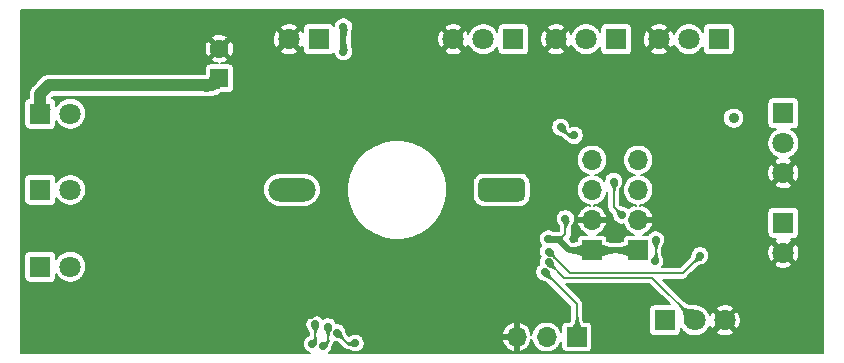
<source format=gbr>
%TF.GenerationSoftware,KiCad,Pcbnew,5.1.12-84ad8e8a86~92~ubuntu20.04.1*%
%TF.CreationDate,2021-11-09T18:46:58+01:00*%
%TF.ProjectId,VacuumPick,56616375-756d-4506-9963-6b2e6b696361,rev?*%
%TF.SameCoordinates,Original*%
%TF.FileFunction,Copper,L2,Bot*%
%TF.FilePolarity,Positive*%
%FSLAX46Y46*%
G04 Gerber Fmt 4.6, Leading zero omitted, Abs format (unit mm)*
G04 Created by KiCad (PCBNEW 5.1.12-84ad8e8a86~92~ubuntu20.04.1) date 2021-11-09 18:46:58*
%MOMM*%
%LPD*%
G01*
G04 APERTURE LIST*
%TA.AperFunction,SMDPad,CuDef*%
%ADD10C,0.900000*%
%TD*%
%TA.AperFunction,ComponentPad*%
%ADD11C,4.700000*%
%TD*%
%TA.AperFunction,ComponentPad*%
%ADD12C,4.500000*%
%TD*%
%TA.AperFunction,SMDPad,CuDef*%
%ADD13C,0.100000*%
%TD*%
%TA.AperFunction,ComponentPad*%
%ADD14O,4.000000X2.000000*%
%TD*%
%TA.AperFunction,ComponentPad*%
%ADD15O,1.700000X1.700000*%
%TD*%
%TA.AperFunction,ComponentPad*%
%ADD16R,1.700000X1.700000*%
%TD*%
%TA.AperFunction,ComponentPad*%
%ADD17C,1.800000*%
%TD*%
%TA.AperFunction,ComponentPad*%
%ADD18R,1.800000X1.800000*%
%TD*%
%TA.AperFunction,ComponentPad*%
%ADD19C,1.600000*%
%TD*%
%TA.AperFunction,ComponentPad*%
%ADD20R,1.600000X1.600000*%
%TD*%
%TA.AperFunction,ViaPad*%
%ADD21C,0.700000*%
%TD*%
%TA.AperFunction,Conductor*%
%ADD22C,1.000000*%
%TD*%
%TA.AperFunction,Conductor*%
%ADD23C,0.500000*%
%TD*%
%TA.AperFunction,Conductor*%
%ADD24C,0.200000*%
%TD*%
%TA.AperFunction,Conductor*%
%ADD25C,0.180000*%
%TD*%
%TA.AperFunction,Conductor*%
%ADD26C,0.100000*%
%TD*%
%TA.AperFunction,Conductor*%
%ADD27C,0.025400*%
%TD*%
G04 APERTURE END LIST*
D10*
%TO.P,G\u002A\u002A\u002A,1*%
%TO.N,N/C*%
X128788011Y-71880833D03*
%TD*%
D11*
%TO.P,H1,1*%
%TO.N,GND*%
X133250000Y-88750000D03*
%TD*%
D12*
%TO.P,H4,1*%
%TO.N,GND*%
X77400000Y-65500000D03*
%TD*%
%TO.P,H3,1*%
%TO.N,GND*%
X77400000Y-88750000D03*
%TD*%
%TO.P,H2,1*%
%TO.N,GND*%
X133250000Y-65750000D03*
%TD*%
%TA.AperFunction,SMDPad,CuDef*%
D13*
%TO.P,M1,3*%
%TO.N,GND*%
G36*
X107166911Y-87001900D02*
G01*
X108056832Y-86273583D01*
X108833315Y-85499882D01*
X109564820Y-84612585D01*
X109574672Y-84600803D01*
X109648107Y-84522336D01*
X109728850Y-84451411D01*
X109816127Y-84388702D01*
X109909106Y-84334809D01*
X110006902Y-84290248D01*
X110108579Y-84255440D01*
X110213166Y-84230723D01*
X110319668Y-84216328D01*
X110427065Y-84212396D01*
X110534334Y-84218961D01*
X110640450Y-84235964D01*
X110744401Y-84263241D01*
X110845193Y-84300531D01*
X110941867Y-84347479D01*
X111033496Y-84403636D01*
X111119208Y-84468466D01*
X111198186Y-84541352D01*
X111269674Y-84621596D01*
X111332991Y-84708434D01*
X111387530Y-84801035D01*
X111432774Y-84898518D01*
X111468289Y-84999949D01*
X111493737Y-85104362D01*
X111508875Y-85210760D01*
X111513557Y-85318128D01*
X111507740Y-85425439D01*
X111491478Y-85531671D01*
X111464929Y-85635810D01*
X111428343Y-85736860D01*
X111382072Y-85833859D01*
X111326555Y-85925878D01*
X111262325Y-86012041D01*
X110496598Y-86940848D01*
X110486746Y-86952630D01*
X110455239Y-86986297D01*
X110424265Y-87020332D01*
X109571557Y-87869985D01*
X109560602Y-87880750D01*
X109525977Y-87911165D01*
X109491814Y-87942031D01*
X108560265Y-88704418D01*
X108548311Y-88714062D01*
X108461034Y-88776771D01*
X108368053Y-88830664D01*
X108270258Y-88875226D01*
X108168581Y-88910032D01*
X108063992Y-88934749D01*
X107957491Y-88949144D01*
X107850095Y-88953077D01*
X107742825Y-88946510D01*
X107636709Y-88929508D01*
X107532759Y-88902232D01*
X107431967Y-88864941D01*
X107335294Y-88817994D01*
X107243664Y-88761837D01*
X107157951Y-88697006D01*
X107078974Y-88624121D01*
X107007486Y-88543876D01*
X106944170Y-88457039D01*
X106889629Y-88364437D01*
X106844386Y-88266955D01*
X106808871Y-88165523D01*
X106783423Y-88061109D01*
X106768286Y-87954712D01*
X106763602Y-87847345D01*
X106769420Y-87740033D01*
X106785681Y-87633801D01*
X106812231Y-87529663D01*
X106848817Y-87428612D01*
X106895088Y-87331614D01*
X106950605Y-87239594D01*
X107014835Y-87153431D01*
X107087168Y-87073947D01*
X107166911Y-87001900D01*
G37*
%TD.AperFunction*%
%TA.AperFunction,SMDPad,CuDef*%
G36*
X93365765Y-68865198D02*
G01*
X92475844Y-69593515D01*
X91699361Y-70367216D01*
X90967856Y-71254513D01*
X90958004Y-71266295D01*
X90884569Y-71344762D01*
X90803826Y-71415687D01*
X90716549Y-71478396D01*
X90623570Y-71532289D01*
X90525774Y-71576850D01*
X90424097Y-71611658D01*
X90319510Y-71636375D01*
X90213008Y-71650770D01*
X90105611Y-71654702D01*
X89998342Y-71648137D01*
X89892226Y-71631134D01*
X89788275Y-71603857D01*
X89687483Y-71566567D01*
X89590809Y-71519619D01*
X89499180Y-71463462D01*
X89413468Y-71398632D01*
X89334490Y-71325746D01*
X89263002Y-71245502D01*
X89199685Y-71158664D01*
X89145146Y-71066063D01*
X89099902Y-70968580D01*
X89064387Y-70867149D01*
X89038939Y-70762736D01*
X89023801Y-70656338D01*
X89019119Y-70548970D01*
X89024936Y-70441659D01*
X89041198Y-70335427D01*
X89067747Y-70231288D01*
X89104333Y-70130238D01*
X89150604Y-70033239D01*
X89206121Y-69941220D01*
X89270351Y-69855057D01*
X90036078Y-68926250D01*
X90045930Y-68914468D01*
X90077437Y-68880801D01*
X90108411Y-68846766D01*
X90961119Y-67997113D01*
X90972074Y-67986348D01*
X91006699Y-67955933D01*
X91040862Y-67925067D01*
X91972411Y-67162680D01*
X91984365Y-67153036D01*
X92071642Y-67090327D01*
X92164623Y-67036434D01*
X92262418Y-66991872D01*
X92364095Y-66957066D01*
X92468684Y-66932349D01*
X92575185Y-66917954D01*
X92682581Y-66914021D01*
X92789851Y-66920588D01*
X92895967Y-66937590D01*
X92999917Y-66964866D01*
X93100709Y-67002157D01*
X93197382Y-67049104D01*
X93289012Y-67105261D01*
X93374725Y-67170092D01*
X93453702Y-67242977D01*
X93525190Y-67323222D01*
X93588506Y-67410059D01*
X93643047Y-67502661D01*
X93688290Y-67600143D01*
X93723805Y-67701575D01*
X93749253Y-67805989D01*
X93764390Y-67912386D01*
X93769074Y-68019753D01*
X93763256Y-68127065D01*
X93746995Y-68233297D01*
X93720445Y-68337435D01*
X93683859Y-68438486D01*
X93637588Y-68535484D01*
X93582071Y-68627504D01*
X93517841Y-68713667D01*
X93445508Y-68793151D01*
X93365765Y-68865198D01*
G37*
%TD.AperFunction*%
%TA.AperFunction,SMDPad,CuDef*%
G36*
X109588689Y-71286976D02*
G01*
X108860372Y-70397055D01*
X108086671Y-69620572D01*
X107199374Y-68889067D01*
X107187592Y-68879215D01*
X107109125Y-68805780D01*
X107038200Y-68725037D01*
X106975491Y-68637760D01*
X106921598Y-68544781D01*
X106877037Y-68446985D01*
X106842229Y-68345308D01*
X106817512Y-68240721D01*
X106803117Y-68134219D01*
X106799185Y-68026822D01*
X106805750Y-67919553D01*
X106822753Y-67813437D01*
X106850030Y-67709486D01*
X106887320Y-67608694D01*
X106934268Y-67512020D01*
X106990425Y-67420391D01*
X107055255Y-67334679D01*
X107128141Y-67255701D01*
X107208385Y-67184213D01*
X107295223Y-67120896D01*
X107387824Y-67066357D01*
X107485307Y-67021113D01*
X107586738Y-66985598D01*
X107691151Y-66960150D01*
X107797549Y-66945012D01*
X107904917Y-66940330D01*
X108012228Y-66946147D01*
X108118460Y-66962409D01*
X108222599Y-66988958D01*
X108323649Y-67025544D01*
X108420648Y-67071815D01*
X108512667Y-67127332D01*
X108598830Y-67191562D01*
X109527637Y-67957289D01*
X109539419Y-67967141D01*
X109573086Y-67998648D01*
X109607121Y-68029622D01*
X110456774Y-68882330D01*
X110467539Y-68893285D01*
X110497954Y-68927910D01*
X110528820Y-68962073D01*
X111291207Y-69893622D01*
X111300851Y-69905576D01*
X111363560Y-69992853D01*
X111417453Y-70085834D01*
X111462015Y-70183629D01*
X111496821Y-70285306D01*
X111521538Y-70389895D01*
X111535933Y-70496396D01*
X111539866Y-70603792D01*
X111533299Y-70711062D01*
X111516297Y-70817178D01*
X111489021Y-70921128D01*
X111451730Y-71021920D01*
X111404783Y-71118593D01*
X111348626Y-71210223D01*
X111283795Y-71295936D01*
X111210910Y-71374913D01*
X111130665Y-71446401D01*
X111043828Y-71509717D01*
X110951226Y-71564258D01*
X110853744Y-71609501D01*
X110752312Y-71645016D01*
X110647898Y-71670464D01*
X110541501Y-71685601D01*
X110434134Y-71690285D01*
X110326822Y-71684467D01*
X110220590Y-71668206D01*
X110116452Y-71641656D01*
X110015401Y-71605070D01*
X109918403Y-71558799D01*
X109826383Y-71503282D01*
X109740220Y-71439052D01*
X109660736Y-71366719D01*
X109588689Y-71286976D01*
G37*
%TD.AperFunction*%
%TA.AperFunction,SMDPad,CuDef*%
G36*
X90943987Y-84580122D02*
G01*
X91672304Y-85470043D01*
X92446005Y-86246526D01*
X93333302Y-86978031D01*
X93345084Y-86987883D01*
X93423551Y-87061318D01*
X93494476Y-87142061D01*
X93557185Y-87229338D01*
X93611078Y-87322317D01*
X93655639Y-87420113D01*
X93690447Y-87521790D01*
X93715164Y-87626377D01*
X93729559Y-87732879D01*
X93733491Y-87840276D01*
X93726926Y-87947545D01*
X93709923Y-88053661D01*
X93682646Y-88157612D01*
X93645356Y-88258404D01*
X93598408Y-88355078D01*
X93542251Y-88446707D01*
X93477421Y-88532419D01*
X93404535Y-88611397D01*
X93324291Y-88682885D01*
X93237453Y-88746202D01*
X93144852Y-88800741D01*
X93047369Y-88845985D01*
X92945938Y-88881500D01*
X92841525Y-88906948D01*
X92735127Y-88922086D01*
X92627759Y-88926768D01*
X92520448Y-88920951D01*
X92414216Y-88904689D01*
X92310077Y-88878140D01*
X92209027Y-88841554D01*
X92112028Y-88795283D01*
X92020009Y-88739766D01*
X91933846Y-88675536D01*
X91005039Y-87909809D01*
X90993257Y-87899957D01*
X90959590Y-87868450D01*
X90925555Y-87837476D01*
X90075902Y-86984768D01*
X90065137Y-86973813D01*
X90034722Y-86939188D01*
X90003856Y-86905025D01*
X89241469Y-85973476D01*
X89231825Y-85961522D01*
X89169116Y-85874245D01*
X89115223Y-85781264D01*
X89070661Y-85683469D01*
X89035855Y-85581792D01*
X89011138Y-85477203D01*
X88996743Y-85370702D01*
X88992810Y-85263306D01*
X88999377Y-85156036D01*
X89016379Y-85049920D01*
X89043655Y-84945970D01*
X89080946Y-84845178D01*
X89127893Y-84748505D01*
X89184050Y-84656875D01*
X89248881Y-84571162D01*
X89321766Y-84492185D01*
X89402011Y-84420697D01*
X89488848Y-84357381D01*
X89581450Y-84302840D01*
X89678932Y-84257597D01*
X89780364Y-84222082D01*
X89884778Y-84196634D01*
X89991175Y-84181497D01*
X90098542Y-84176813D01*
X90205854Y-84182631D01*
X90312086Y-84198892D01*
X90416224Y-84225442D01*
X90517275Y-84262028D01*
X90614273Y-84308299D01*
X90706293Y-84363816D01*
X90792456Y-84428046D01*
X90871940Y-84500379D01*
X90943987Y-84580122D01*
G37*
%TD.AperFunction*%
%TA.AperFunction,SMDPad,CuDef*%
G36*
X101978794Y-66334568D02*
G01*
X100834527Y-66220297D01*
X99738381Y-66218330D01*
X98593715Y-66328491D01*
X98578417Y-66329856D01*
X98471006Y-66333414D01*
X98363761Y-66326472D01*
X98257705Y-66309100D01*
X98153851Y-66281461D01*
X98053189Y-66243819D01*
X97956680Y-66196535D01*
X97865248Y-66140058D01*
X97779761Y-66074929D01*
X97701039Y-66001768D01*
X97629831Y-65921275D01*
X97566819Y-65834217D01*
X97512602Y-65741425D01*
X97467699Y-65643786D01*
X97432538Y-65542230D01*
X97407455Y-65437730D01*
X97392689Y-65331280D01*
X97388382Y-65223896D01*
X97394573Y-65116605D01*
X97411205Y-65010430D01*
X97438119Y-64906386D01*
X97475057Y-64805463D01*
X97521667Y-64708627D01*
X97577503Y-64616802D01*
X97642034Y-64530863D01*
X97714644Y-64451632D01*
X97794638Y-64379865D01*
X97881254Y-64316246D01*
X97973665Y-64261382D01*
X98070988Y-64215799D01*
X98172295Y-64179929D01*
X98276619Y-64154118D01*
X98382963Y-64138609D01*
X99581179Y-64023294D01*
X99596477Y-64021929D01*
X99642561Y-64020402D01*
X99688530Y-64018237D01*
X100892281Y-64020398D01*
X100907639Y-64020532D01*
X100953630Y-64023509D01*
X100999612Y-64025840D01*
X102197406Y-64145456D01*
X102212678Y-64147089D01*
X102318734Y-64164462D01*
X102422589Y-64192101D01*
X102523251Y-64229742D01*
X102619759Y-64277027D01*
X102711192Y-64333505D01*
X102796678Y-64398634D01*
X102875400Y-64471794D01*
X102946608Y-64552288D01*
X103009621Y-64639346D01*
X103063838Y-64732137D01*
X103108740Y-64829776D01*
X103143901Y-64931331D01*
X103168984Y-65035832D01*
X103183750Y-65142283D01*
X103188058Y-65249666D01*
X103181866Y-65356957D01*
X103165234Y-65463131D01*
X103138321Y-65567177D01*
X103101382Y-65668099D01*
X103054772Y-65764935D01*
X102998935Y-65856761D01*
X102934404Y-65942699D01*
X102861796Y-66021930D01*
X102781801Y-66093698D01*
X102695185Y-66157317D01*
X102602775Y-66212180D01*
X102505451Y-66257763D01*
X102404144Y-66293633D01*
X102299820Y-66319444D01*
X102193476Y-66334953D01*
X102086125Y-66340010D01*
X101978794Y-66334568D01*
G37*
%TD.AperFunction*%
%TA.AperFunction,SMDPad,CuDef*%
G36*
X88921357Y-76475093D02*
G01*
X88807086Y-77619360D01*
X88805119Y-78715506D01*
X88915280Y-79860172D01*
X88916645Y-79875470D01*
X88920203Y-79982881D01*
X88913261Y-80090126D01*
X88895889Y-80196182D01*
X88868250Y-80300036D01*
X88830608Y-80400698D01*
X88783324Y-80497207D01*
X88726847Y-80588639D01*
X88661718Y-80674126D01*
X88588557Y-80752848D01*
X88508064Y-80824056D01*
X88421006Y-80887068D01*
X88328214Y-80941285D01*
X88230575Y-80986188D01*
X88129019Y-81021349D01*
X88024519Y-81046432D01*
X87918069Y-81061198D01*
X87810685Y-81065505D01*
X87703394Y-81059314D01*
X87597219Y-81042682D01*
X87493175Y-81015768D01*
X87392252Y-80978830D01*
X87295416Y-80932220D01*
X87203591Y-80876384D01*
X87117652Y-80811853D01*
X87038421Y-80739243D01*
X86966654Y-80659249D01*
X86903035Y-80572633D01*
X86848171Y-80480222D01*
X86802588Y-80382899D01*
X86766718Y-80281592D01*
X86740907Y-80177268D01*
X86725398Y-80070924D01*
X86610083Y-78872708D01*
X86608718Y-78857410D01*
X86607191Y-78811326D01*
X86605026Y-78765357D01*
X86607187Y-77561606D01*
X86607321Y-77546248D01*
X86610298Y-77500257D01*
X86612629Y-77454275D01*
X86732245Y-76256481D01*
X86733878Y-76241209D01*
X86751251Y-76135153D01*
X86778890Y-76031298D01*
X86816531Y-75930636D01*
X86863816Y-75834128D01*
X86920294Y-75742695D01*
X86985423Y-75657209D01*
X87058583Y-75578487D01*
X87139077Y-75507279D01*
X87226135Y-75444266D01*
X87318926Y-75390049D01*
X87416565Y-75345147D01*
X87518120Y-75309986D01*
X87622621Y-75284903D01*
X87729072Y-75270137D01*
X87836455Y-75265829D01*
X87943746Y-75272021D01*
X88049920Y-75288653D01*
X88153966Y-75315566D01*
X88254888Y-75352505D01*
X88351724Y-75399115D01*
X88443550Y-75454952D01*
X88529488Y-75519483D01*
X88608719Y-75592091D01*
X88680487Y-75672086D01*
X88744106Y-75758702D01*
X88798969Y-75851112D01*
X88844552Y-75948436D01*
X88880422Y-76049743D01*
X88906233Y-76154067D01*
X88921742Y-76260411D01*
X88926799Y-76367762D01*
X88921357Y-76475093D01*
G37*
%TD.AperFunction*%
%TA.AperFunction,SMDPad,CuDef*%
G36*
X111611319Y-79900005D02*
G01*
X111725590Y-78755738D01*
X111727557Y-77659592D01*
X111617396Y-76514926D01*
X111616031Y-76499628D01*
X111612473Y-76392217D01*
X111619415Y-76284972D01*
X111636787Y-76178916D01*
X111664426Y-76075062D01*
X111702068Y-75974400D01*
X111749352Y-75877891D01*
X111805829Y-75786459D01*
X111870958Y-75700972D01*
X111944119Y-75622250D01*
X112024612Y-75551042D01*
X112111670Y-75488030D01*
X112204462Y-75433813D01*
X112302101Y-75388910D01*
X112403657Y-75353749D01*
X112508157Y-75328666D01*
X112614607Y-75313900D01*
X112721991Y-75309593D01*
X112829282Y-75315784D01*
X112935457Y-75332416D01*
X113039501Y-75359330D01*
X113140424Y-75396268D01*
X113237260Y-75442878D01*
X113329085Y-75498714D01*
X113415024Y-75563245D01*
X113494255Y-75635855D01*
X113566022Y-75715849D01*
X113629641Y-75802465D01*
X113684505Y-75894876D01*
X113730088Y-75992199D01*
X113765958Y-76093506D01*
X113791769Y-76197830D01*
X113807278Y-76304174D01*
X113922593Y-77502390D01*
X113923958Y-77517688D01*
X113925485Y-77563772D01*
X113927650Y-77609741D01*
X113925489Y-78813492D01*
X113925355Y-78828850D01*
X113922378Y-78874841D01*
X113920047Y-78920823D01*
X113800431Y-80118617D01*
X113798798Y-80133889D01*
X113781425Y-80239945D01*
X113753786Y-80343800D01*
X113716145Y-80444462D01*
X113668860Y-80540970D01*
X113612382Y-80632403D01*
X113547253Y-80717889D01*
X113474093Y-80796611D01*
X113393599Y-80867819D01*
X113306541Y-80930832D01*
X113213750Y-80985049D01*
X113116111Y-81029951D01*
X113014556Y-81065112D01*
X112910055Y-81090195D01*
X112803604Y-81104961D01*
X112696221Y-81109269D01*
X112588930Y-81103077D01*
X112482756Y-81086445D01*
X112378710Y-81059532D01*
X112277788Y-81022593D01*
X112180952Y-80975983D01*
X112089126Y-80920146D01*
X112003188Y-80855615D01*
X111923957Y-80783007D01*
X111852189Y-80703012D01*
X111788570Y-80616396D01*
X111733707Y-80523986D01*
X111688124Y-80426662D01*
X111652254Y-80325355D01*
X111626443Y-80221031D01*
X111610934Y-80114687D01*
X111605877Y-80007336D01*
X111611319Y-79900005D01*
G37*
%TD.AperFunction*%
%TA.AperFunction,SMDPad,CuDef*%
G36*
X98553882Y-89278530D02*
G01*
X99698149Y-89392801D01*
X100794295Y-89394768D01*
X101938961Y-89284607D01*
X101954259Y-89283242D01*
X102061670Y-89279684D01*
X102168915Y-89286626D01*
X102274971Y-89303998D01*
X102378825Y-89331637D01*
X102479487Y-89369279D01*
X102575996Y-89416563D01*
X102667428Y-89473040D01*
X102752915Y-89538169D01*
X102831637Y-89611330D01*
X102902845Y-89691823D01*
X102965857Y-89778881D01*
X103020074Y-89871673D01*
X103064977Y-89969312D01*
X103100138Y-90070868D01*
X103125221Y-90175368D01*
X103139987Y-90281818D01*
X103144294Y-90389202D01*
X103138103Y-90496493D01*
X103121471Y-90602668D01*
X103094557Y-90706712D01*
X103057619Y-90807635D01*
X103011009Y-90904471D01*
X102955173Y-90996296D01*
X102890642Y-91082235D01*
X102818032Y-91161466D01*
X102738038Y-91233233D01*
X102651422Y-91296852D01*
X102559011Y-91351716D01*
X102461688Y-91397299D01*
X102360381Y-91433169D01*
X102256057Y-91458980D01*
X102149713Y-91474489D01*
X100951497Y-91589804D01*
X100936199Y-91591169D01*
X100890115Y-91592696D01*
X100844146Y-91594861D01*
X99640395Y-91592700D01*
X99625037Y-91592566D01*
X99579046Y-91589589D01*
X99533064Y-91587258D01*
X98335270Y-91467642D01*
X98319998Y-91466009D01*
X98213942Y-91448636D01*
X98110087Y-91420997D01*
X98009425Y-91383356D01*
X97912917Y-91336071D01*
X97821484Y-91279593D01*
X97735998Y-91214464D01*
X97657276Y-91141304D01*
X97586068Y-91060810D01*
X97523055Y-90973752D01*
X97468838Y-90880961D01*
X97423936Y-90783322D01*
X97388775Y-90681767D01*
X97363692Y-90577266D01*
X97348926Y-90470815D01*
X97344618Y-90363432D01*
X97350810Y-90256141D01*
X97367442Y-90149967D01*
X97394355Y-90045921D01*
X97431294Y-89944999D01*
X97477904Y-89848163D01*
X97533741Y-89756337D01*
X97598272Y-89670399D01*
X97670880Y-89591168D01*
X97750875Y-89519400D01*
X97837491Y-89455781D01*
X97929901Y-89400918D01*
X98027225Y-89355335D01*
X98128532Y-89319465D01*
X98232856Y-89293654D01*
X98339200Y-89278145D01*
X98446551Y-89273088D01*
X98553882Y-89278530D01*
G37*
%TD.AperFunction*%
D14*
%TO.P,M1,2*%
%TO.N,Net-(C5-Pad2)*%
X91391338Y-77933549D03*
%TO.P,M1,1*%
%TO.N,+12V*%
%TA.AperFunction,ComponentPad*%
G36*
G01*
X111141338Y-77433549D02*
X111141338Y-78433549D01*
G75*
G02*
X110641338Y-78933549I-500000J0D01*
G01*
X107641338Y-78933549D01*
G75*
G02*
X107141338Y-78433549I0J500000D01*
G01*
X107141338Y-77433549D01*
G75*
G02*
X107641338Y-76933549I500000J0D01*
G01*
X110641338Y-76933549D01*
G75*
G02*
X111141338Y-77433549I0J-500000D01*
G01*
G37*
%TD.AperFunction*%
%TD*%
D15*
%TO.P,J14,4*%
%TO.N,/SDA*%
X116800000Y-75420000D03*
%TO.P,J14,3*%
%TO.N,/SCL*%
X116800000Y-77960000D03*
%TO.P,J14,2*%
%TO.N,GND*%
X116800000Y-80500000D03*
D16*
%TO.P,J14,1*%
%TO.N,+5V*%
X116800000Y-83040000D03*
%TD*%
D15*
%TO.P,J13,4*%
%TO.N,/RX*%
X120700000Y-75420000D03*
%TO.P,J13,3*%
%TO.N,/TX*%
X120700000Y-77960000D03*
%TO.P,J13,2*%
%TO.N,GND*%
X120700000Y-80500000D03*
D16*
%TO.P,J13,1*%
%TO.N,+5V*%
X120700000Y-83040000D03*
%TD*%
D15*
%TO.P,J9,3*%
%TO.N,GND*%
X110420000Y-90400000D03*
%TO.P,J9,2*%
%TO.N,+5V*%
X112960000Y-90400000D03*
D16*
%TO.P,J9,1*%
%TO.N,/~UPDI*%
X115500000Y-90400000D03*
%TD*%
D17*
%TO.P,J12,3*%
%TO.N,GND*%
X105060000Y-65200000D03*
%TO.P,J12,2*%
%TO.N,Net-(J12-Pad2)*%
X107600000Y-65200000D03*
D18*
%TO.P,J12,1*%
%TO.N,Net-(J12-Pad1)*%
X110140000Y-65200000D03*
%TD*%
D17*
%TO.P,J11,3*%
%TO.N,GND*%
X113760000Y-65200000D03*
%TO.P,J11,2*%
%TO.N,Net-(J11-Pad2)*%
X116300000Y-65200000D03*
D18*
%TO.P,J11,1*%
%TO.N,Net-(J11-Pad1)*%
X118840000Y-65200000D03*
%TD*%
D17*
%TO.P,J10,3*%
%TO.N,GND*%
X122460000Y-65200000D03*
%TO.P,J10,2*%
%TO.N,Net-(J10-Pad2)*%
X125000000Y-65200000D03*
D18*
%TO.P,J10,1*%
%TO.N,Net-(J10-Pad1)*%
X127540000Y-65200000D03*
%TD*%
D17*
%TO.P,J8,3*%
%TO.N,GND*%
X128040000Y-89000000D03*
%TO.P,J8,2*%
%TO.N,/AIN1_SPEED_POT*%
X125500000Y-89000000D03*
D18*
%TO.P,J8,1*%
%TO.N,+5V*%
X122960000Y-89000000D03*
%TD*%
D17*
%TO.P,J7,3*%
%TO.N,GND*%
X133000000Y-76540000D03*
%TO.P,J7,2*%
%TO.N,Net-(J7-Pad2)*%
X133000000Y-74000000D03*
D18*
%TO.P,J7,1*%
%TO.N,Net-(F1-Pad1)*%
X133000000Y-71460000D03*
%TD*%
D17*
%TO.P,J6,2*%
%TO.N,GND*%
X133000000Y-83270000D03*
D18*
%TO.P,J6,1*%
%TO.N,Net-(J6-Pad1)*%
X133000000Y-80730000D03*
%TD*%
D17*
%TO.P,J4,2*%
%TO.N,Net-(D3-Pad2)*%
X72620000Y-84450000D03*
D18*
%TO.P,J4,1*%
%TO.N,+12V*%
X70080000Y-84450000D03*
%TD*%
D17*
%TO.P,J3,2*%
%TO.N,Net-(D2-Pad2)*%
X72620000Y-77950000D03*
D18*
%TO.P,J3,1*%
%TO.N,+12V*%
X70080000Y-77950000D03*
%TD*%
D17*
%TO.P,J2,2*%
%TO.N,Net-(D1-Pad2)*%
X72620000Y-71500000D03*
D18*
%TO.P,J2,1*%
%TO.N,+12V*%
X70080000Y-71500000D03*
%TD*%
D17*
%TO.P,J1,2*%
%TO.N,GND*%
X91130000Y-65200000D03*
D18*
%TO.P,J1,1*%
%TO.N,+12V*%
X93670000Y-65200000D03*
%TD*%
D19*
%TO.P,C1,2*%
%TO.N,GND*%
X85250000Y-66000000D03*
D20*
%TO.P,C1,1*%
%TO.N,+12V*%
X85250000Y-68500000D03*
%TD*%
D21*
%TO.N,GND*%
X89550000Y-84750000D03*
X93350000Y-87300000D03*
X84100000Y-75100000D03*
X86700000Y-75100000D03*
X85400000Y-76650000D03*
X85400000Y-73700000D03*
X82900000Y-75100000D03*
X87950000Y-75100000D03*
X85400000Y-78050000D03*
X85400000Y-75100000D03*
X85400000Y-72400000D03*
X126200000Y-79849990D03*
X124300000Y-82800000D03*
X69488109Y-64265350D03*
X69278646Y-67658963D03*
X69565355Y-86636330D03*
X69505849Y-90219491D03*
X71073207Y-65981735D03*
X71317718Y-88633329D03*
X72180558Y-74053095D03*
X72158500Y-80232122D03*
X72875882Y-64099833D03*
X72944171Y-86663816D03*
X72944757Y-90186863D03*
X75041693Y-83124211D03*
X76800000Y-80200000D03*
X77544354Y-76658796D03*
X81958227Y-64027200D03*
X81988786Y-90341448D03*
X83025150Y-66752057D03*
X84011503Y-79432784D03*
X84538355Y-70320040D03*
X84713746Y-82209910D03*
X87558286Y-79621004D03*
X89174548Y-66936844D03*
X89440402Y-82055911D03*
X89374338Y-87432847D03*
X90248054Y-70388434D03*
X89988281Y-74056895D03*
X91869575Y-68655178D03*
X91904216Y-72245450D03*
X92000000Y-81750000D03*
X91866697Y-83859019D03*
X93400000Y-83050000D03*
X94724453Y-67835530D03*
X97544500Y-66981433D03*
X98143007Y-71476335D03*
X101770733Y-90090185D03*
X103671803Y-68609004D03*
X103758730Y-72125969D03*
X105263716Y-70550760D03*
X105406108Y-74118351D03*
X105233026Y-90339625D03*
X108201916Y-69805585D03*
X107350000Y-79750000D03*
X109200787Y-72228175D03*
X110915169Y-74267868D03*
X110550000Y-81250000D03*
X114409418Y-74957436D03*
X115230925Y-67696273D03*
X119749363Y-67884071D03*
X122749599Y-73000560D03*
X124473131Y-74852423D03*
X125243130Y-68615396D03*
X125398890Y-85970104D03*
X128150584Y-69663495D03*
X127759999Y-86524149D03*
X129548466Y-67625949D03*
X130829214Y-73203161D03*
X131708400Y-84863420D03*
X132404571Y-78384785D03*
X134954084Y-69816344D03*
X135253410Y-73061468D03*
X135161671Y-76678569D03*
X135211964Y-80599742D03*
X134927533Y-83903791D03*
X80050000Y-76200000D03*
X80050000Y-81900000D03*
X96050000Y-75100000D03*
X94650000Y-74600000D03*
X93250000Y-80850000D03*
X94650000Y-82100000D03*
X96800000Y-80900000D03*
X96750000Y-82900000D03*
X97700000Y-81850000D03*
X104200000Y-80850000D03*
X102750000Y-81850000D03*
X104450000Y-82400000D03*
X110150000Y-79700000D03*
X105650000Y-72400000D03*
X93150000Y-69600000D03*
X93300000Y-71450000D03*
X107250000Y-80850000D03*
X84500000Y-85300000D03*
X85000000Y-86000000D03*
X85200000Y-88000000D03*
X86100000Y-82600000D03*
X86100000Y-85000000D03*
X90400000Y-88750000D03*
X107400000Y-75600000D03*
X107200000Y-76300000D03*
X100950000Y-71000000D03*
X100950000Y-73400000D03*
X99650000Y-67700000D03*
X91800000Y-75800000D03*
X90250000Y-75950000D03*
X109500000Y-74800000D03*
X108100000Y-73150000D03*
X96950000Y-86800000D03*
%TO.N,+5V*%
X113099988Y-82100000D03*
X95750000Y-64150000D03*
X95750000Y-66250000D03*
X114544980Y-80397451D03*
%TO.N,/~UPDI*%
X112791828Y-84921562D03*
%TO.N,/PUMP_ON*%
X125931250Y-83531250D03*
X113119942Y-83180922D03*
%TO.N,/SW_ALWON*%
X93099998Y-91000000D03*
X93334739Y-89329837D03*
X122184314Y-82184314D03*
X122093711Y-84000000D03*
%TO.N,/SW_REV*%
X94417390Y-89539989D03*
X93983077Y-91204607D03*
%TO.N,/SW_CLEAN*%
X96755400Y-90914969D03*
X95200001Y-90043002D03*
X118640000Y-77241658D03*
X115300000Y-73340000D03*
X114147451Y-72647451D03*
X119320021Y-80082549D03*
%TO.N,/AIN1_SPEED_POT*%
X113113270Y-84080909D03*
%TD*%
D22*
%TO.N,+12V*%
X85250000Y-68500000D02*
X84650000Y-69100000D01*
X84650000Y-69100000D02*
X70800000Y-69100000D01*
X70080000Y-69820000D02*
X70080000Y-71500000D01*
X70800000Y-69100000D02*
X70080000Y-69820000D01*
D23*
%TO.N,+5V*%
X95750000Y-66250000D02*
X95750000Y-64150000D01*
X113099988Y-82100000D02*
X113900000Y-82100000D01*
X114840000Y-83040000D02*
X116800000Y-83040000D01*
X116800000Y-83040000D02*
X120700000Y-83040000D01*
X113900000Y-82100000D02*
X114100000Y-82300000D01*
D24*
X114025000Y-81975000D02*
X113900000Y-82100000D01*
X114275000Y-81975000D02*
X114025000Y-81975000D01*
X114275000Y-82125000D02*
X114100000Y-82300000D01*
X114275000Y-81975000D02*
X114275000Y-82125000D01*
D23*
X114350000Y-82550000D02*
X114840000Y-83040000D01*
D24*
X114275000Y-82475000D02*
X114350000Y-82550000D01*
X114275000Y-82125000D02*
X114275000Y-82475000D01*
D23*
X114100000Y-82300000D02*
X114350000Y-82550000D01*
D25*
X114544980Y-81705020D02*
X114544980Y-80397451D01*
X114275000Y-81975000D02*
X114544980Y-81705020D01*
%TO.N,/~UPDI*%
X115500000Y-87629734D02*
X112791828Y-84921562D01*
X115500000Y-90400000D02*
X115500000Y-87629734D01*
%TO.N,/PUMP_ON*%
X124462500Y-85000000D02*
X114939020Y-85000000D01*
X114939020Y-85000000D02*
X113119942Y-83180922D01*
X125931250Y-83531250D02*
X124462500Y-85000000D01*
%TO.N,/SW_ALWON*%
X93334739Y-89329837D02*
X93334739Y-90765259D01*
X93334739Y-90765259D02*
X93099998Y-91000000D01*
X122184314Y-83909397D02*
X122093711Y-84000000D01*
X122184314Y-82184314D02*
X122184314Y-83909397D01*
%TO.N,/SW_REV*%
X94417390Y-90770294D02*
X93983077Y-91204607D01*
X94417390Y-89539989D02*
X94417390Y-90770294D01*
%TO.N,/SW_CLEAN*%
X96755400Y-90914969D02*
X96071968Y-90914969D01*
X96071968Y-90914969D02*
X95200001Y-90043002D01*
X114840000Y-73340000D02*
X114147451Y-72647451D01*
X115300000Y-73340000D02*
X114840000Y-73340000D01*
X118640000Y-77241658D02*
X118640000Y-79402528D01*
X118640000Y-79402528D02*
X119320021Y-80082549D01*
%TO.N,/AIN1_SPEED_POT*%
X114412372Y-85380011D02*
X113113270Y-84080909D01*
X121880011Y-85380011D02*
X114412372Y-85380011D01*
X125500000Y-89000000D02*
X121880011Y-85380011D01*
%TD*%
D24*
%TO.N,GND*%
X136325001Y-91775000D02*
X94544055Y-91775000D01*
X94604478Y-91714577D01*
X94692028Y-91583549D01*
X94752334Y-91437958D01*
X94783077Y-91283400D01*
X94783077Y-91225827D01*
X94797233Y-91204106D01*
X94800290Y-91199350D01*
X94826088Y-91158658D01*
X94843712Y-91128302D01*
X94867419Y-91083534D01*
X94890836Y-91031613D01*
X94892808Y-91026380D01*
X94918698Y-90977943D01*
X94921500Y-90968705D01*
X94949576Y-90876152D01*
X94956291Y-90807968D01*
X94966650Y-90812259D01*
X95006074Y-90820101D01*
X95020265Y-90824465D01*
X95049163Y-90832310D01*
X95109500Y-90846552D01*
X95129728Y-90850838D01*
X95184527Y-90861141D01*
X95189930Y-90862123D01*
X95233679Y-90869797D01*
X95257906Y-90874844D01*
X95263016Y-90876329D01*
X95263883Y-90876828D01*
X95277631Y-90887123D01*
X95312719Y-90919395D01*
X95671374Y-91278050D01*
X95688283Y-91298654D01*
X95736489Y-91338215D01*
X95770508Y-91366134D01*
X95785103Y-91373935D01*
X95833430Y-91407428D01*
X95888021Y-91438024D01*
X95967302Y-91472902D01*
X96020023Y-91490260D01*
X96088989Y-91507072D01*
X96140203Y-91515345D01*
X96182012Y-91520106D01*
X96232080Y-91523446D01*
X96232533Y-91523473D01*
X96245430Y-91536370D01*
X96376458Y-91623920D01*
X96522049Y-91684226D01*
X96676607Y-91714969D01*
X96834193Y-91714969D01*
X96988751Y-91684226D01*
X97134342Y-91623920D01*
X97265370Y-91536370D01*
X97376801Y-91424939D01*
X97464351Y-91293911D01*
X97524657Y-91148320D01*
X97555400Y-90993762D01*
X97555400Y-90836176D01*
X97539063Y-90754038D01*
X109169130Y-90754038D01*
X109262235Y-90991268D01*
X109399832Y-91205776D01*
X109576633Y-91389318D01*
X109785844Y-91534841D01*
X110019426Y-91636753D01*
X110065963Y-91650863D01*
X110266000Y-91577472D01*
X110266000Y-90554000D01*
X109241647Y-90554000D01*
X109169130Y-90754038D01*
X97539063Y-90754038D01*
X97524657Y-90681618D01*
X97464351Y-90536027D01*
X97376801Y-90404999D01*
X97265370Y-90293568D01*
X97134342Y-90206018D01*
X96988751Y-90145712D01*
X96834193Y-90114969D01*
X96676607Y-90114969D01*
X96522049Y-90145712D01*
X96376458Y-90206018D01*
X96245430Y-90293568D01*
X96229836Y-90309162D01*
X96076394Y-90155720D01*
X96044122Y-90120632D01*
X96033827Y-90106884D01*
X96033328Y-90106017D01*
X96031843Y-90100907D01*
X96026796Y-90076680D01*
X96021408Y-90045962D01*
X109169130Y-90045962D01*
X109241647Y-90246000D01*
X110266000Y-90246000D01*
X110266000Y-89222528D01*
X110574000Y-89222528D01*
X110574000Y-90246000D01*
X110594000Y-90246000D01*
X110594000Y-90554000D01*
X110574000Y-90554000D01*
X110574000Y-91577472D01*
X110774037Y-91650863D01*
X110820574Y-91636753D01*
X111054156Y-91534841D01*
X111263367Y-91389318D01*
X111440168Y-91205776D01*
X111577765Y-90991268D01*
X111670870Y-90754038D01*
X111598354Y-90554002D01*
X111665164Y-90554002D01*
X111709958Y-90779196D01*
X111807955Y-91015781D01*
X111950224Y-91228702D01*
X112131298Y-91409776D01*
X112344219Y-91552045D01*
X112580804Y-91650042D01*
X112831961Y-91700000D01*
X113088039Y-91700000D01*
X113339196Y-91650042D01*
X113575781Y-91552045D01*
X113788702Y-91409776D01*
X113969776Y-91228702D01*
X114112045Y-91015781D01*
X114197823Y-90808695D01*
X114197823Y-91250000D01*
X114206511Y-91338215D01*
X114232243Y-91423041D01*
X114274029Y-91501216D01*
X114330263Y-91569737D01*
X114398784Y-91625971D01*
X114476959Y-91667757D01*
X114561785Y-91693489D01*
X114650000Y-91702177D01*
X116350000Y-91702177D01*
X116438215Y-91693489D01*
X116523041Y-91667757D01*
X116601216Y-91625971D01*
X116669737Y-91569737D01*
X116725971Y-91501216D01*
X116767757Y-91423041D01*
X116793489Y-91338215D01*
X116802177Y-91250000D01*
X116802177Y-89550000D01*
X116793489Y-89461785D01*
X116767757Y-89376959D01*
X116725971Y-89298784D01*
X116669737Y-89230263D01*
X116601216Y-89174029D01*
X116523041Y-89132243D01*
X116438215Y-89106511D01*
X116350000Y-89097823D01*
X116137342Y-89097823D01*
X116124258Y-89080100D01*
X116092398Y-89022740D01*
X116067847Y-88955021D01*
X116048783Y-88855843D01*
X116040000Y-88697528D01*
X116040000Y-87656252D01*
X116042612Y-87629734D01*
X116039953Y-87602740D01*
X116032186Y-87523876D01*
X116001308Y-87422085D01*
X115954841Y-87335152D01*
X115951165Y-87328274D01*
X115923852Y-87294993D01*
X115883685Y-87246049D01*
X115863081Y-87229140D01*
X114553952Y-85920011D01*
X121656336Y-85920011D01*
X123384148Y-87647823D01*
X122060000Y-87647823D01*
X121971785Y-87656511D01*
X121886959Y-87682243D01*
X121808784Y-87724029D01*
X121740263Y-87780263D01*
X121684029Y-87848784D01*
X121642243Y-87926959D01*
X121616511Y-88011785D01*
X121607823Y-88100000D01*
X121607823Y-89900000D01*
X121616511Y-89988215D01*
X121642243Y-90073041D01*
X121684029Y-90151216D01*
X121740263Y-90219737D01*
X121808784Y-90275971D01*
X121886959Y-90317757D01*
X121971785Y-90343489D01*
X122060000Y-90352177D01*
X123860000Y-90352177D01*
X123948215Y-90343489D01*
X124033041Y-90317757D01*
X124111216Y-90275971D01*
X124179737Y-90219737D01*
X124235971Y-90151216D01*
X124277757Y-90073041D01*
X124303489Y-89988215D01*
X124312177Y-89900000D01*
X124312177Y-89652233D01*
X124451387Y-89860575D01*
X124639425Y-90048613D01*
X124860535Y-90196354D01*
X125106220Y-90298120D01*
X125367037Y-90350000D01*
X125632963Y-90350000D01*
X125893780Y-90298120D01*
X126139465Y-90196354D01*
X126360575Y-90048613D01*
X126427396Y-89981792D01*
X127275997Y-89981792D01*
X127372394Y-90180881D01*
X127615599Y-90288434D01*
X127875115Y-90346474D01*
X128140968Y-90352769D01*
X128402940Y-90307078D01*
X128650964Y-90211157D01*
X128707606Y-90180881D01*
X128804003Y-89981792D01*
X128040000Y-89217789D01*
X127275997Y-89981792D01*
X126427396Y-89981792D01*
X126548613Y-89860575D01*
X126696354Y-89639465D01*
X126770571Y-89460289D01*
X126828843Y-89610964D01*
X126859119Y-89667606D01*
X127058208Y-89764003D01*
X127822211Y-89000000D01*
X128257789Y-89000000D01*
X129021792Y-89764003D01*
X129220881Y-89667606D01*
X129328434Y-89424401D01*
X129386474Y-89164885D01*
X129392769Y-88899032D01*
X129347078Y-88637060D01*
X129251157Y-88389036D01*
X129220881Y-88332394D01*
X129021792Y-88235997D01*
X128257789Y-89000000D01*
X127822211Y-89000000D01*
X127058208Y-88235997D01*
X126859119Y-88332394D01*
X126769055Y-88536051D01*
X126696354Y-88360535D01*
X126548613Y-88139425D01*
X126427396Y-88018208D01*
X127275997Y-88018208D01*
X128040000Y-88782211D01*
X128804003Y-88018208D01*
X128707606Y-87819119D01*
X128464401Y-87711566D01*
X128204885Y-87653526D01*
X127939032Y-87647231D01*
X127677060Y-87692922D01*
X127429036Y-87788843D01*
X127372394Y-87819119D01*
X127275997Y-88018208D01*
X126427396Y-88018208D01*
X126360575Y-87951387D01*
X126139465Y-87803646D01*
X125893780Y-87701880D01*
X125805048Y-87684230D01*
X125732975Y-87663401D01*
X125687921Y-87652857D01*
X125519401Y-87622459D01*
X125483377Y-87617454D01*
X125329736Y-87602408D01*
X125311310Y-87600985D01*
X125171629Y-87593078D01*
X125055738Y-87584969D01*
X124968729Y-87572305D01*
X124898330Y-87552518D01*
X124825714Y-87518829D01*
X124734208Y-87457066D01*
X124607215Y-87343540D01*
X122803675Y-85540000D01*
X124435982Y-85540000D01*
X124462500Y-85542612D01*
X124489018Y-85540000D01*
X124489020Y-85540000D01*
X124568358Y-85532186D01*
X124670149Y-85501308D01*
X124763959Y-85451165D01*
X124846185Y-85383685D01*
X124863094Y-85363081D01*
X125818544Y-84407632D01*
X125853619Y-84375371D01*
X125867367Y-84365076D01*
X125868234Y-84364577D01*
X125873344Y-84363092D01*
X125897571Y-84358045D01*
X125941320Y-84350371D01*
X125946723Y-84349389D01*
X126001522Y-84339086D01*
X126021750Y-84334800D01*
X126082087Y-84320558D01*
X126110983Y-84312713D01*
X126125169Y-84308350D01*
X126164601Y-84300507D01*
X126282208Y-84251792D01*
X132235997Y-84251792D01*
X132332394Y-84450881D01*
X132575599Y-84558434D01*
X132835115Y-84616474D01*
X133100968Y-84622769D01*
X133362940Y-84577078D01*
X133610964Y-84481157D01*
X133667606Y-84450881D01*
X133764003Y-84251792D01*
X133000000Y-83487789D01*
X132235997Y-84251792D01*
X126282208Y-84251792D01*
X126310192Y-84240201D01*
X126441220Y-84152651D01*
X126552651Y-84041220D01*
X126640201Y-83910192D01*
X126700507Y-83764601D01*
X126731250Y-83610043D01*
X126731250Y-83452457D01*
X126715042Y-83370968D01*
X131647231Y-83370968D01*
X131692922Y-83632940D01*
X131788843Y-83880964D01*
X131819119Y-83937606D01*
X132018208Y-84034003D01*
X132782211Y-83270000D01*
X133217789Y-83270000D01*
X133981792Y-84034003D01*
X134180881Y-83937606D01*
X134288434Y-83694401D01*
X134346474Y-83434885D01*
X134352769Y-83169032D01*
X134307078Y-82907060D01*
X134211157Y-82659036D01*
X134180881Y-82602394D01*
X133981792Y-82505997D01*
X133217789Y-83270000D01*
X132782211Y-83270000D01*
X132018208Y-82505997D01*
X131819119Y-82602394D01*
X131711566Y-82845599D01*
X131653526Y-83105115D01*
X131647231Y-83370968D01*
X126715042Y-83370968D01*
X126700507Y-83297899D01*
X126640201Y-83152308D01*
X126552651Y-83021280D01*
X126441220Y-82909849D01*
X126310192Y-82822299D01*
X126164601Y-82761993D01*
X126010043Y-82731250D01*
X125852457Y-82731250D01*
X125697899Y-82761993D01*
X125552308Y-82822299D01*
X125421280Y-82909849D01*
X125309849Y-83021280D01*
X125222299Y-83152308D01*
X125161993Y-83297899D01*
X125154152Y-83337317D01*
X125149788Y-83351508D01*
X125141941Y-83380412D01*
X125127699Y-83440749D01*
X125123413Y-83460977D01*
X125113110Y-83515776D01*
X125112128Y-83521179D01*
X125104454Y-83564928D01*
X125099407Y-83589155D01*
X125097922Y-83594265D01*
X125097423Y-83595132D01*
X125087128Y-83608880D01*
X125054860Y-83643965D01*
X124238825Y-84460000D01*
X122748501Y-84460000D01*
X122802662Y-84378942D01*
X122862968Y-84233351D01*
X122893711Y-84078793D01*
X122893711Y-83921207D01*
X122862968Y-83766649D01*
X122857283Y-83752925D01*
X122849569Y-83724454D01*
X122829706Y-83660634D01*
X122820236Y-83633329D01*
X122798956Y-83577801D01*
X122792199Y-83561168D01*
X122770504Y-83510682D01*
X122769936Y-83509367D01*
X122752225Y-83468511D01*
X122741657Y-83441358D01*
X122735492Y-83421380D01*
X122730659Y-83398607D01*
X122726511Y-83363462D01*
X122724314Y-83301430D01*
X122724314Y-82883714D01*
X122726305Y-82836097D01*
X122728748Y-82819086D01*
X122729007Y-82818124D01*
X122731568Y-82813464D01*
X122745137Y-82792755D01*
X122770642Y-82756399D01*
X122773769Y-82751883D01*
X122805232Y-82705849D01*
X122816501Y-82688519D01*
X122849096Y-82635783D01*
X122863985Y-82609800D01*
X122870939Y-82596669D01*
X122893265Y-82563256D01*
X122953571Y-82417665D01*
X122984314Y-82263107D01*
X122984314Y-82105521D01*
X122953571Y-81950963D01*
X122893265Y-81805372D01*
X122805715Y-81674344D01*
X122694284Y-81562913D01*
X122563256Y-81475363D01*
X122417665Y-81415057D01*
X122263107Y-81384314D01*
X122105521Y-81384314D01*
X121950963Y-81415057D01*
X121805372Y-81475363D01*
X121674344Y-81562913D01*
X121562913Y-81674344D01*
X121520498Y-81737823D01*
X121087282Y-81737823D01*
X121291268Y-81657765D01*
X121505776Y-81520168D01*
X121689318Y-81343367D01*
X121834841Y-81134156D01*
X121936753Y-80900574D01*
X121950863Y-80854037D01*
X121877472Y-80654000D01*
X120854000Y-80654000D01*
X120854000Y-80674000D01*
X120546000Y-80674000D01*
X120546000Y-80654000D01*
X120526000Y-80654000D01*
X120526000Y-80346000D01*
X120546000Y-80346000D01*
X120546000Y-80326000D01*
X120854000Y-80326000D01*
X120854000Y-80346000D01*
X121877472Y-80346000D01*
X121950863Y-80145963D01*
X121936753Y-80099426D01*
X121834841Y-79865844D01*
X121809909Y-79830000D01*
X131647823Y-79830000D01*
X131647823Y-81630000D01*
X131656511Y-81718215D01*
X131682243Y-81803041D01*
X131724029Y-81881216D01*
X131780263Y-81949737D01*
X131848784Y-82005971D01*
X131926959Y-82047757D01*
X132011785Y-82073489D01*
X132100000Y-82082177D01*
X132345381Y-82082177D01*
X132332394Y-82089119D01*
X132235997Y-82288208D01*
X133000000Y-83052211D01*
X133764003Y-82288208D01*
X133667606Y-82089119D01*
X133651908Y-82082177D01*
X133900000Y-82082177D01*
X133988215Y-82073489D01*
X134073041Y-82047757D01*
X134151216Y-82005971D01*
X134219737Y-81949737D01*
X134275971Y-81881216D01*
X134317757Y-81803041D01*
X134343489Y-81718215D01*
X134352177Y-81630000D01*
X134352177Y-79830000D01*
X134343489Y-79741785D01*
X134317757Y-79656959D01*
X134275971Y-79578784D01*
X134219737Y-79510263D01*
X134151216Y-79454029D01*
X134073041Y-79412243D01*
X133988215Y-79386511D01*
X133900000Y-79377823D01*
X132100000Y-79377823D01*
X132011785Y-79386511D01*
X131926959Y-79412243D01*
X131848784Y-79454029D01*
X131780263Y-79510263D01*
X131724029Y-79578784D01*
X131682243Y-79656959D01*
X131656511Y-79741785D01*
X131647823Y-79830000D01*
X121809909Y-79830000D01*
X121689318Y-79656633D01*
X121505776Y-79479832D01*
X121291268Y-79342235D01*
X121054038Y-79249130D01*
X120854002Y-79321646D01*
X120854002Y-79254836D01*
X121079196Y-79210042D01*
X121315781Y-79112045D01*
X121528702Y-78969776D01*
X121709776Y-78788702D01*
X121852045Y-78575781D01*
X121950042Y-78339196D01*
X122000000Y-78088039D01*
X122000000Y-77831961D01*
X121950042Y-77580804D01*
X121925599Y-77521792D01*
X132235997Y-77521792D01*
X132332394Y-77720881D01*
X132575599Y-77828434D01*
X132835115Y-77886474D01*
X133100968Y-77892769D01*
X133362940Y-77847078D01*
X133610964Y-77751157D01*
X133667606Y-77720881D01*
X133764003Y-77521792D01*
X133000000Y-76757789D01*
X132235997Y-77521792D01*
X121925599Y-77521792D01*
X121852045Y-77344219D01*
X121709776Y-77131298D01*
X121528702Y-76950224D01*
X121315781Y-76807955D01*
X121079196Y-76709958D01*
X120978860Y-76690000D01*
X121079196Y-76670042D01*
X121149386Y-76640968D01*
X131647231Y-76640968D01*
X131692922Y-76902940D01*
X131788843Y-77150964D01*
X131819119Y-77207606D01*
X132018208Y-77304003D01*
X132782211Y-76540000D01*
X133217789Y-76540000D01*
X133981792Y-77304003D01*
X134180881Y-77207606D01*
X134288434Y-76964401D01*
X134346474Y-76704885D01*
X134352769Y-76439032D01*
X134307078Y-76177060D01*
X134211157Y-75929036D01*
X134180881Y-75872394D01*
X133981792Y-75775997D01*
X133217789Y-76540000D01*
X132782211Y-76540000D01*
X132018208Y-75775997D01*
X131819119Y-75872394D01*
X131711566Y-76115599D01*
X131653526Y-76375115D01*
X131647231Y-76640968D01*
X121149386Y-76640968D01*
X121315781Y-76572045D01*
X121528702Y-76429776D01*
X121709776Y-76248702D01*
X121852045Y-76035781D01*
X121950042Y-75799196D01*
X122000000Y-75548039D01*
X122000000Y-75291961D01*
X121950042Y-75040804D01*
X121852045Y-74804219D01*
X121709776Y-74591298D01*
X121528702Y-74410224D01*
X121315781Y-74267955D01*
X121079196Y-74169958D01*
X120828039Y-74120000D01*
X120571961Y-74120000D01*
X120320804Y-74169958D01*
X120084219Y-74267955D01*
X119871298Y-74410224D01*
X119690224Y-74591298D01*
X119547955Y-74804219D01*
X119449958Y-75040804D01*
X119400000Y-75291961D01*
X119400000Y-75548039D01*
X119449958Y-75799196D01*
X119547955Y-76035781D01*
X119690224Y-76248702D01*
X119871298Y-76429776D01*
X120084219Y-76572045D01*
X120320804Y-76670042D01*
X120421140Y-76690000D01*
X120320804Y-76709958D01*
X120084219Y-76807955D01*
X119871298Y-76950224D01*
X119690224Y-77131298D01*
X119547955Y-77344219D01*
X119449958Y-77580804D01*
X119400000Y-77831961D01*
X119400000Y-78088039D01*
X119449958Y-78339196D01*
X119547955Y-78575781D01*
X119690224Y-78788702D01*
X119871298Y-78969776D01*
X120084219Y-79112045D01*
X120320804Y-79210042D01*
X120545998Y-79254836D01*
X120545998Y-79321646D01*
X120345962Y-79249130D01*
X120108732Y-79342235D01*
X119894224Y-79479832D01*
X119871023Y-79502180D01*
X119829991Y-79461148D01*
X119698963Y-79373598D01*
X119553372Y-79313292D01*
X119513955Y-79305452D01*
X119499760Y-79301086D01*
X119470858Y-79293240D01*
X119410521Y-79278998D01*
X119390293Y-79274712D01*
X119335494Y-79264409D01*
X119330091Y-79263427D01*
X119286342Y-79255753D01*
X119262115Y-79250706D01*
X119257005Y-79249221D01*
X119256138Y-79248722D01*
X119242390Y-79238427D01*
X119207306Y-79206159D01*
X119180000Y-79178853D01*
X119180000Y-77941058D01*
X119181991Y-77893441D01*
X119184434Y-77876430D01*
X119184693Y-77875468D01*
X119187254Y-77870808D01*
X119200823Y-77850099D01*
X119226328Y-77813743D01*
X119229455Y-77809227D01*
X119260918Y-77763193D01*
X119272187Y-77745863D01*
X119304782Y-77693127D01*
X119319671Y-77667144D01*
X119326625Y-77654013D01*
X119348951Y-77620600D01*
X119409257Y-77475009D01*
X119440000Y-77320451D01*
X119440000Y-77162865D01*
X119409257Y-77008307D01*
X119348951Y-76862716D01*
X119261401Y-76731688D01*
X119149970Y-76620257D01*
X119018942Y-76532707D01*
X118873351Y-76472401D01*
X118718793Y-76441658D01*
X118561207Y-76441658D01*
X118406649Y-76472401D01*
X118261058Y-76532707D01*
X118130030Y-76620257D01*
X118018599Y-76731688D01*
X117931049Y-76862716D01*
X117870743Y-77008307D01*
X117840000Y-77162865D01*
X117840000Y-77176531D01*
X117809776Y-77131298D01*
X117628702Y-76950224D01*
X117415781Y-76807955D01*
X117179196Y-76709958D01*
X117078860Y-76690000D01*
X117179196Y-76670042D01*
X117415781Y-76572045D01*
X117628702Y-76429776D01*
X117809776Y-76248702D01*
X117952045Y-76035781D01*
X118050042Y-75799196D01*
X118100000Y-75548039D01*
X118100000Y-75291961D01*
X118050042Y-75040804D01*
X117952045Y-74804219D01*
X117809776Y-74591298D01*
X117628702Y-74410224D01*
X117415781Y-74267955D01*
X117179196Y-74169958D01*
X116928039Y-74120000D01*
X116671961Y-74120000D01*
X116420804Y-74169958D01*
X116184219Y-74267955D01*
X115971298Y-74410224D01*
X115790224Y-74591298D01*
X115647955Y-74804219D01*
X115549958Y-75040804D01*
X115500000Y-75291961D01*
X115500000Y-75548039D01*
X115549958Y-75799196D01*
X115647955Y-76035781D01*
X115790224Y-76248702D01*
X115971298Y-76429776D01*
X116184219Y-76572045D01*
X116420804Y-76670042D01*
X116521140Y-76690000D01*
X116420804Y-76709958D01*
X116184219Y-76807955D01*
X115971298Y-76950224D01*
X115790224Y-77131298D01*
X115647955Y-77344219D01*
X115549958Y-77580804D01*
X115500000Y-77831961D01*
X115500000Y-78088039D01*
X115549958Y-78339196D01*
X115647955Y-78575781D01*
X115790224Y-78788702D01*
X115971298Y-78969776D01*
X116184219Y-79112045D01*
X116420804Y-79210042D01*
X116645998Y-79254836D01*
X116645998Y-79321646D01*
X116445962Y-79249130D01*
X116208732Y-79342235D01*
X115994224Y-79479832D01*
X115810682Y-79656633D01*
X115665159Y-79865844D01*
X115563247Y-80099426D01*
X115549137Y-80145963D01*
X115622528Y-80346000D01*
X116646000Y-80346000D01*
X116646000Y-80326000D01*
X116954000Y-80326000D01*
X116954000Y-80346000D01*
X117977472Y-80346000D01*
X118050863Y-80145963D01*
X118036753Y-80099426D01*
X117934841Y-79865844D01*
X117789318Y-79656633D01*
X117605776Y-79479832D01*
X117391268Y-79342235D01*
X117154038Y-79249130D01*
X116954002Y-79321646D01*
X116954002Y-79254836D01*
X117179196Y-79210042D01*
X117415781Y-79112045D01*
X117628702Y-78969776D01*
X117809776Y-78788702D01*
X117952045Y-78575781D01*
X118050042Y-78339196D01*
X118100000Y-78088039D01*
X118100001Y-79376000D01*
X118097388Y-79402528D01*
X118107815Y-79508386D01*
X118138692Y-79610176D01*
X118188835Y-79703987D01*
X118239410Y-79765613D01*
X118256316Y-79786213D01*
X118276914Y-79803117D01*
X118443631Y-79969834D01*
X118475899Y-80004918D01*
X118486194Y-80018666D01*
X118486693Y-80019533D01*
X118488178Y-80024643D01*
X118493225Y-80048870D01*
X118500899Y-80092619D01*
X118501881Y-80098022D01*
X118512184Y-80152821D01*
X118516470Y-80173049D01*
X118530712Y-80233386D01*
X118538558Y-80262288D01*
X118542924Y-80276483D01*
X118550764Y-80315900D01*
X118611070Y-80461491D01*
X118698620Y-80592519D01*
X118810051Y-80703950D01*
X118941079Y-80791500D01*
X119086670Y-80851806D01*
X119241228Y-80882549D01*
X119398814Y-80882549D01*
X119454428Y-80871487D01*
X119463247Y-80900574D01*
X119565159Y-81134156D01*
X119710682Y-81343367D01*
X119894224Y-81520168D01*
X120108732Y-81657765D01*
X120312718Y-81737823D01*
X119850000Y-81737823D01*
X119761785Y-81746511D01*
X119676959Y-81772243D01*
X119598784Y-81814029D01*
X119530263Y-81870263D01*
X119474029Y-81938784D01*
X119432243Y-82016959D01*
X119406511Y-82101785D01*
X119397823Y-82190000D01*
X119397823Y-82288365D01*
X119373058Y-82297488D01*
X119285115Y-82318654D01*
X119167124Y-82333808D01*
X119001576Y-82340000D01*
X118498424Y-82340000D01*
X118332875Y-82333808D01*
X118214884Y-82318654D01*
X118126941Y-82297488D01*
X118102177Y-82288365D01*
X118102177Y-82190000D01*
X118093489Y-82101785D01*
X118067757Y-82016959D01*
X118025971Y-81938784D01*
X117969737Y-81870263D01*
X117901216Y-81814029D01*
X117823041Y-81772243D01*
X117738215Y-81746511D01*
X117650000Y-81737823D01*
X117187282Y-81737823D01*
X117391268Y-81657765D01*
X117605776Y-81520168D01*
X117789318Y-81343367D01*
X117934841Y-81134156D01*
X118036753Y-80900574D01*
X118050863Y-80854037D01*
X117977472Y-80654000D01*
X116954000Y-80654000D01*
X116954000Y-80674000D01*
X116646000Y-80674000D01*
X116646000Y-80654000D01*
X115622528Y-80654000D01*
X115549137Y-80854037D01*
X115563247Y-80900574D01*
X115665159Y-81134156D01*
X115810682Y-81343367D01*
X115994224Y-81520168D01*
X116208732Y-81657765D01*
X116412718Y-81737823D01*
X115950000Y-81737823D01*
X115861785Y-81746511D01*
X115776959Y-81772243D01*
X115698784Y-81814029D01*
X115630263Y-81870263D01*
X115574029Y-81938784D01*
X115532243Y-82016959D01*
X115506511Y-82101785D01*
X115497823Y-82190000D01*
X115497823Y-82288365D01*
X115473058Y-82297488D01*
X115385115Y-82318654D01*
X115267124Y-82333808D01*
X115128927Y-82338977D01*
X114901812Y-82111862D01*
X114908056Y-82105618D01*
X114928665Y-82088705D01*
X114996145Y-82006479D01*
X115046288Y-81912669D01*
X115077166Y-81810878D01*
X115084980Y-81731540D01*
X115084980Y-81731539D01*
X115087592Y-81705021D01*
X115084980Y-81678503D01*
X115084980Y-81157188D01*
X115092156Y-81106250D01*
X115094540Y-81049234D01*
X115096983Y-81032223D01*
X115097242Y-81031261D01*
X115099803Y-81026601D01*
X115113372Y-81005892D01*
X115138877Y-80969536D01*
X115142004Y-80965020D01*
X115173467Y-80918986D01*
X115184736Y-80901656D01*
X115217331Y-80848920D01*
X115232220Y-80822937D01*
X115265223Y-80760620D01*
X115301939Y-80660491D01*
X115314237Y-80630802D01*
X115344980Y-80476244D01*
X115344980Y-80318658D01*
X115314237Y-80164100D01*
X115253931Y-80018509D01*
X115166381Y-79887481D01*
X115054950Y-79776050D01*
X114923922Y-79688500D01*
X114778331Y-79628194D01*
X114623773Y-79597451D01*
X114466187Y-79597451D01*
X114311629Y-79628194D01*
X114166038Y-79688500D01*
X114035010Y-79776050D01*
X113923579Y-79887481D01*
X113836029Y-80018509D01*
X113775723Y-80164100D01*
X113744980Y-80318658D01*
X113744980Y-80476244D01*
X113775723Y-80630802D01*
X113836029Y-80776393D01*
X113923579Y-80907421D01*
X113925097Y-80908939D01*
X113931630Y-80918986D01*
X113963093Y-80965020D01*
X113966220Y-80969536D01*
X113991725Y-81005892D01*
X114004981Y-81026123D01*
X114004980Y-81406952D01*
X113934390Y-81400000D01*
X113934387Y-81400000D01*
X113900000Y-81396613D01*
X113865613Y-81400000D01*
X113569556Y-81400000D01*
X113547744Y-81399505D01*
X113517321Y-81397723D01*
X113497451Y-81395503D01*
X113485200Y-81393278D01*
X113480343Y-81391993D01*
X113478930Y-81391049D01*
X113333339Y-81330743D01*
X113178781Y-81300000D01*
X113021195Y-81300000D01*
X112866637Y-81330743D01*
X112721046Y-81391049D01*
X112590018Y-81478599D01*
X112478587Y-81590030D01*
X112391037Y-81721058D01*
X112330731Y-81866649D01*
X112299988Y-82021207D01*
X112299988Y-82178793D01*
X112330731Y-82333351D01*
X112391037Y-82478942D01*
X112478587Y-82609970D01*
X112519055Y-82650438D01*
X112498541Y-82670952D01*
X112410991Y-82801980D01*
X112350685Y-82947571D01*
X112319942Y-83102129D01*
X112319942Y-83259715D01*
X112350685Y-83414273D01*
X112410991Y-83559864D01*
X112455130Y-83625923D01*
X112404319Y-83701967D01*
X112344013Y-83847558D01*
X112313270Y-84002116D01*
X112313270Y-84159702D01*
X112334246Y-84265157D01*
X112281858Y-84300161D01*
X112170427Y-84411592D01*
X112082877Y-84542620D01*
X112022571Y-84688211D01*
X111991828Y-84842769D01*
X111991828Y-85000355D01*
X112022571Y-85154913D01*
X112082877Y-85300504D01*
X112170427Y-85431532D01*
X112281858Y-85542963D01*
X112412886Y-85630513D01*
X112558477Y-85690819D01*
X112597901Y-85698661D01*
X112612092Y-85703025D01*
X112640990Y-85710870D01*
X112701327Y-85725112D01*
X112721555Y-85729398D01*
X112776354Y-85739701D01*
X112781757Y-85740683D01*
X112825506Y-85748357D01*
X112849733Y-85753404D01*
X112854843Y-85754889D01*
X112855710Y-85755388D01*
X112869458Y-85765683D01*
X112904546Y-85797955D01*
X114960001Y-87853410D01*
X114960001Y-88697513D01*
X114951216Y-88855843D01*
X114932152Y-88955021D01*
X114907601Y-89022740D01*
X114875741Y-89080100D01*
X114862657Y-89097823D01*
X114650000Y-89097823D01*
X114561785Y-89106511D01*
X114476959Y-89132243D01*
X114398784Y-89174029D01*
X114330263Y-89230263D01*
X114274029Y-89298784D01*
X114232243Y-89376959D01*
X114206511Y-89461785D01*
X114197823Y-89550000D01*
X114197823Y-89991305D01*
X114112045Y-89784219D01*
X113969776Y-89571298D01*
X113788702Y-89390224D01*
X113575781Y-89247955D01*
X113339196Y-89149958D01*
X113088039Y-89100000D01*
X112831961Y-89100000D01*
X112580804Y-89149958D01*
X112344219Y-89247955D01*
X112131298Y-89390224D01*
X111950224Y-89571298D01*
X111807955Y-89784219D01*
X111709958Y-90020804D01*
X111665164Y-90245998D01*
X111598354Y-90245998D01*
X111670870Y-90045962D01*
X111577765Y-89808732D01*
X111440168Y-89594224D01*
X111263367Y-89410682D01*
X111054156Y-89265159D01*
X110820574Y-89163247D01*
X110774037Y-89149137D01*
X110574000Y-89222528D01*
X110266000Y-89222528D01*
X110065963Y-89149137D01*
X110019426Y-89163247D01*
X109785844Y-89265159D01*
X109576633Y-89410682D01*
X109399832Y-89594224D01*
X109262235Y-89808732D01*
X109169130Y-90045962D01*
X96021408Y-90045962D01*
X96019122Y-90032931D01*
X96018140Y-90027528D01*
X96007837Y-89972729D01*
X96003551Y-89952501D01*
X95989309Y-89892164D01*
X95981464Y-89863266D01*
X95977100Y-89849075D01*
X95969258Y-89809651D01*
X95908952Y-89664060D01*
X95821402Y-89533032D01*
X95709971Y-89421601D01*
X95578943Y-89334051D01*
X95433352Y-89273745D01*
X95278794Y-89243002D01*
X95160288Y-89243002D01*
X95126341Y-89161047D01*
X95038791Y-89030019D01*
X94927360Y-88918588D01*
X94796332Y-88831038D01*
X94650741Y-88770732D01*
X94496183Y-88739989D01*
X94338597Y-88739989D01*
X94184039Y-88770732D01*
X94038448Y-88831038D01*
X93986705Y-88865611D01*
X93956140Y-88819867D01*
X93844709Y-88708436D01*
X93713681Y-88620886D01*
X93568090Y-88560580D01*
X93413532Y-88529837D01*
X93255946Y-88529837D01*
X93101388Y-88560580D01*
X92955797Y-88620886D01*
X92824769Y-88708436D01*
X92713338Y-88819867D01*
X92625788Y-88950895D01*
X92565482Y-89096486D01*
X92534739Y-89251044D01*
X92534739Y-89408630D01*
X92565482Y-89563188D01*
X92625788Y-89708779D01*
X92648113Y-89742191D01*
X92655065Y-89755318D01*
X92669956Y-89781306D01*
X92702551Y-89834042D01*
X92713820Y-89851372D01*
X92745283Y-89897406D01*
X92748410Y-89901922D01*
X92773915Y-89938278D01*
X92787484Y-89958987D01*
X92790045Y-89963647D01*
X92790304Y-89964609D01*
X92792747Y-89981620D01*
X92794739Y-90029258D01*
X92794740Y-90260528D01*
X92721056Y-90291049D01*
X92590028Y-90378599D01*
X92478597Y-90490030D01*
X92391047Y-90621058D01*
X92330741Y-90766649D01*
X92299998Y-90921207D01*
X92299998Y-91078793D01*
X92330741Y-91233351D01*
X92391047Y-91378942D01*
X92478597Y-91509970D01*
X92590028Y-91621401D01*
X92721056Y-91708951D01*
X92866647Y-91769257D01*
X92895519Y-91775000D01*
X68475000Y-91775000D01*
X68475000Y-83550000D01*
X68727823Y-83550000D01*
X68727823Y-85350000D01*
X68736511Y-85438215D01*
X68762243Y-85523041D01*
X68804029Y-85601216D01*
X68860263Y-85669737D01*
X68928784Y-85725971D01*
X69006959Y-85767757D01*
X69091785Y-85793489D01*
X69180000Y-85802177D01*
X70980000Y-85802177D01*
X71068215Y-85793489D01*
X71153041Y-85767757D01*
X71231216Y-85725971D01*
X71299737Y-85669737D01*
X71355971Y-85601216D01*
X71397757Y-85523041D01*
X71423489Y-85438215D01*
X71432177Y-85350000D01*
X71432177Y-85102233D01*
X71571387Y-85310575D01*
X71759425Y-85498613D01*
X71980535Y-85646354D01*
X72226220Y-85748120D01*
X72487037Y-85800000D01*
X72752963Y-85800000D01*
X73013780Y-85748120D01*
X73259465Y-85646354D01*
X73480575Y-85498613D01*
X73668613Y-85310575D01*
X73816354Y-85089465D01*
X73918120Y-84843780D01*
X73970000Y-84582963D01*
X73970000Y-84317037D01*
X73918120Y-84056220D01*
X73816354Y-83810535D01*
X73668613Y-83589425D01*
X73480575Y-83401387D01*
X73259465Y-83253646D01*
X73013780Y-83151880D01*
X72752963Y-83100000D01*
X72487037Y-83100000D01*
X72226220Y-83151880D01*
X71980535Y-83253646D01*
X71759425Y-83401387D01*
X71571387Y-83589425D01*
X71432177Y-83797767D01*
X71432177Y-83550000D01*
X71423489Y-83461785D01*
X71397757Y-83376959D01*
X71355971Y-83298784D01*
X71299737Y-83230263D01*
X71231216Y-83174029D01*
X71153041Y-83132243D01*
X71068215Y-83106511D01*
X70980000Y-83097823D01*
X69180000Y-83097823D01*
X69091785Y-83106511D01*
X69006959Y-83132243D01*
X68928784Y-83174029D01*
X68860263Y-83230263D01*
X68804029Y-83298784D01*
X68762243Y-83376959D01*
X68736511Y-83461785D01*
X68727823Y-83550000D01*
X68475000Y-83550000D01*
X68475000Y-77050000D01*
X68727823Y-77050000D01*
X68727823Y-78850000D01*
X68736511Y-78938215D01*
X68762243Y-79023041D01*
X68804029Y-79101216D01*
X68860263Y-79169737D01*
X68928784Y-79225971D01*
X69006959Y-79267757D01*
X69091785Y-79293489D01*
X69180000Y-79302177D01*
X70980000Y-79302177D01*
X71068215Y-79293489D01*
X71153041Y-79267757D01*
X71231216Y-79225971D01*
X71299737Y-79169737D01*
X71355971Y-79101216D01*
X71397757Y-79023041D01*
X71423489Y-78938215D01*
X71432177Y-78850000D01*
X71432177Y-78602233D01*
X71571387Y-78810575D01*
X71759425Y-78998613D01*
X71980535Y-79146354D01*
X72226220Y-79248120D01*
X72487037Y-79300000D01*
X72752963Y-79300000D01*
X73013780Y-79248120D01*
X73259465Y-79146354D01*
X73480575Y-78998613D01*
X73668613Y-78810575D01*
X73816354Y-78589465D01*
X73918120Y-78343780D01*
X73970000Y-78082963D01*
X73970000Y-77933549D01*
X88934323Y-77933549D01*
X88962319Y-78217799D01*
X89045232Y-78491125D01*
X89179874Y-78743023D01*
X89361073Y-78963814D01*
X89581864Y-79145013D01*
X89833762Y-79279655D01*
X90107088Y-79362568D01*
X90320113Y-79383549D01*
X92462563Y-79383549D01*
X92675588Y-79362568D01*
X92948914Y-79279655D01*
X93200812Y-79145013D01*
X93421603Y-78963814D01*
X93602802Y-78743023D01*
X93737444Y-78491125D01*
X93820357Y-78217799D01*
X93848353Y-77933549D01*
X93820357Y-77649299D01*
X93785267Y-77533623D01*
X96072456Y-77533623D01*
X96072456Y-78366377D01*
X96234918Y-79183129D01*
X96553599Y-79952493D01*
X97016252Y-80644902D01*
X97605098Y-81233748D01*
X98297507Y-81696401D01*
X99066871Y-82015082D01*
X99883623Y-82177544D01*
X100716377Y-82177544D01*
X101533129Y-82015082D01*
X102302493Y-81696401D01*
X102994902Y-81233748D01*
X103583748Y-80644902D01*
X104046401Y-79952493D01*
X104365082Y-79183129D01*
X104527544Y-78366377D01*
X104527544Y-77533623D01*
X104507639Y-77433549D01*
X106689161Y-77433549D01*
X106689161Y-78433549D01*
X106707457Y-78619310D01*
X106761641Y-78797931D01*
X106849632Y-78962550D01*
X106968047Y-79106840D01*
X107112337Y-79225255D01*
X107276956Y-79313246D01*
X107455577Y-79367430D01*
X107641338Y-79385726D01*
X110641338Y-79385726D01*
X110827099Y-79367430D01*
X111005720Y-79313246D01*
X111170339Y-79225255D01*
X111314629Y-79106840D01*
X111433044Y-78962550D01*
X111521035Y-78797931D01*
X111575219Y-78619310D01*
X111593515Y-78433549D01*
X111593515Y-77433549D01*
X111575219Y-77247788D01*
X111521035Y-77069167D01*
X111433044Y-76904548D01*
X111314629Y-76760258D01*
X111170339Y-76641843D01*
X111005720Y-76553852D01*
X110827099Y-76499668D01*
X110641338Y-76481372D01*
X107641338Y-76481372D01*
X107455577Y-76499668D01*
X107276956Y-76553852D01*
X107112337Y-76641843D01*
X106968047Y-76760258D01*
X106849632Y-76904548D01*
X106761641Y-77069167D01*
X106707457Y-77247788D01*
X106689161Y-77433549D01*
X104507639Y-77433549D01*
X104365082Y-76716871D01*
X104046401Y-75947507D01*
X103583748Y-75255098D01*
X102994902Y-74666252D01*
X102302493Y-74203599D01*
X101533129Y-73884918D01*
X100716377Y-73722456D01*
X99883623Y-73722456D01*
X99066871Y-73884918D01*
X98297507Y-74203599D01*
X97605098Y-74666252D01*
X97016252Y-75255098D01*
X96553599Y-75947507D01*
X96234918Y-76716871D01*
X96072456Y-77533623D01*
X93785267Y-77533623D01*
X93737444Y-77375973D01*
X93602802Y-77124075D01*
X93421603Y-76903284D01*
X93200812Y-76722085D01*
X92948914Y-76587443D01*
X92675588Y-76504530D01*
X92462563Y-76483549D01*
X90320113Y-76483549D01*
X90107088Y-76504530D01*
X89833762Y-76587443D01*
X89581864Y-76722085D01*
X89361073Y-76903284D01*
X89179874Y-77124075D01*
X89045232Y-77375973D01*
X88962319Y-77649299D01*
X88934323Y-77933549D01*
X73970000Y-77933549D01*
X73970000Y-77817037D01*
X73918120Y-77556220D01*
X73816354Y-77310535D01*
X73668613Y-77089425D01*
X73480575Y-76901387D01*
X73259465Y-76753646D01*
X73013780Y-76651880D01*
X72752963Y-76600000D01*
X72487037Y-76600000D01*
X72226220Y-76651880D01*
X71980535Y-76753646D01*
X71759425Y-76901387D01*
X71571387Y-77089425D01*
X71432177Y-77297767D01*
X71432177Y-77050000D01*
X71423489Y-76961785D01*
X71397757Y-76876959D01*
X71355971Y-76798784D01*
X71299737Y-76730263D01*
X71231216Y-76674029D01*
X71153041Y-76632243D01*
X71068215Y-76606511D01*
X70980000Y-76597823D01*
X69180000Y-76597823D01*
X69091785Y-76606511D01*
X69006959Y-76632243D01*
X68928784Y-76674029D01*
X68860263Y-76730263D01*
X68804029Y-76798784D01*
X68762243Y-76876959D01*
X68736511Y-76961785D01*
X68727823Y-77050000D01*
X68475000Y-77050000D01*
X68475000Y-70600000D01*
X68727823Y-70600000D01*
X68727823Y-72400000D01*
X68736511Y-72488215D01*
X68762243Y-72573041D01*
X68804029Y-72651216D01*
X68860263Y-72719737D01*
X68928784Y-72775971D01*
X69006959Y-72817757D01*
X69091785Y-72843489D01*
X69180000Y-72852177D01*
X70980000Y-72852177D01*
X71068215Y-72843489D01*
X71153041Y-72817757D01*
X71231216Y-72775971D01*
X71299737Y-72719737D01*
X71355971Y-72651216D01*
X71397757Y-72573041D01*
X71423489Y-72488215D01*
X71432177Y-72400000D01*
X71432177Y-72152233D01*
X71571387Y-72360575D01*
X71759425Y-72548613D01*
X71980535Y-72696354D01*
X72226220Y-72798120D01*
X72487037Y-72850000D01*
X72752963Y-72850000D01*
X73013780Y-72798120D01*
X73259465Y-72696354D01*
X73450575Y-72568658D01*
X113347451Y-72568658D01*
X113347451Y-72726244D01*
X113378194Y-72880802D01*
X113438500Y-73026393D01*
X113526050Y-73157421D01*
X113637481Y-73268852D01*
X113768509Y-73356402D01*
X113914100Y-73416708D01*
X113953524Y-73424550D01*
X113967715Y-73428914D01*
X113996613Y-73436759D01*
X114056950Y-73451001D01*
X114077178Y-73455287D01*
X114131977Y-73465590D01*
X114137380Y-73466572D01*
X114181129Y-73474246D01*
X114205356Y-73479293D01*
X114210466Y-73480778D01*
X114211333Y-73481277D01*
X114225081Y-73491572D01*
X114260161Y-73523836D01*
X114439410Y-73703086D01*
X114456315Y-73723685D01*
X114476913Y-73740589D01*
X114476914Y-73740590D01*
X114538540Y-73791165D01*
X114627610Y-73838774D01*
X114632351Y-73841308D01*
X114677814Y-73855099D01*
X114678538Y-73855641D01*
X114703161Y-73876386D01*
X114738571Y-73909942D01*
X114790030Y-73961401D01*
X114921058Y-74048951D01*
X115066649Y-74109257D01*
X115221207Y-74140000D01*
X115378793Y-74140000D01*
X115533351Y-74109257D01*
X115678942Y-74048951D01*
X115809970Y-73961401D01*
X115921401Y-73849970D01*
X116008951Y-73718942D01*
X116069257Y-73573351D01*
X116100000Y-73418793D01*
X116100000Y-73261207D01*
X116069257Y-73106649D01*
X116008951Y-72961058D01*
X115921401Y-72830030D01*
X115809970Y-72718599D01*
X115678942Y-72631049D01*
X115533351Y-72570743D01*
X115378793Y-72540000D01*
X115221207Y-72540000D01*
X115066649Y-72570743D01*
X114962211Y-72614003D01*
X114955287Y-72577178D01*
X114951001Y-72556950D01*
X114936759Y-72496613D01*
X114928914Y-72467715D01*
X114924550Y-72453524D01*
X114916708Y-72414100D01*
X114856402Y-72268509D01*
X114768852Y-72137481D01*
X114657421Y-72026050D01*
X114526393Y-71938500D01*
X114380802Y-71878194D01*
X114226244Y-71847451D01*
X114068658Y-71847451D01*
X113914100Y-71878194D01*
X113768509Y-71938500D01*
X113637481Y-72026050D01*
X113526050Y-72137481D01*
X113438500Y-72268509D01*
X113378194Y-72414100D01*
X113347451Y-72568658D01*
X73450575Y-72568658D01*
X73480575Y-72548613D01*
X73668613Y-72360575D01*
X73816354Y-72139465D01*
X73918120Y-71893780D01*
X73938327Y-71792191D01*
X127888011Y-71792191D01*
X127888011Y-71969475D01*
X127922597Y-72143353D01*
X127990441Y-72307143D01*
X128088935Y-72454550D01*
X128214294Y-72579909D01*
X128361701Y-72678403D01*
X128525491Y-72746247D01*
X128699369Y-72780833D01*
X128876653Y-72780833D01*
X129050531Y-72746247D01*
X129214321Y-72678403D01*
X129361728Y-72579909D01*
X129487087Y-72454550D01*
X129585581Y-72307143D01*
X129653425Y-72143353D01*
X129688011Y-71969475D01*
X129688011Y-71792191D01*
X129653425Y-71618313D01*
X129585581Y-71454523D01*
X129487087Y-71307116D01*
X129361728Y-71181757D01*
X129214321Y-71083263D01*
X129050531Y-71015419D01*
X128876653Y-70980833D01*
X128699369Y-70980833D01*
X128525491Y-71015419D01*
X128361701Y-71083263D01*
X128214294Y-71181757D01*
X128088935Y-71307116D01*
X127990441Y-71454523D01*
X127922597Y-71618313D01*
X127888011Y-71792191D01*
X73938327Y-71792191D01*
X73970000Y-71632963D01*
X73970000Y-71367037D01*
X73918120Y-71106220D01*
X73816354Y-70860535D01*
X73668613Y-70639425D01*
X73589188Y-70560000D01*
X131647823Y-70560000D01*
X131647823Y-72360000D01*
X131656511Y-72448215D01*
X131682243Y-72533041D01*
X131724029Y-72611216D01*
X131780263Y-72679737D01*
X131848784Y-72735971D01*
X131926959Y-72777757D01*
X132011785Y-72803489D01*
X132100000Y-72812177D01*
X132347767Y-72812177D01*
X132139425Y-72951387D01*
X131951387Y-73139425D01*
X131803646Y-73360535D01*
X131701880Y-73606220D01*
X131650000Y-73867037D01*
X131650000Y-74132963D01*
X131701880Y-74393780D01*
X131803646Y-74639465D01*
X131951387Y-74860575D01*
X132139425Y-75048613D01*
X132360535Y-75196354D01*
X132539711Y-75270571D01*
X132389036Y-75328843D01*
X132332394Y-75359119D01*
X132235997Y-75558208D01*
X133000000Y-76322211D01*
X133764003Y-75558208D01*
X133667606Y-75359119D01*
X133463949Y-75269055D01*
X133639465Y-75196354D01*
X133860575Y-75048613D01*
X134048613Y-74860575D01*
X134196354Y-74639465D01*
X134298120Y-74393780D01*
X134350000Y-74132963D01*
X134350000Y-73867037D01*
X134298120Y-73606220D01*
X134196354Y-73360535D01*
X134048613Y-73139425D01*
X133860575Y-72951387D01*
X133652233Y-72812177D01*
X133900000Y-72812177D01*
X133988215Y-72803489D01*
X134073041Y-72777757D01*
X134151216Y-72735971D01*
X134219737Y-72679737D01*
X134275971Y-72611216D01*
X134317757Y-72533041D01*
X134343489Y-72448215D01*
X134352177Y-72360000D01*
X134352177Y-70560000D01*
X134343489Y-70471785D01*
X134317757Y-70386959D01*
X134275971Y-70308784D01*
X134219737Y-70240263D01*
X134151216Y-70184029D01*
X134073041Y-70142243D01*
X133988215Y-70116511D01*
X133900000Y-70107823D01*
X132100000Y-70107823D01*
X132011785Y-70116511D01*
X131926959Y-70142243D01*
X131848784Y-70184029D01*
X131780263Y-70240263D01*
X131724029Y-70308784D01*
X131682243Y-70386959D01*
X131656511Y-70471785D01*
X131647823Y-70560000D01*
X73589188Y-70560000D01*
X73480575Y-70451387D01*
X73259465Y-70303646D01*
X73013780Y-70201880D01*
X72752963Y-70150000D01*
X72487037Y-70150000D01*
X72226220Y-70201880D01*
X71980535Y-70303646D01*
X71759425Y-70451387D01*
X71571387Y-70639425D01*
X71432177Y-70847767D01*
X71432177Y-70600000D01*
X71423489Y-70511785D01*
X71397757Y-70426959D01*
X71355971Y-70348784D01*
X71299737Y-70280263D01*
X71231216Y-70224029D01*
X71153041Y-70182243D01*
X71082621Y-70160881D01*
X71193503Y-70050000D01*
X84603346Y-70050000D01*
X84650000Y-70054595D01*
X84696654Y-70050000D01*
X84696665Y-70050000D01*
X84836232Y-70036254D01*
X85015308Y-69981932D01*
X85180345Y-69893718D01*
X85325001Y-69775001D01*
X85343732Y-69752177D01*
X86050000Y-69752177D01*
X86138215Y-69743489D01*
X86223041Y-69717757D01*
X86301216Y-69675971D01*
X86369737Y-69619737D01*
X86425971Y-69551216D01*
X86467757Y-69473041D01*
X86493489Y-69388215D01*
X86502177Y-69300000D01*
X86502177Y-67700000D01*
X86493489Y-67611785D01*
X86467757Y-67526959D01*
X86425971Y-67448784D01*
X86369737Y-67380263D01*
X86301216Y-67324029D01*
X86223041Y-67282243D01*
X86138215Y-67256511D01*
X86050000Y-67247823D01*
X85375795Y-67247823D01*
X85597112Y-67207133D01*
X85825942Y-67116220D01*
X85858128Y-67099017D01*
X85942350Y-66910139D01*
X85250000Y-66217789D01*
X84557650Y-66910139D01*
X84641872Y-67099017D01*
X84867965Y-67196540D01*
X85107538Y-67247823D01*
X84450000Y-67247823D01*
X84361785Y-67256511D01*
X84276959Y-67282243D01*
X84198784Y-67324029D01*
X84130263Y-67380263D01*
X84074029Y-67448784D01*
X84032243Y-67526959D01*
X84006511Y-67611785D01*
X83997823Y-67700000D01*
X83997823Y-68142974D01*
X83961969Y-68147376D01*
X83890288Y-68150000D01*
X70846657Y-68150000D01*
X70800000Y-68145405D01*
X70753343Y-68150000D01*
X70753335Y-68150000D01*
X70629720Y-68162175D01*
X70613767Y-68163746D01*
X70434691Y-68218068D01*
X70420153Y-68225839D01*
X70269655Y-68306282D01*
X70239678Y-68330884D01*
X70161245Y-68395252D01*
X70161242Y-68395255D01*
X70124999Y-68424999D01*
X70095254Y-68461243D01*
X69441248Y-69115250D01*
X69404999Y-69144999D01*
X69286282Y-69289655D01*
X69198068Y-69454693D01*
X69143746Y-69633769D01*
X69130000Y-69773336D01*
X69130000Y-69773346D01*
X69125405Y-69820000D01*
X69125893Y-69824956D01*
X69123006Y-69849911D01*
X69119279Y-70005185D01*
X69120721Y-70053563D01*
X69129041Y-70152842D01*
X69091785Y-70156511D01*
X69006959Y-70182243D01*
X68928784Y-70224029D01*
X68860263Y-70280263D01*
X68804029Y-70348784D01*
X68762243Y-70426959D01*
X68736511Y-70511785D01*
X68727823Y-70600000D01*
X68475000Y-70600000D01*
X68475000Y-66104942D01*
X83998343Y-66104942D01*
X84042867Y-66347112D01*
X84133780Y-66575942D01*
X84150983Y-66608128D01*
X84339861Y-66692350D01*
X85032211Y-66000000D01*
X85467789Y-66000000D01*
X86160139Y-66692350D01*
X86349017Y-66608128D01*
X86446540Y-66382035D01*
X86489403Y-66181792D01*
X90365997Y-66181792D01*
X90462394Y-66380881D01*
X90705599Y-66488434D01*
X90965115Y-66546474D01*
X91230968Y-66552769D01*
X91492940Y-66507078D01*
X91740964Y-66411157D01*
X91797606Y-66380881D01*
X91894003Y-66181792D01*
X91130000Y-65417789D01*
X90365997Y-66181792D01*
X86489403Y-66181792D01*
X86498080Y-66141261D01*
X86501657Y-65895058D01*
X86457133Y-65652888D01*
X86366220Y-65424058D01*
X86349017Y-65391872D01*
X86160139Y-65307650D01*
X85467789Y-66000000D01*
X85032211Y-66000000D01*
X84339861Y-65307650D01*
X84150983Y-65391872D01*
X84053460Y-65617965D01*
X84001920Y-65858739D01*
X83998343Y-66104942D01*
X68475000Y-66104942D01*
X68475000Y-65089861D01*
X84557650Y-65089861D01*
X85250000Y-65782211D01*
X85731243Y-65300968D01*
X89777231Y-65300968D01*
X89822922Y-65562940D01*
X89918843Y-65810964D01*
X89949119Y-65867606D01*
X90148208Y-65964003D01*
X90912211Y-65200000D01*
X91347789Y-65200000D01*
X92111792Y-65964003D01*
X92310881Y-65867606D01*
X92317823Y-65851908D01*
X92317823Y-66100000D01*
X92326511Y-66188215D01*
X92352243Y-66273041D01*
X92394029Y-66351216D01*
X92450263Y-66419737D01*
X92518784Y-66475971D01*
X92596959Y-66517757D01*
X92681785Y-66543489D01*
X92770000Y-66552177D01*
X94570000Y-66552177D01*
X94658215Y-66543489D01*
X94743041Y-66517757D01*
X94821216Y-66475971D01*
X94889737Y-66419737D01*
X94945971Y-66351216D01*
X94952158Y-66339641D01*
X94980743Y-66483351D01*
X95041049Y-66628942D01*
X95128599Y-66759970D01*
X95240030Y-66871401D01*
X95371058Y-66958951D01*
X95516649Y-67019257D01*
X95671207Y-67050000D01*
X95828793Y-67050000D01*
X95983351Y-67019257D01*
X96128942Y-66958951D01*
X96259970Y-66871401D01*
X96371401Y-66759970D01*
X96458951Y-66628942D01*
X96519257Y-66483351D01*
X96550000Y-66328793D01*
X96550000Y-66181792D01*
X104295997Y-66181792D01*
X104392394Y-66380881D01*
X104635599Y-66488434D01*
X104895115Y-66546474D01*
X105160968Y-66552769D01*
X105422940Y-66507078D01*
X105670964Y-66411157D01*
X105727606Y-66380881D01*
X105824003Y-66181792D01*
X105060000Y-65417789D01*
X104295997Y-66181792D01*
X96550000Y-66181792D01*
X96550000Y-66171207D01*
X96519257Y-66016649D01*
X96458951Y-65871058D01*
X96458006Y-65869643D01*
X96456721Y-65864787D01*
X96454496Y-65852536D01*
X96452276Y-65832666D01*
X96450494Y-65802243D01*
X96450000Y-65780475D01*
X96450000Y-65300968D01*
X103707231Y-65300968D01*
X103752922Y-65562940D01*
X103848843Y-65810964D01*
X103879119Y-65867606D01*
X104078208Y-65964003D01*
X104842211Y-65200000D01*
X105277789Y-65200000D01*
X106041792Y-65964003D01*
X106240881Y-65867606D01*
X106330945Y-65663949D01*
X106403646Y-65839465D01*
X106551387Y-66060575D01*
X106739425Y-66248613D01*
X106960535Y-66396354D01*
X107206220Y-66498120D01*
X107467037Y-66550000D01*
X107732963Y-66550000D01*
X107993780Y-66498120D01*
X108239465Y-66396354D01*
X108460575Y-66248613D01*
X108648613Y-66060575D01*
X108787823Y-65852233D01*
X108787823Y-66100000D01*
X108796511Y-66188215D01*
X108822243Y-66273041D01*
X108864029Y-66351216D01*
X108920263Y-66419737D01*
X108988784Y-66475971D01*
X109066959Y-66517757D01*
X109151785Y-66543489D01*
X109240000Y-66552177D01*
X111040000Y-66552177D01*
X111128215Y-66543489D01*
X111213041Y-66517757D01*
X111291216Y-66475971D01*
X111359737Y-66419737D01*
X111415971Y-66351216D01*
X111457757Y-66273041D01*
X111483489Y-66188215D01*
X111484121Y-66181792D01*
X112995997Y-66181792D01*
X113092394Y-66380881D01*
X113335599Y-66488434D01*
X113595115Y-66546474D01*
X113860968Y-66552769D01*
X114122940Y-66507078D01*
X114370964Y-66411157D01*
X114427606Y-66380881D01*
X114524003Y-66181792D01*
X113760000Y-65417789D01*
X112995997Y-66181792D01*
X111484121Y-66181792D01*
X111492177Y-66100000D01*
X111492177Y-65300968D01*
X112407231Y-65300968D01*
X112452922Y-65562940D01*
X112548843Y-65810964D01*
X112579119Y-65867606D01*
X112778208Y-65964003D01*
X113542211Y-65200000D01*
X113977789Y-65200000D01*
X114741792Y-65964003D01*
X114940881Y-65867606D01*
X115030945Y-65663949D01*
X115103646Y-65839465D01*
X115251387Y-66060575D01*
X115439425Y-66248613D01*
X115660535Y-66396354D01*
X115906220Y-66498120D01*
X116167037Y-66550000D01*
X116432963Y-66550000D01*
X116693780Y-66498120D01*
X116939465Y-66396354D01*
X117160575Y-66248613D01*
X117348613Y-66060575D01*
X117487823Y-65852233D01*
X117487823Y-66100000D01*
X117496511Y-66188215D01*
X117522243Y-66273041D01*
X117564029Y-66351216D01*
X117620263Y-66419737D01*
X117688784Y-66475971D01*
X117766959Y-66517757D01*
X117851785Y-66543489D01*
X117940000Y-66552177D01*
X119740000Y-66552177D01*
X119828215Y-66543489D01*
X119913041Y-66517757D01*
X119991216Y-66475971D01*
X120059737Y-66419737D01*
X120115971Y-66351216D01*
X120157757Y-66273041D01*
X120183489Y-66188215D01*
X120184121Y-66181792D01*
X121695997Y-66181792D01*
X121792394Y-66380881D01*
X122035599Y-66488434D01*
X122295115Y-66546474D01*
X122560968Y-66552769D01*
X122822940Y-66507078D01*
X123070964Y-66411157D01*
X123127606Y-66380881D01*
X123224003Y-66181792D01*
X122460000Y-65417789D01*
X121695997Y-66181792D01*
X120184121Y-66181792D01*
X120192177Y-66100000D01*
X120192177Y-65300968D01*
X121107231Y-65300968D01*
X121152922Y-65562940D01*
X121248843Y-65810964D01*
X121279119Y-65867606D01*
X121478208Y-65964003D01*
X122242211Y-65200000D01*
X122677789Y-65200000D01*
X123441792Y-65964003D01*
X123640881Y-65867606D01*
X123730945Y-65663949D01*
X123803646Y-65839465D01*
X123951387Y-66060575D01*
X124139425Y-66248613D01*
X124360535Y-66396354D01*
X124606220Y-66498120D01*
X124867037Y-66550000D01*
X125132963Y-66550000D01*
X125393780Y-66498120D01*
X125639465Y-66396354D01*
X125860575Y-66248613D01*
X126048613Y-66060575D01*
X126187823Y-65852233D01*
X126187823Y-66100000D01*
X126196511Y-66188215D01*
X126222243Y-66273041D01*
X126264029Y-66351216D01*
X126320263Y-66419737D01*
X126388784Y-66475971D01*
X126466959Y-66517757D01*
X126551785Y-66543489D01*
X126640000Y-66552177D01*
X128440000Y-66552177D01*
X128528215Y-66543489D01*
X128613041Y-66517757D01*
X128691216Y-66475971D01*
X128759737Y-66419737D01*
X128815971Y-66351216D01*
X128857757Y-66273041D01*
X128883489Y-66188215D01*
X128892177Y-66100000D01*
X128892177Y-64300000D01*
X128883489Y-64211785D01*
X128857757Y-64126959D01*
X128815971Y-64048784D01*
X128759737Y-63980263D01*
X128691216Y-63924029D01*
X128613041Y-63882243D01*
X128528215Y-63856511D01*
X128440000Y-63847823D01*
X126640000Y-63847823D01*
X126551785Y-63856511D01*
X126466959Y-63882243D01*
X126388784Y-63924029D01*
X126320263Y-63980263D01*
X126264029Y-64048784D01*
X126222243Y-64126959D01*
X126196511Y-64211785D01*
X126187823Y-64300000D01*
X126187823Y-64547767D01*
X126048613Y-64339425D01*
X125860575Y-64151387D01*
X125639465Y-64003646D01*
X125393780Y-63901880D01*
X125132963Y-63850000D01*
X124867037Y-63850000D01*
X124606220Y-63901880D01*
X124360535Y-64003646D01*
X124139425Y-64151387D01*
X123951387Y-64339425D01*
X123803646Y-64560535D01*
X123729429Y-64739711D01*
X123671157Y-64589036D01*
X123640881Y-64532394D01*
X123441792Y-64435997D01*
X122677789Y-65200000D01*
X122242211Y-65200000D01*
X121478208Y-64435997D01*
X121279119Y-64532394D01*
X121171566Y-64775599D01*
X121113526Y-65035115D01*
X121107231Y-65300968D01*
X120192177Y-65300968D01*
X120192177Y-64300000D01*
X120184122Y-64218208D01*
X121695997Y-64218208D01*
X122460000Y-64982211D01*
X123224003Y-64218208D01*
X123127606Y-64019119D01*
X122884401Y-63911566D01*
X122624885Y-63853526D01*
X122359032Y-63847231D01*
X122097060Y-63892922D01*
X121849036Y-63988843D01*
X121792394Y-64019119D01*
X121695997Y-64218208D01*
X120184122Y-64218208D01*
X120183489Y-64211785D01*
X120157757Y-64126959D01*
X120115971Y-64048784D01*
X120059737Y-63980263D01*
X119991216Y-63924029D01*
X119913041Y-63882243D01*
X119828215Y-63856511D01*
X119740000Y-63847823D01*
X117940000Y-63847823D01*
X117851785Y-63856511D01*
X117766959Y-63882243D01*
X117688784Y-63924029D01*
X117620263Y-63980263D01*
X117564029Y-64048784D01*
X117522243Y-64126959D01*
X117496511Y-64211785D01*
X117487823Y-64300000D01*
X117487823Y-64547767D01*
X117348613Y-64339425D01*
X117160575Y-64151387D01*
X116939465Y-64003646D01*
X116693780Y-63901880D01*
X116432963Y-63850000D01*
X116167037Y-63850000D01*
X115906220Y-63901880D01*
X115660535Y-64003646D01*
X115439425Y-64151387D01*
X115251387Y-64339425D01*
X115103646Y-64560535D01*
X115029429Y-64739711D01*
X114971157Y-64589036D01*
X114940881Y-64532394D01*
X114741792Y-64435997D01*
X113977789Y-65200000D01*
X113542211Y-65200000D01*
X112778208Y-64435997D01*
X112579119Y-64532394D01*
X112471566Y-64775599D01*
X112413526Y-65035115D01*
X112407231Y-65300968D01*
X111492177Y-65300968D01*
X111492177Y-64300000D01*
X111484122Y-64218208D01*
X112995997Y-64218208D01*
X113760000Y-64982211D01*
X114524003Y-64218208D01*
X114427606Y-64019119D01*
X114184401Y-63911566D01*
X113924885Y-63853526D01*
X113659032Y-63847231D01*
X113397060Y-63892922D01*
X113149036Y-63988843D01*
X113092394Y-64019119D01*
X112995997Y-64218208D01*
X111484122Y-64218208D01*
X111483489Y-64211785D01*
X111457757Y-64126959D01*
X111415971Y-64048784D01*
X111359737Y-63980263D01*
X111291216Y-63924029D01*
X111213041Y-63882243D01*
X111128215Y-63856511D01*
X111040000Y-63847823D01*
X109240000Y-63847823D01*
X109151785Y-63856511D01*
X109066959Y-63882243D01*
X108988784Y-63924029D01*
X108920263Y-63980263D01*
X108864029Y-64048784D01*
X108822243Y-64126959D01*
X108796511Y-64211785D01*
X108787823Y-64300000D01*
X108787823Y-64547767D01*
X108648613Y-64339425D01*
X108460575Y-64151387D01*
X108239465Y-64003646D01*
X107993780Y-63901880D01*
X107732963Y-63850000D01*
X107467037Y-63850000D01*
X107206220Y-63901880D01*
X106960535Y-64003646D01*
X106739425Y-64151387D01*
X106551387Y-64339425D01*
X106403646Y-64560535D01*
X106329429Y-64739711D01*
X106271157Y-64589036D01*
X106240881Y-64532394D01*
X106041792Y-64435997D01*
X105277789Y-65200000D01*
X104842211Y-65200000D01*
X104078208Y-64435997D01*
X103879119Y-64532394D01*
X103771566Y-64775599D01*
X103713526Y-65035115D01*
X103707231Y-65300968D01*
X96450000Y-65300968D01*
X96450000Y-64619524D01*
X96450494Y-64597756D01*
X96452276Y-64567333D01*
X96454496Y-64547463D01*
X96456721Y-64535212D01*
X96458005Y-64530357D01*
X96458951Y-64528942D01*
X96519257Y-64383351D01*
X96550000Y-64228793D01*
X96550000Y-64218208D01*
X104295997Y-64218208D01*
X105060000Y-64982211D01*
X105824003Y-64218208D01*
X105727606Y-64019119D01*
X105484401Y-63911566D01*
X105224885Y-63853526D01*
X104959032Y-63847231D01*
X104697060Y-63892922D01*
X104449036Y-63988843D01*
X104392394Y-64019119D01*
X104295997Y-64218208D01*
X96550000Y-64218208D01*
X96550000Y-64071207D01*
X96519257Y-63916649D01*
X96458951Y-63771058D01*
X96371401Y-63640030D01*
X96259970Y-63528599D01*
X96128942Y-63441049D01*
X95983351Y-63380743D01*
X95828793Y-63350000D01*
X95671207Y-63350000D01*
X95516649Y-63380743D01*
X95371058Y-63441049D01*
X95240030Y-63528599D01*
X95128599Y-63640030D01*
X95041049Y-63771058D01*
X94980743Y-63916649D01*
X94952158Y-64060359D01*
X94945971Y-64048784D01*
X94889737Y-63980263D01*
X94821216Y-63924029D01*
X94743041Y-63882243D01*
X94658215Y-63856511D01*
X94570000Y-63847823D01*
X92770000Y-63847823D01*
X92681785Y-63856511D01*
X92596959Y-63882243D01*
X92518784Y-63924029D01*
X92450263Y-63980263D01*
X92394029Y-64048784D01*
X92352243Y-64126959D01*
X92326511Y-64211785D01*
X92317823Y-64300000D01*
X92317823Y-64545381D01*
X92310881Y-64532394D01*
X92111792Y-64435997D01*
X91347789Y-65200000D01*
X90912211Y-65200000D01*
X90148208Y-64435997D01*
X89949119Y-64532394D01*
X89841566Y-64775599D01*
X89783526Y-65035115D01*
X89777231Y-65300968D01*
X85731243Y-65300968D01*
X85942350Y-65089861D01*
X85858128Y-64900983D01*
X85632035Y-64803460D01*
X85391261Y-64751920D01*
X85145058Y-64748343D01*
X84902888Y-64792867D01*
X84674058Y-64883780D01*
X84641872Y-64900983D01*
X84557650Y-65089861D01*
X68475000Y-65089861D01*
X68475000Y-64218208D01*
X90365997Y-64218208D01*
X91130000Y-64982211D01*
X91894003Y-64218208D01*
X91797606Y-64019119D01*
X91554401Y-63911566D01*
X91294885Y-63853526D01*
X91029032Y-63847231D01*
X90767060Y-63892922D01*
X90519036Y-63988843D01*
X90462394Y-64019119D01*
X90365997Y-64218208D01*
X68475000Y-64218208D01*
X68475000Y-62725000D01*
X136325000Y-62725000D01*
X136325001Y-91775000D01*
%TA.AperFunction,Conductor*%
D26*
G36*
X136325001Y-91775000D02*
G01*
X94544055Y-91775000D01*
X94604478Y-91714577D01*
X94692028Y-91583549D01*
X94752334Y-91437958D01*
X94783077Y-91283400D01*
X94783077Y-91225827D01*
X94797233Y-91204106D01*
X94800290Y-91199350D01*
X94826088Y-91158658D01*
X94843712Y-91128302D01*
X94867419Y-91083534D01*
X94890836Y-91031613D01*
X94892808Y-91026380D01*
X94918698Y-90977943D01*
X94921500Y-90968705D01*
X94949576Y-90876152D01*
X94956291Y-90807968D01*
X94966650Y-90812259D01*
X95006074Y-90820101D01*
X95020265Y-90824465D01*
X95049163Y-90832310D01*
X95109500Y-90846552D01*
X95129728Y-90850838D01*
X95184527Y-90861141D01*
X95189930Y-90862123D01*
X95233679Y-90869797D01*
X95257906Y-90874844D01*
X95263016Y-90876329D01*
X95263883Y-90876828D01*
X95277631Y-90887123D01*
X95312719Y-90919395D01*
X95671374Y-91278050D01*
X95688283Y-91298654D01*
X95736489Y-91338215D01*
X95770508Y-91366134D01*
X95785103Y-91373935D01*
X95833430Y-91407428D01*
X95888021Y-91438024D01*
X95967302Y-91472902D01*
X96020023Y-91490260D01*
X96088989Y-91507072D01*
X96140203Y-91515345D01*
X96182012Y-91520106D01*
X96232080Y-91523446D01*
X96232533Y-91523473D01*
X96245430Y-91536370D01*
X96376458Y-91623920D01*
X96522049Y-91684226D01*
X96676607Y-91714969D01*
X96834193Y-91714969D01*
X96988751Y-91684226D01*
X97134342Y-91623920D01*
X97265370Y-91536370D01*
X97376801Y-91424939D01*
X97464351Y-91293911D01*
X97524657Y-91148320D01*
X97555400Y-90993762D01*
X97555400Y-90836176D01*
X97539063Y-90754038D01*
X109169130Y-90754038D01*
X109262235Y-90991268D01*
X109399832Y-91205776D01*
X109576633Y-91389318D01*
X109785844Y-91534841D01*
X110019426Y-91636753D01*
X110065963Y-91650863D01*
X110266000Y-91577472D01*
X110266000Y-90554000D01*
X109241647Y-90554000D01*
X109169130Y-90754038D01*
X97539063Y-90754038D01*
X97524657Y-90681618D01*
X97464351Y-90536027D01*
X97376801Y-90404999D01*
X97265370Y-90293568D01*
X97134342Y-90206018D01*
X96988751Y-90145712D01*
X96834193Y-90114969D01*
X96676607Y-90114969D01*
X96522049Y-90145712D01*
X96376458Y-90206018D01*
X96245430Y-90293568D01*
X96229836Y-90309162D01*
X96076394Y-90155720D01*
X96044122Y-90120632D01*
X96033827Y-90106884D01*
X96033328Y-90106017D01*
X96031843Y-90100907D01*
X96026796Y-90076680D01*
X96021408Y-90045962D01*
X109169130Y-90045962D01*
X109241647Y-90246000D01*
X110266000Y-90246000D01*
X110266000Y-89222528D01*
X110574000Y-89222528D01*
X110574000Y-90246000D01*
X110594000Y-90246000D01*
X110594000Y-90554000D01*
X110574000Y-90554000D01*
X110574000Y-91577472D01*
X110774037Y-91650863D01*
X110820574Y-91636753D01*
X111054156Y-91534841D01*
X111263367Y-91389318D01*
X111440168Y-91205776D01*
X111577765Y-90991268D01*
X111670870Y-90754038D01*
X111598354Y-90554002D01*
X111665164Y-90554002D01*
X111709958Y-90779196D01*
X111807955Y-91015781D01*
X111950224Y-91228702D01*
X112131298Y-91409776D01*
X112344219Y-91552045D01*
X112580804Y-91650042D01*
X112831961Y-91700000D01*
X113088039Y-91700000D01*
X113339196Y-91650042D01*
X113575781Y-91552045D01*
X113788702Y-91409776D01*
X113969776Y-91228702D01*
X114112045Y-91015781D01*
X114197823Y-90808695D01*
X114197823Y-91250000D01*
X114206511Y-91338215D01*
X114232243Y-91423041D01*
X114274029Y-91501216D01*
X114330263Y-91569737D01*
X114398784Y-91625971D01*
X114476959Y-91667757D01*
X114561785Y-91693489D01*
X114650000Y-91702177D01*
X116350000Y-91702177D01*
X116438215Y-91693489D01*
X116523041Y-91667757D01*
X116601216Y-91625971D01*
X116669737Y-91569737D01*
X116725971Y-91501216D01*
X116767757Y-91423041D01*
X116793489Y-91338215D01*
X116802177Y-91250000D01*
X116802177Y-89550000D01*
X116793489Y-89461785D01*
X116767757Y-89376959D01*
X116725971Y-89298784D01*
X116669737Y-89230263D01*
X116601216Y-89174029D01*
X116523041Y-89132243D01*
X116438215Y-89106511D01*
X116350000Y-89097823D01*
X116137342Y-89097823D01*
X116124258Y-89080100D01*
X116092398Y-89022740D01*
X116067847Y-88955021D01*
X116048783Y-88855843D01*
X116040000Y-88697528D01*
X116040000Y-87656252D01*
X116042612Y-87629734D01*
X116039953Y-87602740D01*
X116032186Y-87523876D01*
X116001308Y-87422085D01*
X115954841Y-87335152D01*
X115951165Y-87328274D01*
X115923852Y-87294993D01*
X115883685Y-87246049D01*
X115863081Y-87229140D01*
X114553952Y-85920011D01*
X121656336Y-85920011D01*
X123384148Y-87647823D01*
X122060000Y-87647823D01*
X121971785Y-87656511D01*
X121886959Y-87682243D01*
X121808784Y-87724029D01*
X121740263Y-87780263D01*
X121684029Y-87848784D01*
X121642243Y-87926959D01*
X121616511Y-88011785D01*
X121607823Y-88100000D01*
X121607823Y-89900000D01*
X121616511Y-89988215D01*
X121642243Y-90073041D01*
X121684029Y-90151216D01*
X121740263Y-90219737D01*
X121808784Y-90275971D01*
X121886959Y-90317757D01*
X121971785Y-90343489D01*
X122060000Y-90352177D01*
X123860000Y-90352177D01*
X123948215Y-90343489D01*
X124033041Y-90317757D01*
X124111216Y-90275971D01*
X124179737Y-90219737D01*
X124235971Y-90151216D01*
X124277757Y-90073041D01*
X124303489Y-89988215D01*
X124312177Y-89900000D01*
X124312177Y-89652233D01*
X124451387Y-89860575D01*
X124639425Y-90048613D01*
X124860535Y-90196354D01*
X125106220Y-90298120D01*
X125367037Y-90350000D01*
X125632963Y-90350000D01*
X125893780Y-90298120D01*
X126139465Y-90196354D01*
X126360575Y-90048613D01*
X126427396Y-89981792D01*
X127275997Y-89981792D01*
X127372394Y-90180881D01*
X127615599Y-90288434D01*
X127875115Y-90346474D01*
X128140968Y-90352769D01*
X128402940Y-90307078D01*
X128650964Y-90211157D01*
X128707606Y-90180881D01*
X128804003Y-89981792D01*
X128040000Y-89217789D01*
X127275997Y-89981792D01*
X126427396Y-89981792D01*
X126548613Y-89860575D01*
X126696354Y-89639465D01*
X126770571Y-89460289D01*
X126828843Y-89610964D01*
X126859119Y-89667606D01*
X127058208Y-89764003D01*
X127822211Y-89000000D01*
X128257789Y-89000000D01*
X129021792Y-89764003D01*
X129220881Y-89667606D01*
X129328434Y-89424401D01*
X129386474Y-89164885D01*
X129392769Y-88899032D01*
X129347078Y-88637060D01*
X129251157Y-88389036D01*
X129220881Y-88332394D01*
X129021792Y-88235997D01*
X128257789Y-89000000D01*
X127822211Y-89000000D01*
X127058208Y-88235997D01*
X126859119Y-88332394D01*
X126769055Y-88536051D01*
X126696354Y-88360535D01*
X126548613Y-88139425D01*
X126427396Y-88018208D01*
X127275997Y-88018208D01*
X128040000Y-88782211D01*
X128804003Y-88018208D01*
X128707606Y-87819119D01*
X128464401Y-87711566D01*
X128204885Y-87653526D01*
X127939032Y-87647231D01*
X127677060Y-87692922D01*
X127429036Y-87788843D01*
X127372394Y-87819119D01*
X127275997Y-88018208D01*
X126427396Y-88018208D01*
X126360575Y-87951387D01*
X126139465Y-87803646D01*
X125893780Y-87701880D01*
X125805048Y-87684230D01*
X125732975Y-87663401D01*
X125687921Y-87652857D01*
X125519401Y-87622459D01*
X125483377Y-87617454D01*
X125329736Y-87602408D01*
X125311310Y-87600985D01*
X125171629Y-87593078D01*
X125055738Y-87584969D01*
X124968729Y-87572305D01*
X124898330Y-87552518D01*
X124825714Y-87518829D01*
X124734208Y-87457066D01*
X124607215Y-87343540D01*
X122803675Y-85540000D01*
X124435982Y-85540000D01*
X124462500Y-85542612D01*
X124489018Y-85540000D01*
X124489020Y-85540000D01*
X124568358Y-85532186D01*
X124670149Y-85501308D01*
X124763959Y-85451165D01*
X124846185Y-85383685D01*
X124863094Y-85363081D01*
X125818544Y-84407632D01*
X125853619Y-84375371D01*
X125867367Y-84365076D01*
X125868234Y-84364577D01*
X125873344Y-84363092D01*
X125897571Y-84358045D01*
X125941320Y-84350371D01*
X125946723Y-84349389D01*
X126001522Y-84339086D01*
X126021750Y-84334800D01*
X126082087Y-84320558D01*
X126110983Y-84312713D01*
X126125169Y-84308350D01*
X126164601Y-84300507D01*
X126282208Y-84251792D01*
X132235997Y-84251792D01*
X132332394Y-84450881D01*
X132575599Y-84558434D01*
X132835115Y-84616474D01*
X133100968Y-84622769D01*
X133362940Y-84577078D01*
X133610964Y-84481157D01*
X133667606Y-84450881D01*
X133764003Y-84251792D01*
X133000000Y-83487789D01*
X132235997Y-84251792D01*
X126282208Y-84251792D01*
X126310192Y-84240201D01*
X126441220Y-84152651D01*
X126552651Y-84041220D01*
X126640201Y-83910192D01*
X126700507Y-83764601D01*
X126731250Y-83610043D01*
X126731250Y-83452457D01*
X126715042Y-83370968D01*
X131647231Y-83370968D01*
X131692922Y-83632940D01*
X131788843Y-83880964D01*
X131819119Y-83937606D01*
X132018208Y-84034003D01*
X132782211Y-83270000D01*
X133217789Y-83270000D01*
X133981792Y-84034003D01*
X134180881Y-83937606D01*
X134288434Y-83694401D01*
X134346474Y-83434885D01*
X134352769Y-83169032D01*
X134307078Y-82907060D01*
X134211157Y-82659036D01*
X134180881Y-82602394D01*
X133981792Y-82505997D01*
X133217789Y-83270000D01*
X132782211Y-83270000D01*
X132018208Y-82505997D01*
X131819119Y-82602394D01*
X131711566Y-82845599D01*
X131653526Y-83105115D01*
X131647231Y-83370968D01*
X126715042Y-83370968D01*
X126700507Y-83297899D01*
X126640201Y-83152308D01*
X126552651Y-83021280D01*
X126441220Y-82909849D01*
X126310192Y-82822299D01*
X126164601Y-82761993D01*
X126010043Y-82731250D01*
X125852457Y-82731250D01*
X125697899Y-82761993D01*
X125552308Y-82822299D01*
X125421280Y-82909849D01*
X125309849Y-83021280D01*
X125222299Y-83152308D01*
X125161993Y-83297899D01*
X125154152Y-83337317D01*
X125149788Y-83351508D01*
X125141941Y-83380412D01*
X125127699Y-83440749D01*
X125123413Y-83460977D01*
X125113110Y-83515776D01*
X125112128Y-83521179D01*
X125104454Y-83564928D01*
X125099407Y-83589155D01*
X125097922Y-83594265D01*
X125097423Y-83595132D01*
X125087128Y-83608880D01*
X125054860Y-83643965D01*
X124238825Y-84460000D01*
X122748501Y-84460000D01*
X122802662Y-84378942D01*
X122862968Y-84233351D01*
X122893711Y-84078793D01*
X122893711Y-83921207D01*
X122862968Y-83766649D01*
X122857283Y-83752925D01*
X122849569Y-83724454D01*
X122829706Y-83660634D01*
X122820236Y-83633329D01*
X122798956Y-83577801D01*
X122792199Y-83561168D01*
X122770504Y-83510682D01*
X122769936Y-83509367D01*
X122752225Y-83468511D01*
X122741657Y-83441358D01*
X122735492Y-83421380D01*
X122730659Y-83398607D01*
X122726511Y-83363462D01*
X122724314Y-83301430D01*
X122724314Y-82883714D01*
X122726305Y-82836097D01*
X122728748Y-82819086D01*
X122729007Y-82818124D01*
X122731568Y-82813464D01*
X122745137Y-82792755D01*
X122770642Y-82756399D01*
X122773769Y-82751883D01*
X122805232Y-82705849D01*
X122816501Y-82688519D01*
X122849096Y-82635783D01*
X122863985Y-82609800D01*
X122870939Y-82596669D01*
X122893265Y-82563256D01*
X122953571Y-82417665D01*
X122984314Y-82263107D01*
X122984314Y-82105521D01*
X122953571Y-81950963D01*
X122893265Y-81805372D01*
X122805715Y-81674344D01*
X122694284Y-81562913D01*
X122563256Y-81475363D01*
X122417665Y-81415057D01*
X122263107Y-81384314D01*
X122105521Y-81384314D01*
X121950963Y-81415057D01*
X121805372Y-81475363D01*
X121674344Y-81562913D01*
X121562913Y-81674344D01*
X121520498Y-81737823D01*
X121087282Y-81737823D01*
X121291268Y-81657765D01*
X121505776Y-81520168D01*
X121689318Y-81343367D01*
X121834841Y-81134156D01*
X121936753Y-80900574D01*
X121950863Y-80854037D01*
X121877472Y-80654000D01*
X120854000Y-80654000D01*
X120854000Y-80674000D01*
X120546000Y-80674000D01*
X120546000Y-80654000D01*
X120526000Y-80654000D01*
X120526000Y-80346000D01*
X120546000Y-80346000D01*
X120546000Y-80326000D01*
X120854000Y-80326000D01*
X120854000Y-80346000D01*
X121877472Y-80346000D01*
X121950863Y-80145963D01*
X121936753Y-80099426D01*
X121834841Y-79865844D01*
X121809909Y-79830000D01*
X131647823Y-79830000D01*
X131647823Y-81630000D01*
X131656511Y-81718215D01*
X131682243Y-81803041D01*
X131724029Y-81881216D01*
X131780263Y-81949737D01*
X131848784Y-82005971D01*
X131926959Y-82047757D01*
X132011785Y-82073489D01*
X132100000Y-82082177D01*
X132345381Y-82082177D01*
X132332394Y-82089119D01*
X132235997Y-82288208D01*
X133000000Y-83052211D01*
X133764003Y-82288208D01*
X133667606Y-82089119D01*
X133651908Y-82082177D01*
X133900000Y-82082177D01*
X133988215Y-82073489D01*
X134073041Y-82047757D01*
X134151216Y-82005971D01*
X134219737Y-81949737D01*
X134275971Y-81881216D01*
X134317757Y-81803041D01*
X134343489Y-81718215D01*
X134352177Y-81630000D01*
X134352177Y-79830000D01*
X134343489Y-79741785D01*
X134317757Y-79656959D01*
X134275971Y-79578784D01*
X134219737Y-79510263D01*
X134151216Y-79454029D01*
X134073041Y-79412243D01*
X133988215Y-79386511D01*
X133900000Y-79377823D01*
X132100000Y-79377823D01*
X132011785Y-79386511D01*
X131926959Y-79412243D01*
X131848784Y-79454029D01*
X131780263Y-79510263D01*
X131724029Y-79578784D01*
X131682243Y-79656959D01*
X131656511Y-79741785D01*
X131647823Y-79830000D01*
X121809909Y-79830000D01*
X121689318Y-79656633D01*
X121505776Y-79479832D01*
X121291268Y-79342235D01*
X121054038Y-79249130D01*
X120854002Y-79321646D01*
X120854002Y-79254836D01*
X121079196Y-79210042D01*
X121315781Y-79112045D01*
X121528702Y-78969776D01*
X121709776Y-78788702D01*
X121852045Y-78575781D01*
X121950042Y-78339196D01*
X122000000Y-78088039D01*
X122000000Y-77831961D01*
X121950042Y-77580804D01*
X121925599Y-77521792D01*
X132235997Y-77521792D01*
X132332394Y-77720881D01*
X132575599Y-77828434D01*
X132835115Y-77886474D01*
X133100968Y-77892769D01*
X133362940Y-77847078D01*
X133610964Y-77751157D01*
X133667606Y-77720881D01*
X133764003Y-77521792D01*
X133000000Y-76757789D01*
X132235997Y-77521792D01*
X121925599Y-77521792D01*
X121852045Y-77344219D01*
X121709776Y-77131298D01*
X121528702Y-76950224D01*
X121315781Y-76807955D01*
X121079196Y-76709958D01*
X120978860Y-76690000D01*
X121079196Y-76670042D01*
X121149386Y-76640968D01*
X131647231Y-76640968D01*
X131692922Y-76902940D01*
X131788843Y-77150964D01*
X131819119Y-77207606D01*
X132018208Y-77304003D01*
X132782211Y-76540000D01*
X133217789Y-76540000D01*
X133981792Y-77304003D01*
X134180881Y-77207606D01*
X134288434Y-76964401D01*
X134346474Y-76704885D01*
X134352769Y-76439032D01*
X134307078Y-76177060D01*
X134211157Y-75929036D01*
X134180881Y-75872394D01*
X133981792Y-75775997D01*
X133217789Y-76540000D01*
X132782211Y-76540000D01*
X132018208Y-75775997D01*
X131819119Y-75872394D01*
X131711566Y-76115599D01*
X131653526Y-76375115D01*
X131647231Y-76640968D01*
X121149386Y-76640968D01*
X121315781Y-76572045D01*
X121528702Y-76429776D01*
X121709776Y-76248702D01*
X121852045Y-76035781D01*
X121950042Y-75799196D01*
X122000000Y-75548039D01*
X122000000Y-75291961D01*
X121950042Y-75040804D01*
X121852045Y-74804219D01*
X121709776Y-74591298D01*
X121528702Y-74410224D01*
X121315781Y-74267955D01*
X121079196Y-74169958D01*
X120828039Y-74120000D01*
X120571961Y-74120000D01*
X120320804Y-74169958D01*
X120084219Y-74267955D01*
X119871298Y-74410224D01*
X119690224Y-74591298D01*
X119547955Y-74804219D01*
X119449958Y-75040804D01*
X119400000Y-75291961D01*
X119400000Y-75548039D01*
X119449958Y-75799196D01*
X119547955Y-76035781D01*
X119690224Y-76248702D01*
X119871298Y-76429776D01*
X120084219Y-76572045D01*
X120320804Y-76670042D01*
X120421140Y-76690000D01*
X120320804Y-76709958D01*
X120084219Y-76807955D01*
X119871298Y-76950224D01*
X119690224Y-77131298D01*
X119547955Y-77344219D01*
X119449958Y-77580804D01*
X119400000Y-77831961D01*
X119400000Y-78088039D01*
X119449958Y-78339196D01*
X119547955Y-78575781D01*
X119690224Y-78788702D01*
X119871298Y-78969776D01*
X120084219Y-79112045D01*
X120320804Y-79210042D01*
X120545998Y-79254836D01*
X120545998Y-79321646D01*
X120345962Y-79249130D01*
X120108732Y-79342235D01*
X119894224Y-79479832D01*
X119871023Y-79502180D01*
X119829991Y-79461148D01*
X119698963Y-79373598D01*
X119553372Y-79313292D01*
X119513955Y-79305452D01*
X119499760Y-79301086D01*
X119470858Y-79293240D01*
X119410521Y-79278998D01*
X119390293Y-79274712D01*
X119335494Y-79264409D01*
X119330091Y-79263427D01*
X119286342Y-79255753D01*
X119262115Y-79250706D01*
X119257005Y-79249221D01*
X119256138Y-79248722D01*
X119242390Y-79238427D01*
X119207306Y-79206159D01*
X119180000Y-79178853D01*
X119180000Y-77941058D01*
X119181991Y-77893441D01*
X119184434Y-77876430D01*
X119184693Y-77875468D01*
X119187254Y-77870808D01*
X119200823Y-77850099D01*
X119226328Y-77813743D01*
X119229455Y-77809227D01*
X119260918Y-77763193D01*
X119272187Y-77745863D01*
X119304782Y-77693127D01*
X119319671Y-77667144D01*
X119326625Y-77654013D01*
X119348951Y-77620600D01*
X119409257Y-77475009D01*
X119440000Y-77320451D01*
X119440000Y-77162865D01*
X119409257Y-77008307D01*
X119348951Y-76862716D01*
X119261401Y-76731688D01*
X119149970Y-76620257D01*
X119018942Y-76532707D01*
X118873351Y-76472401D01*
X118718793Y-76441658D01*
X118561207Y-76441658D01*
X118406649Y-76472401D01*
X118261058Y-76532707D01*
X118130030Y-76620257D01*
X118018599Y-76731688D01*
X117931049Y-76862716D01*
X117870743Y-77008307D01*
X117840000Y-77162865D01*
X117840000Y-77176531D01*
X117809776Y-77131298D01*
X117628702Y-76950224D01*
X117415781Y-76807955D01*
X117179196Y-76709958D01*
X117078860Y-76690000D01*
X117179196Y-76670042D01*
X117415781Y-76572045D01*
X117628702Y-76429776D01*
X117809776Y-76248702D01*
X117952045Y-76035781D01*
X118050042Y-75799196D01*
X118100000Y-75548039D01*
X118100000Y-75291961D01*
X118050042Y-75040804D01*
X117952045Y-74804219D01*
X117809776Y-74591298D01*
X117628702Y-74410224D01*
X117415781Y-74267955D01*
X117179196Y-74169958D01*
X116928039Y-74120000D01*
X116671961Y-74120000D01*
X116420804Y-74169958D01*
X116184219Y-74267955D01*
X115971298Y-74410224D01*
X115790224Y-74591298D01*
X115647955Y-74804219D01*
X115549958Y-75040804D01*
X115500000Y-75291961D01*
X115500000Y-75548039D01*
X115549958Y-75799196D01*
X115647955Y-76035781D01*
X115790224Y-76248702D01*
X115971298Y-76429776D01*
X116184219Y-76572045D01*
X116420804Y-76670042D01*
X116521140Y-76690000D01*
X116420804Y-76709958D01*
X116184219Y-76807955D01*
X115971298Y-76950224D01*
X115790224Y-77131298D01*
X115647955Y-77344219D01*
X115549958Y-77580804D01*
X115500000Y-77831961D01*
X115500000Y-78088039D01*
X115549958Y-78339196D01*
X115647955Y-78575781D01*
X115790224Y-78788702D01*
X115971298Y-78969776D01*
X116184219Y-79112045D01*
X116420804Y-79210042D01*
X116645998Y-79254836D01*
X116645998Y-79321646D01*
X116445962Y-79249130D01*
X116208732Y-79342235D01*
X115994224Y-79479832D01*
X115810682Y-79656633D01*
X115665159Y-79865844D01*
X115563247Y-80099426D01*
X115549137Y-80145963D01*
X115622528Y-80346000D01*
X116646000Y-80346000D01*
X116646000Y-80326000D01*
X116954000Y-80326000D01*
X116954000Y-80346000D01*
X117977472Y-80346000D01*
X118050863Y-80145963D01*
X118036753Y-80099426D01*
X117934841Y-79865844D01*
X117789318Y-79656633D01*
X117605776Y-79479832D01*
X117391268Y-79342235D01*
X117154038Y-79249130D01*
X116954002Y-79321646D01*
X116954002Y-79254836D01*
X117179196Y-79210042D01*
X117415781Y-79112045D01*
X117628702Y-78969776D01*
X117809776Y-78788702D01*
X117952045Y-78575781D01*
X118050042Y-78339196D01*
X118100000Y-78088039D01*
X118100001Y-79376000D01*
X118097388Y-79402528D01*
X118107815Y-79508386D01*
X118138692Y-79610176D01*
X118188835Y-79703987D01*
X118239410Y-79765613D01*
X118256316Y-79786213D01*
X118276914Y-79803117D01*
X118443631Y-79969834D01*
X118475899Y-80004918D01*
X118486194Y-80018666D01*
X118486693Y-80019533D01*
X118488178Y-80024643D01*
X118493225Y-80048870D01*
X118500899Y-80092619D01*
X118501881Y-80098022D01*
X118512184Y-80152821D01*
X118516470Y-80173049D01*
X118530712Y-80233386D01*
X118538558Y-80262288D01*
X118542924Y-80276483D01*
X118550764Y-80315900D01*
X118611070Y-80461491D01*
X118698620Y-80592519D01*
X118810051Y-80703950D01*
X118941079Y-80791500D01*
X119086670Y-80851806D01*
X119241228Y-80882549D01*
X119398814Y-80882549D01*
X119454428Y-80871487D01*
X119463247Y-80900574D01*
X119565159Y-81134156D01*
X119710682Y-81343367D01*
X119894224Y-81520168D01*
X120108732Y-81657765D01*
X120312718Y-81737823D01*
X119850000Y-81737823D01*
X119761785Y-81746511D01*
X119676959Y-81772243D01*
X119598784Y-81814029D01*
X119530263Y-81870263D01*
X119474029Y-81938784D01*
X119432243Y-82016959D01*
X119406511Y-82101785D01*
X119397823Y-82190000D01*
X119397823Y-82288365D01*
X119373058Y-82297488D01*
X119285115Y-82318654D01*
X119167124Y-82333808D01*
X119001576Y-82340000D01*
X118498424Y-82340000D01*
X118332875Y-82333808D01*
X118214884Y-82318654D01*
X118126941Y-82297488D01*
X118102177Y-82288365D01*
X118102177Y-82190000D01*
X118093489Y-82101785D01*
X118067757Y-82016959D01*
X118025971Y-81938784D01*
X117969737Y-81870263D01*
X117901216Y-81814029D01*
X117823041Y-81772243D01*
X117738215Y-81746511D01*
X117650000Y-81737823D01*
X117187282Y-81737823D01*
X117391268Y-81657765D01*
X117605776Y-81520168D01*
X117789318Y-81343367D01*
X117934841Y-81134156D01*
X118036753Y-80900574D01*
X118050863Y-80854037D01*
X117977472Y-80654000D01*
X116954000Y-80654000D01*
X116954000Y-80674000D01*
X116646000Y-80674000D01*
X116646000Y-80654000D01*
X115622528Y-80654000D01*
X115549137Y-80854037D01*
X115563247Y-80900574D01*
X115665159Y-81134156D01*
X115810682Y-81343367D01*
X115994224Y-81520168D01*
X116208732Y-81657765D01*
X116412718Y-81737823D01*
X115950000Y-81737823D01*
X115861785Y-81746511D01*
X115776959Y-81772243D01*
X115698784Y-81814029D01*
X115630263Y-81870263D01*
X115574029Y-81938784D01*
X115532243Y-82016959D01*
X115506511Y-82101785D01*
X115497823Y-82190000D01*
X115497823Y-82288365D01*
X115473058Y-82297488D01*
X115385115Y-82318654D01*
X115267124Y-82333808D01*
X115128927Y-82338977D01*
X114901812Y-82111862D01*
X114908056Y-82105618D01*
X114928665Y-82088705D01*
X114996145Y-82006479D01*
X115046288Y-81912669D01*
X115077166Y-81810878D01*
X115084980Y-81731540D01*
X115084980Y-81731539D01*
X115087592Y-81705021D01*
X115084980Y-81678503D01*
X115084980Y-81157188D01*
X115092156Y-81106250D01*
X115094540Y-81049234D01*
X115096983Y-81032223D01*
X115097242Y-81031261D01*
X115099803Y-81026601D01*
X115113372Y-81005892D01*
X115138877Y-80969536D01*
X115142004Y-80965020D01*
X115173467Y-80918986D01*
X115184736Y-80901656D01*
X115217331Y-80848920D01*
X115232220Y-80822937D01*
X115265223Y-80760620D01*
X115301939Y-80660491D01*
X115314237Y-80630802D01*
X115344980Y-80476244D01*
X115344980Y-80318658D01*
X115314237Y-80164100D01*
X115253931Y-80018509D01*
X115166381Y-79887481D01*
X115054950Y-79776050D01*
X114923922Y-79688500D01*
X114778331Y-79628194D01*
X114623773Y-79597451D01*
X114466187Y-79597451D01*
X114311629Y-79628194D01*
X114166038Y-79688500D01*
X114035010Y-79776050D01*
X113923579Y-79887481D01*
X113836029Y-80018509D01*
X113775723Y-80164100D01*
X113744980Y-80318658D01*
X113744980Y-80476244D01*
X113775723Y-80630802D01*
X113836029Y-80776393D01*
X113923579Y-80907421D01*
X113925097Y-80908939D01*
X113931630Y-80918986D01*
X113963093Y-80965020D01*
X113966220Y-80969536D01*
X113991725Y-81005892D01*
X114004981Y-81026123D01*
X114004980Y-81406952D01*
X113934390Y-81400000D01*
X113934387Y-81400000D01*
X113900000Y-81396613D01*
X113865613Y-81400000D01*
X113569556Y-81400000D01*
X113547744Y-81399505D01*
X113517321Y-81397723D01*
X113497451Y-81395503D01*
X113485200Y-81393278D01*
X113480343Y-81391993D01*
X113478930Y-81391049D01*
X113333339Y-81330743D01*
X113178781Y-81300000D01*
X113021195Y-81300000D01*
X112866637Y-81330743D01*
X112721046Y-81391049D01*
X112590018Y-81478599D01*
X112478587Y-81590030D01*
X112391037Y-81721058D01*
X112330731Y-81866649D01*
X112299988Y-82021207D01*
X112299988Y-82178793D01*
X112330731Y-82333351D01*
X112391037Y-82478942D01*
X112478587Y-82609970D01*
X112519055Y-82650438D01*
X112498541Y-82670952D01*
X112410991Y-82801980D01*
X112350685Y-82947571D01*
X112319942Y-83102129D01*
X112319942Y-83259715D01*
X112350685Y-83414273D01*
X112410991Y-83559864D01*
X112455130Y-83625923D01*
X112404319Y-83701967D01*
X112344013Y-83847558D01*
X112313270Y-84002116D01*
X112313270Y-84159702D01*
X112334246Y-84265157D01*
X112281858Y-84300161D01*
X112170427Y-84411592D01*
X112082877Y-84542620D01*
X112022571Y-84688211D01*
X111991828Y-84842769D01*
X111991828Y-85000355D01*
X112022571Y-85154913D01*
X112082877Y-85300504D01*
X112170427Y-85431532D01*
X112281858Y-85542963D01*
X112412886Y-85630513D01*
X112558477Y-85690819D01*
X112597901Y-85698661D01*
X112612092Y-85703025D01*
X112640990Y-85710870D01*
X112701327Y-85725112D01*
X112721555Y-85729398D01*
X112776354Y-85739701D01*
X112781757Y-85740683D01*
X112825506Y-85748357D01*
X112849733Y-85753404D01*
X112854843Y-85754889D01*
X112855710Y-85755388D01*
X112869458Y-85765683D01*
X112904546Y-85797955D01*
X114960001Y-87853410D01*
X114960001Y-88697513D01*
X114951216Y-88855843D01*
X114932152Y-88955021D01*
X114907601Y-89022740D01*
X114875741Y-89080100D01*
X114862657Y-89097823D01*
X114650000Y-89097823D01*
X114561785Y-89106511D01*
X114476959Y-89132243D01*
X114398784Y-89174029D01*
X114330263Y-89230263D01*
X114274029Y-89298784D01*
X114232243Y-89376959D01*
X114206511Y-89461785D01*
X114197823Y-89550000D01*
X114197823Y-89991305D01*
X114112045Y-89784219D01*
X113969776Y-89571298D01*
X113788702Y-89390224D01*
X113575781Y-89247955D01*
X113339196Y-89149958D01*
X113088039Y-89100000D01*
X112831961Y-89100000D01*
X112580804Y-89149958D01*
X112344219Y-89247955D01*
X112131298Y-89390224D01*
X111950224Y-89571298D01*
X111807955Y-89784219D01*
X111709958Y-90020804D01*
X111665164Y-90245998D01*
X111598354Y-90245998D01*
X111670870Y-90045962D01*
X111577765Y-89808732D01*
X111440168Y-89594224D01*
X111263367Y-89410682D01*
X111054156Y-89265159D01*
X110820574Y-89163247D01*
X110774037Y-89149137D01*
X110574000Y-89222528D01*
X110266000Y-89222528D01*
X110065963Y-89149137D01*
X110019426Y-89163247D01*
X109785844Y-89265159D01*
X109576633Y-89410682D01*
X109399832Y-89594224D01*
X109262235Y-89808732D01*
X109169130Y-90045962D01*
X96021408Y-90045962D01*
X96019122Y-90032931D01*
X96018140Y-90027528D01*
X96007837Y-89972729D01*
X96003551Y-89952501D01*
X95989309Y-89892164D01*
X95981464Y-89863266D01*
X95977100Y-89849075D01*
X95969258Y-89809651D01*
X95908952Y-89664060D01*
X95821402Y-89533032D01*
X95709971Y-89421601D01*
X95578943Y-89334051D01*
X95433352Y-89273745D01*
X95278794Y-89243002D01*
X95160288Y-89243002D01*
X95126341Y-89161047D01*
X95038791Y-89030019D01*
X94927360Y-88918588D01*
X94796332Y-88831038D01*
X94650741Y-88770732D01*
X94496183Y-88739989D01*
X94338597Y-88739989D01*
X94184039Y-88770732D01*
X94038448Y-88831038D01*
X93986705Y-88865611D01*
X93956140Y-88819867D01*
X93844709Y-88708436D01*
X93713681Y-88620886D01*
X93568090Y-88560580D01*
X93413532Y-88529837D01*
X93255946Y-88529837D01*
X93101388Y-88560580D01*
X92955797Y-88620886D01*
X92824769Y-88708436D01*
X92713338Y-88819867D01*
X92625788Y-88950895D01*
X92565482Y-89096486D01*
X92534739Y-89251044D01*
X92534739Y-89408630D01*
X92565482Y-89563188D01*
X92625788Y-89708779D01*
X92648113Y-89742191D01*
X92655065Y-89755318D01*
X92669956Y-89781306D01*
X92702551Y-89834042D01*
X92713820Y-89851372D01*
X92745283Y-89897406D01*
X92748410Y-89901922D01*
X92773915Y-89938278D01*
X92787484Y-89958987D01*
X92790045Y-89963647D01*
X92790304Y-89964609D01*
X92792747Y-89981620D01*
X92794739Y-90029258D01*
X92794740Y-90260528D01*
X92721056Y-90291049D01*
X92590028Y-90378599D01*
X92478597Y-90490030D01*
X92391047Y-90621058D01*
X92330741Y-90766649D01*
X92299998Y-90921207D01*
X92299998Y-91078793D01*
X92330741Y-91233351D01*
X92391047Y-91378942D01*
X92478597Y-91509970D01*
X92590028Y-91621401D01*
X92721056Y-91708951D01*
X92866647Y-91769257D01*
X92895519Y-91775000D01*
X68475000Y-91775000D01*
X68475000Y-83550000D01*
X68727823Y-83550000D01*
X68727823Y-85350000D01*
X68736511Y-85438215D01*
X68762243Y-85523041D01*
X68804029Y-85601216D01*
X68860263Y-85669737D01*
X68928784Y-85725971D01*
X69006959Y-85767757D01*
X69091785Y-85793489D01*
X69180000Y-85802177D01*
X70980000Y-85802177D01*
X71068215Y-85793489D01*
X71153041Y-85767757D01*
X71231216Y-85725971D01*
X71299737Y-85669737D01*
X71355971Y-85601216D01*
X71397757Y-85523041D01*
X71423489Y-85438215D01*
X71432177Y-85350000D01*
X71432177Y-85102233D01*
X71571387Y-85310575D01*
X71759425Y-85498613D01*
X71980535Y-85646354D01*
X72226220Y-85748120D01*
X72487037Y-85800000D01*
X72752963Y-85800000D01*
X73013780Y-85748120D01*
X73259465Y-85646354D01*
X73480575Y-85498613D01*
X73668613Y-85310575D01*
X73816354Y-85089465D01*
X73918120Y-84843780D01*
X73970000Y-84582963D01*
X73970000Y-84317037D01*
X73918120Y-84056220D01*
X73816354Y-83810535D01*
X73668613Y-83589425D01*
X73480575Y-83401387D01*
X73259465Y-83253646D01*
X73013780Y-83151880D01*
X72752963Y-83100000D01*
X72487037Y-83100000D01*
X72226220Y-83151880D01*
X71980535Y-83253646D01*
X71759425Y-83401387D01*
X71571387Y-83589425D01*
X71432177Y-83797767D01*
X71432177Y-83550000D01*
X71423489Y-83461785D01*
X71397757Y-83376959D01*
X71355971Y-83298784D01*
X71299737Y-83230263D01*
X71231216Y-83174029D01*
X71153041Y-83132243D01*
X71068215Y-83106511D01*
X70980000Y-83097823D01*
X69180000Y-83097823D01*
X69091785Y-83106511D01*
X69006959Y-83132243D01*
X68928784Y-83174029D01*
X68860263Y-83230263D01*
X68804029Y-83298784D01*
X68762243Y-83376959D01*
X68736511Y-83461785D01*
X68727823Y-83550000D01*
X68475000Y-83550000D01*
X68475000Y-77050000D01*
X68727823Y-77050000D01*
X68727823Y-78850000D01*
X68736511Y-78938215D01*
X68762243Y-79023041D01*
X68804029Y-79101216D01*
X68860263Y-79169737D01*
X68928784Y-79225971D01*
X69006959Y-79267757D01*
X69091785Y-79293489D01*
X69180000Y-79302177D01*
X70980000Y-79302177D01*
X71068215Y-79293489D01*
X71153041Y-79267757D01*
X71231216Y-79225971D01*
X71299737Y-79169737D01*
X71355971Y-79101216D01*
X71397757Y-79023041D01*
X71423489Y-78938215D01*
X71432177Y-78850000D01*
X71432177Y-78602233D01*
X71571387Y-78810575D01*
X71759425Y-78998613D01*
X71980535Y-79146354D01*
X72226220Y-79248120D01*
X72487037Y-79300000D01*
X72752963Y-79300000D01*
X73013780Y-79248120D01*
X73259465Y-79146354D01*
X73480575Y-78998613D01*
X73668613Y-78810575D01*
X73816354Y-78589465D01*
X73918120Y-78343780D01*
X73970000Y-78082963D01*
X73970000Y-77933549D01*
X88934323Y-77933549D01*
X88962319Y-78217799D01*
X89045232Y-78491125D01*
X89179874Y-78743023D01*
X89361073Y-78963814D01*
X89581864Y-79145013D01*
X89833762Y-79279655D01*
X90107088Y-79362568D01*
X90320113Y-79383549D01*
X92462563Y-79383549D01*
X92675588Y-79362568D01*
X92948914Y-79279655D01*
X93200812Y-79145013D01*
X93421603Y-78963814D01*
X93602802Y-78743023D01*
X93737444Y-78491125D01*
X93820357Y-78217799D01*
X93848353Y-77933549D01*
X93820357Y-77649299D01*
X93785267Y-77533623D01*
X96072456Y-77533623D01*
X96072456Y-78366377D01*
X96234918Y-79183129D01*
X96553599Y-79952493D01*
X97016252Y-80644902D01*
X97605098Y-81233748D01*
X98297507Y-81696401D01*
X99066871Y-82015082D01*
X99883623Y-82177544D01*
X100716377Y-82177544D01*
X101533129Y-82015082D01*
X102302493Y-81696401D01*
X102994902Y-81233748D01*
X103583748Y-80644902D01*
X104046401Y-79952493D01*
X104365082Y-79183129D01*
X104527544Y-78366377D01*
X104527544Y-77533623D01*
X104507639Y-77433549D01*
X106689161Y-77433549D01*
X106689161Y-78433549D01*
X106707457Y-78619310D01*
X106761641Y-78797931D01*
X106849632Y-78962550D01*
X106968047Y-79106840D01*
X107112337Y-79225255D01*
X107276956Y-79313246D01*
X107455577Y-79367430D01*
X107641338Y-79385726D01*
X110641338Y-79385726D01*
X110827099Y-79367430D01*
X111005720Y-79313246D01*
X111170339Y-79225255D01*
X111314629Y-79106840D01*
X111433044Y-78962550D01*
X111521035Y-78797931D01*
X111575219Y-78619310D01*
X111593515Y-78433549D01*
X111593515Y-77433549D01*
X111575219Y-77247788D01*
X111521035Y-77069167D01*
X111433044Y-76904548D01*
X111314629Y-76760258D01*
X111170339Y-76641843D01*
X111005720Y-76553852D01*
X110827099Y-76499668D01*
X110641338Y-76481372D01*
X107641338Y-76481372D01*
X107455577Y-76499668D01*
X107276956Y-76553852D01*
X107112337Y-76641843D01*
X106968047Y-76760258D01*
X106849632Y-76904548D01*
X106761641Y-77069167D01*
X106707457Y-77247788D01*
X106689161Y-77433549D01*
X104507639Y-77433549D01*
X104365082Y-76716871D01*
X104046401Y-75947507D01*
X103583748Y-75255098D01*
X102994902Y-74666252D01*
X102302493Y-74203599D01*
X101533129Y-73884918D01*
X100716377Y-73722456D01*
X99883623Y-73722456D01*
X99066871Y-73884918D01*
X98297507Y-74203599D01*
X97605098Y-74666252D01*
X97016252Y-75255098D01*
X96553599Y-75947507D01*
X96234918Y-76716871D01*
X96072456Y-77533623D01*
X93785267Y-77533623D01*
X93737444Y-77375973D01*
X93602802Y-77124075D01*
X93421603Y-76903284D01*
X93200812Y-76722085D01*
X92948914Y-76587443D01*
X92675588Y-76504530D01*
X92462563Y-76483549D01*
X90320113Y-76483549D01*
X90107088Y-76504530D01*
X89833762Y-76587443D01*
X89581864Y-76722085D01*
X89361073Y-76903284D01*
X89179874Y-77124075D01*
X89045232Y-77375973D01*
X88962319Y-77649299D01*
X88934323Y-77933549D01*
X73970000Y-77933549D01*
X73970000Y-77817037D01*
X73918120Y-77556220D01*
X73816354Y-77310535D01*
X73668613Y-77089425D01*
X73480575Y-76901387D01*
X73259465Y-76753646D01*
X73013780Y-76651880D01*
X72752963Y-76600000D01*
X72487037Y-76600000D01*
X72226220Y-76651880D01*
X71980535Y-76753646D01*
X71759425Y-76901387D01*
X71571387Y-77089425D01*
X71432177Y-77297767D01*
X71432177Y-77050000D01*
X71423489Y-76961785D01*
X71397757Y-76876959D01*
X71355971Y-76798784D01*
X71299737Y-76730263D01*
X71231216Y-76674029D01*
X71153041Y-76632243D01*
X71068215Y-76606511D01*
X70980000Y-76597823D01*
X69180000Y-76597823D01*
X69091785Y-76606511D01*
X69006959Y-76632243D01*
X68928784Y-76674029D01*
X68860263Y-76730263D01*
X68804029Y-76798784D01*
X68762243Y-76876959D01*
X68736511Y-76961785D01*
X68727823Y-77050000D01*
X68475000Y-77050000D01*
X68475000Y-70600000D01*
X68727823Y-70600000D01*
X68727823Y-72400000D01*
X68736511Y-72488215D01*
X68762243Y-72573041D01*
X68804029Y-72651216D01*
X68860263Y-72719737D01*
X68928784Y-72775971D01*
X69006959Y-72817757D01*
X69091785Y-72843489D01*
X69180000Y-72852177D01*
X70980000Y-72852177D01*
X71068215Y-72843489D01*
X71153041Y-72817757D01*
X71231216Y-72775971D01*
X71299737Y-72719737D01*
X71355971Y-72651216D01*
X71397757Y-72573041D01*
X71423489Y-72488215D01*
X71432177Y-72400000D01*
X71432177Y-72152233D01*
X71571387Y-72360575D01*
X71759425Y-72548613D01*
X71980535Y-72696354D01*
X72226220Y-72798120D01*
X72487037Y-72850000D01*
X72752963Y-72850000D01*
X73013780Y-72798120D01*
X73259465Y-72696354D01*
X73450575Y-72568658D01*
X113347451Y-72568658D01*
X113347451Y-72726244D01*
X113378194Y-72880802D01*
X113438500Y-73026393D01*
X113526050Y-73157421D01*
X113637481Y-73268852D01*
X113768509Y-73356402D01*
X113914100Y-73416708D01*
X113953524Y-73424550D01*
X113967715Y-73428914D01*
X113996613Y-73436759D01*
X114056950Y-73451001D01*
X114077178Y-73455287D01*
X114131977Y-73465590D01*
X114137380Y-73466572D01*
X114181129Y-73474246D01*
X114205356Y-73479293D01*
X114210466Y-73480778D01*
X114211333Y-73481277D01*
X114225081Y-73491572D01*
X114260161Y-73523836D01*
X114439410Y-73703086D01*
X114456315Y-73723685D01*
X114476913Y-73740589D01*
X114476914Y-73740590D01*
X114538540Y-73791165D01*
X114627610Y-73838774D01*
X114632351Y-73841308D01*
X114677814Y-73855099D01*
X114678538Y-73855641D01*
X114703161Y-73876386D01*
X114738571Y-73909942D01*
X114790030Y-73961401D01*
X114921058Y-74048951D01*
X115066649Y-74109257D01*
X115221207Y-74140000D01*
X115378793Y-74140000D01*
X115533351Y-74109257D01*
X115678942Y-74048951D01*
X115809970Y-73961401D01*
X115921401Y-73849970D01*
X116008951Y-73718942D01*
X116069257Y-73573351D01*
X116100000Y-73418793D01*
X116100000Y-73261207D01*
X116069257Y-73106649D01*
X116008951Y-72961058D01*
X115921401Y-72830030D01*
X115809970Y-72718599D01*
X115678942Y-72631049D01*
X115533351Y-72570743D01*
X115378793Y-72540000D01*
X115221207Y-72540000D01*
X115066649Y-72570743D01*
X114962211Y-72614003D01*
X114955287Y-72577178D01*
X114951001Y-72556950D01*
X114936759Y-72496613D01*
X114928914Y-72467715D01*
X114924550Y-72453524D01*
X114916708Y-72414100D01*
X114856402Y-72268509D01*
X114768852Y-72137481D01*
X114657421Y-72026050D01*
X114526393Y-71938500D01*
X114380802Y-71878194D01*
X114226244Y-71847451D01*
X114068658Y-71847451D01*
X113914100Y-71878194D01*
X113768509Y-71938500D01*
X113637481Y-72026050D01*
X113526050Y-72137481D01*
X113438500Y-72268509D01*
X113378194Y-72414100D01*
X113347451Y-72568658D01*
X73450575Y-72568658D01*
X73480575Y-72548613D01*
X73668613Y-72360575D01*
X73816354Y-72139465D01*
X73918120Y-71893780D01*
X73938327Y-71792191D01*
X127888011Y-71792191D01*
X127888011Y-71969475D01*
X127922597Y-72143353D01*
X127990441Y-72307143D01*
X128088935Y-72454550D01*
X128214294Y-72579909D01*
X128361701Y-72678403D01*
X128525491Y-72746247D01*
X128699369Y-72780833D01*
X128876653Y-72780833D01*
X129050531Y-72746247D01*
X129214321Y-72678403D01*
X129361728Y-72579909D01*
X129487087Y-72454550D01*
X129585581Y-72307143D01*
X129653425Y-72143353D01*
X129688011Y-71969475D01*
X129688011Y-71792191D01*
X129653425Y-71618313D01*
X129585581Y-71454523D01*
X129487087Y-71307116D01*
X129361728Y-71181757D01*
X129214321Y-71083263D01*
X129050531Y-71015419D01*
X128876653Y-70980833D01*
X128699369Y-70980833D01*
X128525491Y-71015419D01*
X128361701Y-71083263D01*
X128214294Y-71181757D01*
X128088935Y-71307116D01*
X127990441Y-71454523D01*
X127922597Y-71618313D01*
X127888011Y-71792191D01*
X73938327Y-71792191D01*
X73970000Y-71632963D01*
X73970000Y-71367037D01*
X73918120Y-71106220D01*
X73816354Y-70860535D01*
X73668613Y-70639425D01*
X73589188Y-70560000D01*
X131647823Y-70560000D01*
X131647823Y-72360000D01*
X131656511Y-72448215D01*
X131682243Y-72533041D01*
X131724029Y-72611216D01*
X131780263Y-72679737D01*
X131848784Y-72735971D01*
X131926959Y-72777757D01*
X132011785Y-72803489D01*
X132100000Y-72812177D01*
X132347767Y-72812177D01*
X132139425Y-72951387D01*
X131951387Y-73139425D01*
X131803646Y-73360535D01*
X131701880Y-73606220D01*
X131650000Y-73867037D01*
X131650000Y-74132963D01*
X131701880Y-74393780D01*
X131803646Y-74639465D01*
X131951387Y-74860575D01*
X132139425Y-75048613D01*
X132360535Y-75196354D01*
X132539711Y-75270571D01*
X132389036Y-75328843D01*
X132332394Y-75359119D01*
X132235997Y-75558208D01*
X133000000Y-76322211D01*
X133764003Y-75558208D01*
X133667606Y-75359119D01*
X133463949Y-75269055D01*
X133639465Y-75196354D01*
X133860575Y-75048613D01*
X134048613Y-74860575D01*
X134196354Y-74639465D01*
X134298120Y-74393780D01*
X134350000Y-74132963D01*
X134350000Y-73867037D01*
X134298120Y-73606220D01*
X134196354Y-73360535D01*
X134048613Y-73139425D01*
X133860575Y-72951387D01*
X133652233Y-72812177D01*
X133900000Y-72812177D01*
X133988215Y-72803489D01*
X134073041Y-72777757D01*
X134151216Y-72735971D01*
X134219737Y-72679737D01*
X134275971Y-72611216D01*
X134317757Y-72533041D01*
X134343489Y-72448215D01*
X134352177Y-72360000D01*
X134352177Y-70560000D01*
X134343489Y-70471785D01*
X134317757Y-70386959D01*
X134275971Y-70308784D01*
X134219737Y-70240263D01*
X134151216Y-70184029D01*
X134073041Y-70142243D01*
X133988215Y-70116511D01*
X133900000Y-70107823D01*
X132100000Y-70107823D01*
X132011785Y-70116511D01*
X131926959Y-70142243D01*
X131848784Y-70184029D01*
X131780263Y-70240263D01*
X131724029Y-70308784D01*
X131682243Y-70386959D01*
X131656511Y-70471785D01*
X131647823Y-70560000D01*
X73589188Y-70560000D01*
X73480575Y-70451387D01*
X73259465Y-70303646D01*
X73013780Y-70201880D01*
X72752963Y-70150000D01*
X72487037Y-70150000D01*
X72226220Y-70201880D01*
X71980535Y-70303646D01*
X71759425Y-70451387D01*
X71571387Y-70639425D01*
X71432177Y-70847767D01*
X71432177Y-70600000D01*
X71423489Y-70511785D01*
X71397757Y-70426959D01*
X71355971Y-70348784D01*
X71299737Y-70280263D01*
X71231216Y-70224029D01*
X71153041Y-70182243D01*
X71082621Y-70160881D01*
X71193503Y-70050000D01*
X84603346Y-70050000D01*
X84650000Y-70054595D01*
X84696654Y-70050000D01*
X84696665Y-70050000D01*
X84836232Y-70036254D01*
X85015308Y-69981932D01*
X85180345Y-69893718D01*
X85325001Y-69775001D01*
X85343732Y-69752177D01*
X86050000Y-69752177D01*
X86138215Y-69743489D01*
X86223041Y-69717757D01*
X86301216Y-69675971D01*
X86369737Y-69619737D01*
X86425971Y-69551216D01*
X86467757Y-69473041D01*
X86493489Y-69388215D01*
X86502177Y-69300000D01*
X86502177Y-67700000D01*
X86493489Y-67611785D01*
X86467757Y-67526959D01*
X86425971Y-67448784D01*
X86369737Y-67380263D01*
X86301216Y-67324029D01*
X86223041Y-67282243D01*
X86138215Y-67256511D01*
X86050000Y-67247823D01*
X85375795Y-67247823D01*
X85597112Y-67207133D01*
X85825942Y-67116220D01*
X85858128Y-67099017D01*
X85942350Y-66910139D01*
X85250000Y-66217789D01*
X84557650Y-66910139D01*
X84641872Y-67099017D01*
X84867965Y-67196540D01*
X85107538Y-67247823D01*
X84450000Y-67247823D01*
X84361785Y-67256511D01*
X84276959Y-67282243D01*
X84198784Y-67324029D01*
X84130263Y-67380263D01*
X84074029Y-67448784D01*
X84032243Y-67526959D01*
X84006511Y-67611785D01*
X83997823Y-67700000D01*
X83997823Y-68142974D01*
X83961969Y-68147376D01*
X83890288Y-68150000D01*
X70846657Y-68150000D01*
X70800000Y-68145405D01*
X70753343Y-68150000D01*
X70753335Y-68150000D01*
X70629720Y-68162175D01*
X70613767Y-68163746D01*
X70434691Y-68218068D01*
X70420153Y-68225839D01*
X70269655Y-68306282D01*
X70239678Y-68330884D01*
X70161245Y-68395252D01*
X70161242Y-68395255D01*
X70124999Y-68424999D01*
X70095254Y-68461243D01*
X69441248Y-69115250D01*
X69404999Y-69144999D01*
X69286282Y-69289655D01*
X69198068Y-69454693D01*
X69143746Y-69633769D01*
X69130000Y-69773336D01*
X69130000Y-69773346D01*
X69125405Y-69820000D01*
X69125893Y-69824956D01*
X69123006Y-69849911D01*
X69119279Y-70005185D01*
X69120721Y-70053563D01*
X69129041Y-70152842D01*
X69091785Y-70156511D01*
X69006959Y-70182243D01*
X68928784Y-70224029D01*
X68860263Y-70280263D01*
X68804029Y-70348784D01*
X68762243Y-70426959D01*
X68736511Y-70511785D01*
X68727823Y-70600000D01*
X68475000Y-70600000D01*
X68475000Y-66104942D01*
X83998343Y-66104942D01*
X84042867Y-66347112D01*
X84133780Y-66575942D01*
X84150983Y-66608128D01*
X84339861Y-66692350D01*
X85032211Y-66000000D01*
X85467789Y-66000000D01*
X86160139Y-66692350D01*
X86349017Y-66608128D01*
X86446540Y-66382035D01*
X86489403Y-66181792D01*
X90365997Y-66181792D01*
X90462394Y-66380881D01*
X90705599Y-66488434D01*
X90965115Y-66546474D01*
X91230968Y-66552769D01*
X91492940Y-66507078D01*
X91740964Y-66411157D01*
X91797606Y-66380881D01*
X91894003Y-66181792D01*
X91130000Y-65417789D01*
X90365997Y-66181792D01*
X86489403Y-66181792D01*
X86498080Y-66141261D01*
X86501657Y-65895058D01*
X86457133Y-65652888D01*
X86366220Y-65424058D01*
X86349017Y-65391872D01*
X86160139Y-65307650D01*
X85467789Y-66000000D01*
X85032211Y-66000000D01*
X84339861Y-65307650D01*
X84150983Y-65391872D01*
X84053460Y-65617965D01*
X84001920Y-65858739D01*
X83998343Y-66104942D01*
X68475000Y-66104942D01*
X68475000Y-65089861D01*
X84557650Y-65089861D01*
X85250000Y-65782211D01*
X85731243Y-65300968D01*
X89777231Y-65300968D01*
X89822922Y-65562940D01*
X89918843Y-65810964D01*
X89949119Y-65867606D01*
X90148208Y-65964003D01*
X90912211Y-65200000D01*
X91347789Y-65200000D01*
X92111792Y-65964003D01*
X92310881Y-65867606D01*
X92317823Y-65851908D01*
X92317823Y-66100000D01*
X92326511Y-66188215D01*
X92352243Y-66273041D01*
X92394029Y-66351216D01*
X92450263Y-66419737D01*
X92518784Y-66475971D01*
X92596959Y-66517757D01*
X92681785Y-66543489D01*
X92770000Y-66552177D01*
X94570000Y-66552177D01*
X94658215Y-66543489D01*
X94743041Y-66517757D01*
X94821216Y-66475971D01*
X94889737Y-66419737D01*
X94945971Y-66351216D01*
X94952158Y-66339641D01*
X94980743Y-66483351D01*
X95041049Y-66628942D01*
X95128599Y-66759970D01*
X95240030Y-66871401D01*
X95371058Y-66958951D01*
X95516649Y-67019257D01*
X95671207Y-67050000D01*
X95828793Y-67050000D01*
X95983351Y-67019257D01*
X96128942Y-66958951D01*
X96259970Y-66871401D01*
X96371401Y-66759970D01*
X96458951Y-66628942D01*
X96519257Y-66483351D01*
X96550000Y-66328793D01*
X96550000Y-66181792D01*
X104295997Y-66181792D01*
X104392394Y-66380881D01*
X104635599Y-66488434D01*
X104895115Y-66546474D01*
X105160968Y-66552769D01*
X105422940Y-66507078D01*
X105670964Y-66411157D01*
X105727606Y-66380881D01*
X105824003Y-66181792D01*
X105060000Y-65417789D01*
X104295997Y-66181792D01*
X96550000Y-66181792D01*
X96550000Y-66171207D01*
X96519257Y-66016649D01*
X96458951Y-65871058D01*
X96458006Y-65869643D01*
X96456721Y-65864787D01*
X96454496Y-65852536D01*
X96452276Y-65832666D01*
X96450494Y-65802243D01*
X96450000Y-65780475D01*
X96450000Y-65300968D01*
X103707231Y-65300968D01*
X103752922Y-65562940D01*
X103848843Y-65810964D01*
X103879119Y-65867606D01*
X104078208Y-65964003D01*
X104842211Y-65200000D01*
X105277789Y-65200000D01*
X106041792Y-65964003D01*
X106240881Y-65867606D01*
X106330945Y-65663949D01*
X106403646Y-65839465D01*
X106551387Y-66060575D01*
X106739425Y-66248613D01*
X106960535Y-66396354D01*
X107206220Y-66498120D01*
X107467037Y-66550000D01*
X107732963Y-66550000D01*
X107993780Y-66498120D01*
X108239465Y-66396354D01*
X108460575Y-66248613D01*
X108648613Y-66060575D01*
X108787823Y-65852233D01*
X108787823Y-66100000D01*
X108796511Y-66188215D01*
X108822243Y-66273041D01*
X108864029Y-66351216D01*
X108920263Y-66419737D01*
X108988784Y-66475971D01*
X109066959Y-66517757D01*
X109151785Y-66543489D01*
X109240000Y-66552177D01*
X111040000Y-66552177D01*
X111128215Y-66543489D01*
X111213041Y-66517757D01*
X111291216Y-66475971D01*
X111359737Y-66419737D01*
X111415971Y-66351216D01*
X111457757Y-66273041D01*
X111483489Y-66188215D01*
X111484121Y-66181792D01*
X112995997Y-66181792D01*
X113092394Y-66380881D01*
X113335599Y-66488434D01*
X113595115Y-66546474D01*
X113860968Y-66552769D01*
X114122940Y-66507078D01*
X114370964Y-66411157D01*
X114427606Y-66380881D01*
X114524003Y-66181792D01*
X113760000Y-65417789D01*
X112995997Y-66181792D01*
X111484121Y-66181792D01*
X111492177Y-66100000D01*
X111492177Y-65300968D01*
X112407231Y-65300968D01*
X112452922Y-65562940D01*
X112548843Y-65810964D01*
X112579119Y-65867606D01*
X112778208Y-65964003D01*
X113542211Y-65200000D01*
X113977789Y-65200000D01*
X114741792Y-65964003D01*
X114940881Y-65867606D01*
X115030945Y-65663949D01*
X115103646Y-65839465D01*
X115251387Y-66060575D01*
X115439425Y-66248613D01*
X115660535Y-66396354D01*
X115906220Y-66498120D01*
X116167037Y-66550000D01*
X116432963Y-66550000D01*
X116693780Y-66498120D01*
X116939465Y-66396354D01*
X117160575Y-66248613D01*
X117348613Y-66060575D01*
X117487823Y-65852233D01*
X117487823Y-66100000D01*
X117496511Y-66188215D01*
X117522243Y-66273041D01*
X117564029Y-66351216D01*
X117620263Y-66419737D01*
X117688784Y-66475971D01*
X117766959Y-66517757D01*
X117851785Y-66543489D01*
X117940000Y-66552177D01*
X119740000Y-66552177D01*
X119828215Y-66543489D01*
X119913041Y-66517757D01*
X119991216Y-66475971D01*
X120059737Y-66419737D01*
X120115971Y-66351216D01*
X120157757Y-66273041D01*
X120183489Y-66188215D01*
X120184121Y-66181792D01*
X121695997Y-66181792D01*
X121792394Y-66380881D01*
X122035599Y-66488434D01*
X122295115Y-66546474D01*
X122560968Y-66552769D01*
X122822940Y-66507078D01*
X123070964Y-66411157D01*
X123127606Y-66380881D01*
X123224003Y-66181792D01*
X122460000Y-65417789D01*
X121695997Y-66181792D01*
X120184121Y-66181792D01*
X120192177Y-66100000D01*
X120192177Y-65300968D01*
X121107231Y-65300968D01*
X121152922Y-65562940D01*
X121248843Y-65810964D01*
X121279119Y-65867606D01*
X121478208Y-65964003D01*
X122242211Y-65200000D01*
X122677789Y-65200000D01*
X123441792Y-65964003D01*
X123640881Y-65867606D01*
X123730945Y-65663949D01*
X123803646Y-65839465D01*
X123951387Y-66060575D01*
X124139425Y-66248613D01*
X124360535Y-66396354D01*
X124606220Y-66498120D01*
X124867037Y-66550000D01*
X125132963Y-66550000D01*
X125393780Y-66498120D01*
X125639465Y-66396354D01*
X125860575Y-66248613D01*
X126048613Y-66060575D01*
X126187823Y-65852233D01*
X126187823Y-66100000D01*
X126196511Y-66188215D01*
X126222243Y-66273041D01*
X126264029Y-66351216D01*
X126320263Y-66419737D01*
X126388784Y-66475971D01*
X126466959Y-66517757D01*
X126551785Y-66543489D01*
X126640000Y-66552177D01*
X128440000Y-66552177D01*
X128528215Y-66543489D01*
X128613041Y-66517757D01*
X128691216Y-66475971D01*
X128759737Y-66419737D01*
X128815971Y-66351216D01*
X128857757Y-66273041D01*
X128883489Y-66188215D01*
X128892177Y-66100000D01*
X128892177Y-64300000D01*
X128883489Y-64211785D01*
X128857757Y-64126959D01*
X128815971Y-64048784D01*
X128759737Y-63980263D01*
X128691216Y-63924029D01*
X128613041Y-63882243D01*
X128528215Y-63856511D01*
X128440000Y-63847823D01*
X126640000Y-63847823D01*
X126551785Y-63856511D01*
X126466959Y-63882243D01*
X126388784Y-63924029D01*
X126320263Y-63980263D01*
X126264029Y-64048784D01*
X126222243Y-64126959D01*
X126196511Y-64211785D01*
X126187823Y-64300000D01*
X126187823Y-64547767D01*
X126048613Y-64339425D01*
X125860575Y-64151387D01*
X125639465Y-64003646D01*
X125393780Y-63901880D01*
X125132963Y-63850000D01*
X124867037Y-63850000D01*
X124606220Y-63901880D01*
X124360535Y-64003646D01*
X124139425Y-64151387D01*
X123951387Y-64339425D01*
X123803646Y-64560535D01*
X123729429Y-64739711D01*
X123671157Y-64589036D01*
X123640881Y-64532394D01*
X123441792Y-64435997D01*
X122677789Y-65200000D01*
X122242211Y-65200000D01*
X121478208Y-64435997D01*
X121279119Y-64532394D01*
X121171566Y-64775599D01*
X121113526Y-65035115D01*
X121107231Y-65300968D01*
X120192177Y-65300968D01*
X120192177Y-64300000D01*
X120184122Y-64218208D01*
X121695997Y-64218208D01*
X122460000Y-64982211D01*
X123224003Y-64218208D01*
X123127606Y-64019119D01*
X122884401Y-63911566D01*
X122624885Y-63853526D01*
X122359032Y-63847231D01*
X122097060Y-63892922D01*
X121849036Y-63988843D01*
X121792394Y-64019119D01*
X121695997Y-64218208D01*
X120184122Y-64218208D01*
X120183489Y-64211785D01*
X120157757Y-64126959D01*
X120115971Y-64048784D01*
X120059737Y-63980263D01*
X119991216Y-63924029D01*
X119913041Y-63882243D01*
X119828215Y-63856511D01*
X119740000Y-63847823D01*
X117940000Y-63847823D01*
X117851785Y-63856511D01*
X117766959Y-63882243D01*
X117688784Y-63924029D01*
X117620263Y-63980263D01*
X117564029Y-64048784D01*
X117522243Y-64126959D01*
X117496511Y-64211785D01*
X117487823Y-64300000D01*
X117487823Y-64547767D01*
X117348613Y-64339425D01*
X117160575Y-64151387D01*
X116939465Y-64003646D01*
X116693780Y-63901880D01*
X116432963Y-63850000D01*
X116167037Y-63850000D01*
X115906220Y-63901880D01*
X115660535Y-64003646D01*
X115439425Y-64151387D01*
X115251387Y-64339425D01*
X115103646Y-64560535D01*
X115029429Y-64739711D01*
X114971157Y-64589036D01*
X114940881Y-64532394D01*
X114741792Y-64435997D01*
X113977789Y-65200000D01*
X113542211Y-65200000D01*
X112778208Y-64435997D01*
X112579119Y-64532394D01*
X112471566Y-64775599D01*
X112413526Y-65035115D01*
X112407231Y-65300968D01*
X111492177Y-65300968D01*
X111492177Y-64300000D01*
X111484122Y-64218208D01*
X112995997Y-64218208D01*
X113760000Y-64982211D01*
X114524003Y-64218208D01*
X114427606Y-64019119D01*
X114184401Y-63911566D01*
X113924885Y-63853526D01*
X113659032Y-63847231D01*
X113397060Y-63892922D01*
X113149036Y-63988843D01*
X113092394Y-64019119D01*
X112995997Y-64218208D01*
X111484122Y-64218208D01*
X111483489Y-64211785D01*
X111457757Y-64126959D01*
X111415971Y-64048784D01*
X111359737Y-63980263D01*
X111291216Y-63924029D01*
X111213041Y-63882243D01*
X111128215Y-63856511D01*
X111040000Y-63847823D01*
X109240000Y-63847823D01*
X109151785Y-63856511D01*
X109066959Y-63882243D01*
X108988784Y-63924029D01*
X108920263Y-63980263D01*
X108864029Y-64048784D01*
X108822243Y-64126959D01*
X108796511Y-64211785D01*
X108787823Y-64300000D01*
X108787823Y-64547767D01*
X108648613Y-64339425D01*
X108460575Y-64151387D01*
X108239465Y-64003646D01*
X107993780Y-63901880D01*
X107732963Y-63850000D01*
X107467037Y-63850000D01*
X107206220Y-63901880D01*
X106960535Y-64003646D01*
X106739425Y-64151387D01*
X106551387Y-64339425D01*
X106403646Y-64560535D01*
X106329429Y-64739711D01*
X106271157Y-64589036D01*
X106240881Y-64532394D01*
X106041792Y-64435997D01*
X105277789Y-65200000D01*
X104842211Y-65200000D01*
X104078208Y-64435997D01*
X103879119Y-64532394D01*
X103771566Y-64775599D01*
X103713526Y-65035115D01*
X103707231Y-65300968D01*
X96450000Y-65300968D01*
X96450000Y-64619524D01*
X96450494Y-64597756D01*
X96452276Y-64567333D01*
X96454496Y-64547463D01*
X96456721Y-64535212D01*
X96458005Y-64530357D01*
X96458951Y-64528942D01*
X96519257Y-64383351D01*
X96550000Y-64228793D01*
X96550000Y-64218208D01*
X104295997Y-64218208D01*
X105060000Y-64982211D01*
X105824003Y-64218208D01*
X105727606Y-64019119D01*
X105484401Y-63911566D01*
X105224885Y-63853526D01*
X104959032Y-63847231D01*
X104697060Y-63892922D01*
X104449036Y-63988843D01*
X104392394Y-64019119D01*
X104295997Y-64218208D01*
X96550000Y-64218208D01*
X96550000Y-64071207D01*
X96519257Y-63916649D01*
X96458951Y-63771058D01*
X96371401Y-63640030D01*
X96259970Y-63528599D01*
X96128942Y-63441049D01*
X95983351Y-63380743D01*
X95828793Y-63350000D01*
X95671207Y-63350000D01*
X95516649Y-63380743D01*
X95371058Y-63441049D01*
X95240030Y-63528599D01*
X95128599Y-63640030D01*
X95041049Y-63771058D01*
X94980743Y-63916649D01*
X94952158Y-64060359D01*
X94945971Y-64048784D01*
X94889737Y-63980263D01*
X94821216Y-63924029D01*
X94743041Y-63882243D01*
X94658215Y-63856511D01*
X94570000Y-63847823D01*
X92770000Y-63847823D01*
X92681785Y-63856511D01*
X92596959Y-63882243D01*
X92518784Y-63924029D01*
X92450263Y-63980263D01*
X92394029Y-64048784D01*
X92352243Y-64126959D01*
X92326511Y-64211785D01*
X92317823Y-64300000D01*
X92317823Y-64545381D01*
X92310881Y-64532394D01*
X92111792Y-64435997D01*
X91347789Y-65200000D01*
X90912211Y-65200000D01*
X90148208Y-64435997D01*
X89949119Y-64532394D01*
X89841566Y-64775599D01*
X89783526Y-65035115D01*
X89777231Y-65300968D01*
X85731243Y-65300968D01*
X85942350Y-65089861D01*
X85858128Y-64900983D01*
X85632035Y-64803460D01*
X85391261Y-64751920D01*
X85145058Y-64748343D01*
X84902888Y-64792867D01*
X84674058Y-64883780D01*
X84641872Y-64900983D01*
X84557650Y-65089861D01*
X68475000Y-65089861D01*
X68475000Y-64218208D01*
X90365997Y-64218208D01*
X91130000Y-64982211D01*
X91894003Y-64218208D01*
X91797606Y-64019119D01*
X91554401Y-63911566D01*
X91294885Y-63853526D01*
X91029032Y-63847231D01*
X90767060Y-63892922D01*
X90519036Y-63988843D01*
X90462394Y-64019119D01*
X90365997Y-64218208D01*
X68475000Y-64218208D01*
X68475000Y-62725000D01*
X136325000Y-62725000D01*
X136325001Y-91775000D01*
G37*
%TD.AperFunction*%
%TD*%
D27*
%TO.N,+12V*%
X85240043Y-69287865D02*
X85106753Y-69295722D01*
X85105248Y-69295901D01*
X84978725Y-69318701D01*
X84977442Y-69319002D01*
X84861517Y-69352602D01*
X84860660Y-69352884D01*
X84749955Y-69393684D01*
X84749625Y-69393810D01*
X84638825Y-69438184D01*
X84522877Y-69482411D01*
X84396373Y-69522949D01*
X84253832Y-69556299D01*
X84089718Y-69578938D01*
X83911229Y-69586733D01*
X83911229Y-68612243D01*
X83998145Y-68609061D01*
X83999228Y-68608975D01*
X84087885Y-68598090D01*
X84089186Y-68597861D01*
X84167984Y-68579721D01*
X84169489Y-68579275D01*
X84239069Y-68553884D01*
X84240707Y-68553152D01*
X84301705Y-68520511D01*
X84303345Y-68519464D01*
X84356399Y-68479577D01*
X84357880Y-68478271D01*
X84403628Y-68431139D01*
X84404828Y-68429706D01*
X84443909Y-68375333D01*
X84444787Y-68373925D01*
X84477838Y-68312313D01*
X84478432Y-68311043D01*
X84502958Y-68249994D01*
X85516313Y-68230184D01*
X85240043Y-69287865D01*
%TA.AperFunction,Conductor*%
D26*
G36*
X85240043Y-69287865D02*
G01*
X85106753Y-69295722D01*
X85105248Y-69295901D01*
X84978725Y-69318701D01*
X84977442Y-69319002D01*
X84861517Y-69352602D01*
X84860660Y-69352884D01*
X84749955Y-69393684D01*
X84749625Y-69393810D01*
X84638825Y-69438184D01*
X84522877Y-69482411D01*
X84396373Y-69522949D01*
X84253832Y-69556299D01*
X84089718Y-69578938D01*
X83911229Y-69586733D01*
X83911229Y-68612243D01*
X83998145Y-68609061D01*
X83999228Y-68608975D01*
X84087885Y-68598090D01*
X84089186Y-68597861D01*
X84167984Y-68579721D01*
X84169489Y-68579275D01*
X84239069Y-68553884D01*
X84240707Y-68553152D01*
X84301705Y-68520511D01*
X84303345Y-68519464D01*
X84356399Y-68479577D01*
X84357880Y-68478271D01*
X84403628Y-68431139D01*
X84404828Y-68429706D01*
X84443909Y-68375333D01*
X84444787Y-68373925D01*
X84477838Y-68312313D01*
X84478432Y-68311043D01*
X84502958Y-68249994D01*
X85516313Y-68230184D01*
X85240043Y-69287865D01*
G37*
%TD.AperFunction*%
%TD*%
D27*
%TO.N,+12V*%
X70501454Y-70089708D02*
X70420697Y-70192350D01*
X70419357Y-70194448D01*
X70418748Y-70195849D01*
X70380278Y-70301263D01*
X70379657Y-70303674D01*
X70379513Y-70305960D01*
X70382236Y-70406768D01*
X70382546Y-70409238D01*
X70383009Y-70410801D01*
X70418860Y-70508485D01*
X70420057Y-70510911D01*
X70480972Y-70606955D01*
X70481841Y-70608162D01*
X70559757Y-70704050D01*
X70560142Y-70704502D01*
X70646956Y-70801675D01*
X70734377Y-70901354D01*
X70814197Y-71004750D01*
X70874147Y-71105863D01*
X70082477Y-71929103D01*
X69458851Y-70864507D01*
X69551115Y-70742683D01*
X69552903Y-70739420D01*
X69602591Y-70605045D01*
X69603308Y-70601981D01*
X69618131Y-70462354D01*
X69618186Y-70460380D01*
X69610982Y-70316038D01*
X69610921Y-70315277D01*
X69594545Y-70166947D01*
X69581862Y-70015597D01*
X69585544Y-69862179D01*
X69618047Y-69706917D01*
X69691957Y-69549766D01*
X69812313Y-69400567D01*
X70501454Y-70089708D01*
%TA.AperFunction,Conductor*%
D26*
G36*
X70501454Y-70089708D02*
G01*
X70420697Y-70192350D01*
X70419357Y-70194448D01*
X70418748Y-70195849D01*
X70380278Y-70301263D01*
X70379657Y-70303674D01*
X70379513Y-70305960D01*
X70382236Y-70406768D01*
X70382546Y-70409238D01*
X70383009Y-70410801D01*
X70418860Y-70508485D01*
X70420057Y-70510911D01*
X70480972Y-70606955D01*
X70481841Y-70608162D01*
X70559757Y-70704050D01*
X70560142Y-70704502D01*
X70646956Y-70801675D01*
X70734377Y-70901354D01*
X70814197Y-71004750D01*
X70874147Y-71105863D01*
X70082477Y-71929103D01*
X69458851Y-70864507D01*
X69551115Y-70742683D01*
X69552903Y-70739420D01*
X69602591Y-70605045D01*
X69603308Y-70601981D01*
X69618131Y-70462354D01*
X69618186Y-70460380D01*
X69610982Y-70316038D01*
X69610921Y-70315277D01*
X69594545Y-70166947D01*
X69581862Y-70015597D01*
X69585544Y-69862179D01*
X69618047Y-69706917D01*
X69691957Y-69549766D01*
X69812313Y-69400567D01*
X70501454Y-70089708D01*
G37*
%TD.AperFunction*%
%TD*%
D27*
%TO.N,+5V*%
X96049936Y-64305218D02*
X96032931Y-64343639D01*
X96032572Y-64344540D01*
X96016818Y-64389035D01*
X96016512Y-64390026D01*
X96004861Y-64434072D01*
X96004643Y-64435050D01*
X95996493Y-64479920D01*
X95996368Y-64480780D01*
X95991120Y-64527746D01*
X95991063Y-64528413D01*
X95988115Y-64578749D01*
X95988096Y-64579204D01*
X95986848Y-64634183D01*
X95986845Y-64634440D01*
X95986697Y-64695336D01*
X95986697Y-64695433D01*
X95987049Y-64763494D01*
X95987258Y-64827300D01*
X95512742Y-64827300D01*
X95512950Y-64763518D01*
X95513302Y-64695433D01*
X95513302Y-64695336D01*
X95513154Y-64634440D01*
X95513151Y-64634183D01*
X95511903Y-64579204D01*
X95511884Y-64578749D01*
X95508936Y-64528413D01*
X95508879Y-64527746D01*
X95503631Y-64480780D01*
X95503506Y-64479920D01*
X95495356Y-64435050D01*
X95495138Y-64434072D01*
X95483487Y-64390026D01*
X95483181Y-64389035D01*
X95467427Y-64344540D01*
X95467068Y-64343639D01*
X95450064Y-64305218D01*
X95750000Y-63993322D01*
X96049936Y-64305218D01*
%TA.AperFunction,Conductor*%
D26*
G36*
X96049936Y-64305218D02*
G01*
X96032931Y-64343639D01*
X96032572Y-64344540D01*
X96016818Y-64389035D01*
X96016512Y-64390026D01*
X96004861Y-64434072D01*
X96004643Y-64435050D01*
X95996493Y-64479920D01*
X95996368Y-64480780D01*
X95991120Y-64527746D01*
X95991063Y-64528413D01*
X95988115Y-64578749D01*
X95988096Y-64579204D01*
X95986848Y-64634183D01*
X95986845Y-64634440D01*
X95986697Y-64695336D01*
X95986697Y-64695433D01*
X95987049Y-64763494D01*
X95987258Y-64827300D01*
X95512742Y-64827300D01*
X95512950Y-64763518D01*
X95513302Y-64695433D01*
X95513302Y-64695336D01*
X95513154Y-64634440D01*
X95513151Y-64634183D01*
X95511903Y-64579204D01*
X95511884Y-64578749D01*
X95508936Y-64528413D01*
X95508879Y-64527746D01*
X95503631Y-64480780D01*
X95503506Y-64479920D01*
X95495356Y-64435050D01*
X95495138Y-64434072D01*
X95483487Y-64390026D01*
X95483181Y-64389035D01*
X95467427Y-64344540D01*
X95467068Y-64343639D01*
X95450064Y-64305218D01*
X95750000Y-63993322D01*
X96049936Y-64305218D01*
G37*
%TD.AperFunction*%
%TD*%
D27*
%TO.N,+5V*%
X95987049Y-65636481D02*
X95986697Y-65704566D01*
X95986697Y-65704663D01*
X95986845Y-65765559D01*
X95986848Y-65765816D01*
X95988096Y-65820795D01*
X95988115Y-65821250D01*
X95991063Y-65871586D01*
X95991120Y-65872253D01*
X95996368Y-65919219D01*
X95996493Y-65920079D01*
X96004643Y-65964949D01*
X96004861Y-65965927D01*
X96016512Y-66009973D01*
X96016818Y-66010964D01*
X96032572Y-66055459D01*
X96032931Y-66056360D01*
X96049936Y-66094782D01*
X95750000Y-66406678D01*
X95450064Y-66094782D01*
X95467068Y-66056360D01*
X95467427Y-66055459D01*
X95483181Y-66010964D01*
X95483487Y-66009973D01*
X95495138Y-65965927D01*
X95495356Y-65964949D01*
X95503506Y-65920079D01*
X95503631Y-65919219D01*
X95508879Y-65872253D01*
X95508936Y-65871586D01*
X95511884Y-65821250D01*
X95511903Y-65820795D01*
X95513151Y-65765816D01*
X95513154Y-65765559D01*
X95513302Y-65704663D01*
X95513302Y-65704566D01*
X95512950Y-65636481D01*
X95512742Y-65572700D01*
X95987258Y-65572700D01*
X95987049Y-65636481D01*
%TA.AperFunction,Conductor*%
D26*
G36*
X95987049Y-65636481D02*
G01*
X95986697Y-65704566D01*
X95986697Y-65704663D01*
X95986845Y-65765559D01*
X95986848Y-65765816D01*
X95988096Y-65820795D01*
X95988115Y-65821250D01*
X95991063Y-65871586D01*
X95991120Y-65872253D01*
X95996368Y-65919219D01*
X95996493Y-65920079D01*
X96004643Y-65964949D01*
X96004861Y-65965927D01*
X96016512Y-66009973D01*
X96016818Y-66010964D01*
X96032572Y-66055459D01*
X96032931Y-66056360D01*
X96049936Y-66094782D01*
X95750000Y-66406678D01*
X95450064Y-66094782D01*
X95467068Y-66056360D01*
X95467427Y-66055459D01*
X95483181Y-66010964D01*
X95483487Y-66009973D01*
X95495138Y-65965927D01*
X95495356Y-65964949D01*
X95503506Y-65920079D01*
X95503631Y-65919219D01*
X95508879Y-65872253D01*
X95508936Y-65871586D01*
X95511884Y-65821250D01*
X95511903Y-65820795D01*
X95513151Y-65765816D01*
X95513154Y-65765559D01*
X95513302Y-65704663D01*
X95513302Y-65704566D01*
X95512950Y-65636481D01*
X95512742Y-65572700D01*
X95987258Y-65572700D01*
X95987049Y-65636481D01*
G37*
%TD.AperFunction*%
%TD*%
D27*
%TO.N,+5V*%
X113293627Y-81817068D02*
X113294528Y-81817427D01*
X113339023Y-81833181D01*
X113340014Y-81833487D01*
X113384060Y-81845138D01*
X113385038Y-81845356D01*
X113429908Y-81853506D01*
X113430768Y-81853631D01*
X113477734Y-81858879D01*
X113478401Y-81858936D01*
X113528737Y-81861884D01*
X113529192Y-81861903D01*
X113584171Y-81863151D01*
X113584428Y-81863154D01*
X113645324Y-81863302D01*
X113645421Y-81863302D01*
X113713506Y-81862950D01*
X113777288Y-81862742D01*
X113777288Y-82337258D01*
X113713506Y-82337049D01*
X113645421Y-82336697D01*
X113645324Y-82336697D01*
X113584428Y-82336845D01*
X113584171Y-82336848D01*
X113529192Y-82338096D01*
X113528737Y-82338115D01*
X113478401Y-82341063D01*
X113477734Y-82341120D01*
X113430768Y-82346368D01*
X113429908Y-82346493D01*
X113385038Y-82354643D01*
X113384060Y-82354861D01*
X113340014Y-82366512D01*
X113339023Y-82366818D01*
X113294528Y-82382572D01*
X113293627Y-82382931D01*
X113255206Y-82399936D01*
X112943310Y-82100000D01*
X113255206Y-81800064D01*
X113293627Y-81817068D01*
%TA.AperFunction,Conductor*%
D26*
G36*
X113293627Y-81817068D02*
G01*
X113294528Y-81817427D01*
X113339023Y-81833181D01*
X113340014Y-81833487D01*
X113384060Y-81845138D01*
X113385038Y-81845356D01*
X113429908Y-81853506D01*
X113430768Y-81853631D01*
X113477734Y-81858879D01*
X113478401Y-81858936D01*
X113528737Y-81861884D01*
X113529192Y-81861903D01*
X113584171Y-81863151D01*
X113584428Y-81863154D01*
X113645324Y-81863302D01*
X113645421Y-81863302D01*
X113713506Y-81862950D01*
X113777288Y-81862742D01*
X113777288Y-82337258D01*
X113713506Y-82337049D01*
X113645421Y-82336697D01*
X113645324Y-82336697D01*
X113584428Y-82336845D01*
X113584171Y-82336848D01*
X113529192Y-82338096D01*
X113528737Y-82338115D01*
X113478401Y-82341063D01*
X113477734Y-82341120D01*
X113430768Y-82346368D01*
X113429908Y-82346493D01*
X113385038Y-82354643D01*
X113384060Y-82354861D01*
X113340014Y-82366512D01*
X113339023Y-82366818D01*
X113294528Y-82382572D01*
X113293627Y-82382931D01*
X113255206Y-82399936D01*
X112943310Y-82100000D01*
X113255206Y-81800064D01*
X113293627Y-81817068D01*
G37*
%TD.AperFunction*%
%TD*%
D27*
%TO.N,+5V*%
X117206678Y-83040000D02*
X116427278Y-83789512D01*
X116284928Y-83715103D01*
X116156855Y-83638890D01*
X116043939Y-83566227D01*
X115939558Y-83498594D01*
X115939157Y-83498344D01*
X115836671Y-83437227D01*
X115835804Y-83436755D01*
X115728485Y-83383588D01*
X115727237Y-83383051D01*
X115608323Y-83339243D01*
X115606905Y-83338813D01*
X115469633Y-83305775D01*
X115468279Y-83305525D01*
X115305889Y-83284668D01*
X115304746Y-83284574D01*
X115122700Y-83277766D01*
X115122700Y-82802234D01*
X115304746Y-82795425D01*
X115305889Y-82795331D01*
X115468279Y-82774474D01*
X115469633Y-82774224D01*
X115606905Y-82741186D01*
X115608323Y-82740756D01*
X115727237Y-82696948D01*
X115728485Y-82696411D01*
X115835804Y-82643244D01*
X115836671Y-82642772D01*
X115939157Y-82581655D01*
X115939558Y-82581405D01*
X116043939Y-82513772D01*
X116156855Y-82441109D01*
X116284928Y-82364896D01*
X116427278Y-82290488D01*
X117206678Y-83040000D01*
%TA.AperFunction,Conductor*%
D26*
G36*
X117206678Y-83040000D02*
G01*
X116427278Y-83789512D01*
X116284928Y-83715103D01*
X116156855Y-83638890D01*
X116043939Y-83566227D01*
X115939558Y-83498594D01*
X115939157Y-83498344D01*
X115836671Y-83437227D01*
X115835804Y-83436755D01*
X115728485Y-83383588D01*
X115727237Y-83383051D01*
X115608323Y-83339243D01*
X115606905Y-83338813D01*
X115469633Y-83305775D01*
X115468279Y-83305525D01*
X115305889Y-83284668D01*
X115304746Y-83284574D01*
X115122700Y-83277766D01*
X115122700Y-82802234D01*
X115304746Y-82795425D01*
X115305889Y-82795331D01*
X115468279Y-82774474D01*
X115469633Y-82774224D01*
X115606905Y-82741186D01*
X115608323Y-82740756D01*
X115727237Y-82696948D01*
X115728485Y-82696411D01*
X115835804Y-82643244D01*
X115836671Y-82642772D01*
X115939157Y-82581655D01*
X115939558Y-82581405D01*
X116043939Y-82513772D01*
X116156855Y-82441109D01*
X116284928Y-82364896D01*
X116427278Y-82290488D01*
X117206678Y-83040000D01*
G37*
%TD.AperFunction*%
%TD*%
D27*
%TO.N,+5V*%
X117315071Y-82364896D02*
X117443144Y-82441109D01*
X117556060Y-82513772D01*
X117660441Y-82581405D01*
X117660842Y-82581655D01*
X117763328Y-82642772D01*
X117764195Y-82643244D01*
X117871514Y-82696411D01*
X117872762Y-82696948D01*
X117991676Y-82740756D01*
X117993094Y-82741186D01*
X118130366Y-82774224D01*
X118131720Y-82774474D01*
X118294110Y-82795331D01*
X118295253Y-82795425D01*
X118477300Y-82802234D01*
X118477300Y-83277766D01*
X118295253Y-83284574D01*
X118294110Y-83284668D01*
X118131720Y-83305525D01*
X118130366Y-83305775D01*
X117993094Y-83338813D01*
X117991676Y-83339243D01*
X117872762Y-83383051D01*
X117871514Y-83383588D01*
X117764195Y-83436755D01*
X117763328Y-83437227D01*
X117660842Y-83498344D01*
X117660441Y-83498594D01*
X117556060Y-83566227D01*
X117443144Y-83638890D01*
X117315071Y-83715104D01*
X117172722Y-83789512D01*
X116393322Y-83040000D01*
X117172722Y-82290488D01*
X117315071Y-82364896D01*
%TA.AperFunction,Conductor*%
D26*
G36*
X117315071Y-82364896D02*
G01*
X117443144Y-82441109D01*
X117556060Y-82513772D01*
X117660441Y-82581405D01*
X117660842Y-82581655D01*
X117763328Y-82642772D01*
X117764195Y-82643244D01*
X117871514Y-82696411D01*
X117872762Y-82696948D01*
X117991676Y-82740756D01*
X117993094Y-82741186D01*
X118130366Y-82774224D01*
X118131720Y-82774474D01*
X118294110Y-82795331D01*
X118295253Y-82795425D01*
X118477300Y-82802234D01*
X118477300Y-83277766D01*
X118295253Y-83284574D01*
X118294110Y-83284668D01*
X118131720Y-83305525D01*
X118130366Y-83305775D01*
X117993094Y-83338813D01*
X117991676Y-83339243D01*
X117872762Y-83383051D01*
X117871514Y-83383588D01*
X117764195Y-83436755D01*
X117763328Y-83437227D01*
X117660842Y-83498344D01*
X117660441Y-83498594D01*
X117556060Y-83566227D01*
X117443144Y-83638890D01*
X117315071Y-83715104D01*
X117172722Y-83789512D01*
X116393322Y-83040000D01*
X117172722Y-82290488D01*
X117315071Y-82364896D01*
G37*
%TD.AperFunction*%
%TD*%
D27*
%TO.N,+5V*%
X121106678Y-83040000D02*
X120327278Y-83789512D01*
X120184928Y-83715103D01*
X120056855Y-83638890D01*
X119943939Y-83566227D01*
X119839558Y-83498594D01*
X119839157Y-83498344D01*
X119736671Y-83437227D01*
X119735804Y-83436755D01*
X119628485Y-83383588D01*
X119627237Y-83383051D01*
X119508323Y-83339243D01*
X119506905Y-83338813D01*
X119369633Y-83305775D01*
X119368279Y-83305525D01*
X119205889Y-83284668D01*
X119204746Y-83284574D01*
X119022700Y-83277766D01*
X119022700Y-82802234D01*
X119204746Y-82795425D01*
X119205889Y-82795331D01*
X119368279Y-82774474D01*
X119369633Y-82774224D01*
X119506905Y-82741186D01*
X119508323Y-82740756D01*
X119627237Y-82696948D01*
X119628485Y-82696411D01*
X119735804Y-82643244D01*
X119736671Y-82642772D01*
X119839157Y-82581655D01*
X119839558Y-82581405D01*
X119943939Y-82513772D01*
X120056855Y-82441109D01*
X120184928Y-82364896D01*
X120327278Y-82290488D01*
X121106678Y-83040000D01*
%TA.AperFunction,Conductor*%
D26*
G36*
X121106678Y-83040000D02*
G01*
X120327278Y-83789512D01*
X120184928Y-83715103D01*
X120056855Y-83638890D01*
X119943939Y-83566227D01*
X119839558Y-83498594D01*
X119839157Y-83498344D01*
X119736671Y-83437227D01*
X119735804Y-83436755D01*
X119628485Y-83383588D01*
X119627237Y-83383051D01*
X119508323Y-83339243D01*
X119506905Y-83338813D01*
X119369633Y-83305775D01*
X119368279Y-83305525D01*
X119205889Y-83284668D01*
X119204746Y-83284574D01*
X119022700Y-83277766D01*
X119022700Y-82802234D01*
X119204746Y-82795425D01*
X119205889Y-82795331D01*
X119368279Y-82774474D01*
X119369633Y-82774224D01*
X119506905Y-82741186D01*
X119508323Y-82740756D01*
X119627237Y-82696948D01*
X119628485Y-82696411D01*
X119735804Y-82643244D01*
X119736671Y-82642772D01*
X119839157Y-82581655D01*
X119839558Y-82581405D01*
X119943939Y-82513772D01*
X120056855Y-82441109D01*
X120184928Y-82364896D01*
X120327278Y-82290488D01*
X121106678Y-83040000D01*
G37*
%TD.AperFunction*%
%TD*%
D27*
%TO.N,+5V*%
X114852024Y-80552190D02*
X114823521Y-80606011D01*
X114791301Y-80658140D01*
X114760071Y-80703834D01*
X114730480Y-80746014D01*
X114730254Y-80746348D01*
X114703217Y-80787611D01*
X114702710Y-80788454D01*
X114678971Y-80831650D01*
X114678354Y-80832941D01*
X114658633Y-80880949D01*
X114658116Y-80882476D01*
X114643135Y-80938173D01*
X114642828Y-80939667D01*
X114633311Y-81005933D01*
X114633193Y-81007207D01*
X114630369Y-81074751D01*
X114474729Y-81074751D01*
X114471904Y-81007207D01*
X114471786Y-81005933D01*
X114462269Y-80939667D01*
X114461962Y-80938173D01*
X114446981Y-80882476D01*
X114446464Y-80880949D01*
X114426743Y-80832941D01*
X114426126Y-80831650D01*
X114402387Y-80788454D01*
X114401880Y-80787611D01*
X114374843Y-80746348D01*
X114374617Y-80746014D01*
X114345026Y-80703834D01*
X114313796Y-80658140D01*
X114281576Y-80606012D01*
X114253074Y-80552190D01*
X114552549Y-80240773D01*
X114852024Y-80552190D01*
%TA.AperFunction,Conductor*%
D26*
G36*
X114852024Y-80552190D02*
G01*
X114823521Y-80606011D01*
X114791301Y-80658140D01*
X114760071Y-80703834D01*
X114730480Y-80746014D01*
X114730254Y-80746348D01*
X114703217Y-80787611D01*
X114702710Y-80788454D01*
X114678971Y-80831650D01*
X114678354Y-80832941D01*
X114658633Y-80880949D01*
X114658116Y-80882476D01*
X114643135Y-80938173D01*
X114642828Y-80939667D01*
X114633311Y-81005933D01*
X114633193Y-81007207D01*
X114630369Y-81074751D01*
X114474729Y-81074751D01*
X114471904Y-81007207D01*
X114471786Y-81005933D01*
X114462269Y-80939667D01*
X114461962Y-80938173D01*
X114446981Y-80882476D01*
X114446464Y-80880949D01*
X114426743Y-80832941D01*
X114426126Y-80831650D01*
X114402387Y-80788454D01*
X114401880Y-80787611D01*
X114374843Y-80746348D01*
X114374617Y-80746014D01*
X114345026Y-80703834D01*
X114313796Y-80658140D01*
X114281576Y-80606012D01*
X114253074Y-80552190D01*
X114552549Y-80240773D01*
X114852024Y-80552190D01*
G37*
%TD.AperFunction*%
%TD*%
D27*
%TO.N,/~UPDI*%
X113113006Y-84819219D02*
X113130909Y-84877435D01*
X113144986Y-84937073D01*
X113155218Y-84991493D01*
X113164115Y-85042216D01*
X113164191Y-85042612D01*
X113174251Y-85090907D01*
X113174489Y-85091862D01*
X113188247Y-85139193D01*
X113188723Y-85140542D01*
X113208724Y-85188433D01*
X113209438Y-85189879D01*
X113238229Y-85239856D01*
X113239068Y-85241128D01*
X113279195Y-85294715D01*
X113280013Y-85295700D01*
X113325777Y-85345458D01*
X113215724Y-85455511D01*
X113165966Y-85409747D01*
X113164981Y-85408929D01*
X113111394Y-85368802D01*
X113110122Y-85367963D01*
X113060145Y-85339172D01*
X113058699Y-85338458D01*
X113010808Y-85318457D01*
X113009459Y-85317981D01*
X112962128Y-85304223D01*
X112961173Y-85303985D01*
X112912878Y-85293925D01*
X112912482Y-85293849D01*
X112861759Y-85284952D01*
X112807339Y-85274720D01*
X112747701Y-85260643D01*
X112689485Y-85242740D01*
X112681041Y-84810775D01*
X113113006Y-84819219D01*
%TA.AperFunction,Conductor*%
D26*
G36*
X113113006Y-84819219D02*
G01*
X113130909Y-84877435D01*
X113144986Y-84937073D01*
X113155218Y-84991493D01*
X113164115Y-85042216D01*
X113164191Y-85042612D01*
X113174251Y-85090907D01*
X113174489Y-85091862D01*
X113188247Y-85139193D01*
X113188723Y-85140542D01*
X113208724Y-85188433D01*
X113209438Y-85189879D01*
X113238229Y-85239856D01*
X113239068Y-85241128D01*
X113279195Y-85294715D01*
X113280013Y-85295700D01*
X113325777Y-85345458D01*
X113215724Y-85455511D01*
X113165966Y-85409747D01*
X113164981Y-85408929D01*
X113111394Y-85368802D01*
X113110122Y-85367963D01*
X113060145Y-85339172D01*
X113058699Y-85338458D01*
X113010808Y-85318457D01*
X113009459Y-85317981D01*
X112962128Y-85304223D01*
X112961173Y-85303985D01*
X112912878Y-85293925D01*
X112912482Y-85293849D01*
X112861759Y-85284952D01*
X112807339Y-85274720D01*
X112747701Y-85260643D01*
X112689485Y-85242740D01*
X112681041Y-84810775D01*
X113113006Y-84819219D01*
G37*
%TD.AperFunction*%
%TD*%
D27*
%TO.N,/~UPDI*%
X115588472Y-88911734D02*
X115588681Y-88913427D01*
X115620186Y-89077325D01*
X115620718Y-89079257D01*
X115669637Y-89214191D01*
X115670475Y-89216029D01*
X115733872Y-89330167D01*
X115734757Y-89331543D01*
X115809697Y-89433052D01*
X115810289Y-89433795D01*
X115893836Y-89530843D01*
X115893953Y-89530976D01*
X115982991Y-89631528D01*
X116074479Y-89743587D01*
X116165572Y-89875305D01*
X116249365Y-90027431D01*
X115500000Y-90806678D01*
X114750635Y-90027431D01*
X114834427Y-89875305D01*
X114925520Y-89743587D01*
X115017008Y-89631528D01*
X115106046Y-89530976D01*
X115106163Y-89530843D01*
X115189710Y-89433795D01*
X115190302Y-89433052D01*
X115265242Y-89331543D01*
X115266127Y-89330167D01*
X115329524Y-89216029D01*
X115330362Y-89214191D01*
X115379281Y-89079257D01*
X115379813Y-89077325D01*
X115411318Y-88913427D01*
X115411526Y-88911734D01*
X115422014Y-88722700D01*
X115577985Y-88722700D01*
X115588472Y-88911734D01*
%TA.AperFunction,Conductor*%
D26*
G36*
X115588472Y-88911734D02*
G01*
X115588681Y-88913427D01*
X115620186Y-89077325D01*
X115620718Y-89079257D01*
X115669637Y-89214191D01*
X115670475Y-89216029D01*
X115733872Y-89330167D01*
X115734757Y-89331543D01*
X115809697Y-89433052D01*
X115810289Y-89433795D01*
X115893836Y-89530843D01*
X115893953Y-89530976D01*
X115982991Y-89631528D01*
X116074479Y-89743587D01*
X116165572Y-89875305D01*
X116249365Y-90027431D01*
X115500000Y-90806678D01*
X114750635Y-90027431D01*
X114834427Y-89875305D01*
X114925520Y-89743587D01*
X115017008Y-89631528D01*
X115106046Y-89530976D01*
X115106163Y-89530843D01*
X115189710Y-89433795D01*
X115190302Y-89433052D01*
X115265242Y-89331543D01*
X115266127Y-89330167D01*
X115329524Y-89216029D01*
X115330362Y-89214191D01*
X115379281Y-89079257D01*
X115379813Y-89077325D01*
X115411318Y-88913427D01*
X115411526Y-88911734D01*
X115422014Y-88722700D01*
X115577985Y-88722700D01*
X115588472Y-88911734D01*
G37*
%TD.AperFunction*%
%TD*%
D27*
%TO.N,/PUMP_ON*%
X113441120Y-83078579D02*
X113459023Y-83136795D01*
X113473100Y-83196433D01*
X113483332Y-83250853D01*
X113492229Y-83301576D01*
X113492305Y-83301972D01*
X113502365Y-83350267D01*
X113502603Y-83351222D01*
X113516361Y-83398553D01*
X113516837Y-83399902D01*
X113536838Y-83447793D01*
X113537552Y-83449239D01*
X113566343Y-83499216D01*
X113567182Y-83500488D01*
X113607309Y-83554075D01*
X113608127Y-83555060D01*
X113653891Y-83604818D01*
X113543838Y-83714871D01*
X113533535Y-83705395D01*
X113471971Y-83643831D01*
X113379809Y-83582250D01*
X113277404Y-83539833D01*
X113168691Y-83518209D01*
X113069981Y-83518209D01*
X113017599Y-83502100D01*
X113009155Y-83070135D01*
X113441120Y-83078579D01*
%TA.AperFunction,Conductor*%
D26*
G36*
X113441120Y-83078579D02*
G01*
X113459023Y-83136795D01*
X113473100Y-83196433D01*
X113483332Y-83250853D01*
X113492229Y-83301576D01*
X113492305Y-83301972D01*
X113502365Y-83350267D01*
X113502603Y-83351222D01*
X113516361Y-83398553D01*
X113516837Y-83399902D01*
X113536838Y-83447793D01*
X113537552Y-83449239D01*
X113566343Y-83499216D01*
X113567182Y-83500488D01*
X113607309Y-83554075D01*
X113608127Y-83555060D01*
X113653891Y-83604818D01*
X113543838Y-83714871D01*
X113533535Y-83705395D01*
X113471971Y-83643831D01*
X113379809Y-83582250D01*
X113277404Y-83539833D01*
X113168691Y-83518209D01*
X113069981Y-83518209D01*
X113017599Y-83502100D01*
X113009155Y-83070135D01*
X113441120Y-83078579D01*
G37*
%TD.AperFunction*%
%TD*%
D27*
%TO.N,/PUMP_ON*%
X126033593Y-83852428D02*
X125975376Y-83870331D01*
X125915738Y-83884408D01*
X125861318Y-83894640D01*
X125810595Y-83903537D01*
X125810199Y-83903613D01*
X125761904Y-83913673D01*
X125760949Y-83913911D01*
X125713618Y-83927669D01*
X125712269Y-83928145D01*
X125664378Y-83948146D01*
X125662932Y-83948860D01*
X125612955Y-83977651D01*
X125611683Y-83978490D01*
X125558096Y-84018617D01*
X125557111Y-84019436D01*
X125507355Y-84065200D01*
X125397301Y-83955146D01*
X125443064Y-83905388D01*
X125443882Y-83904403D01*
X125484009Y-83850816D01*
X125484848Y-83849544D01*
X125513639Y-83799567D01*
X125514353Y-83798121D01*
X125534354Y-83750230D01*
X125534830Y-83748881D01*
X125548588Y-83701550D01*
X125548826Y-83700595D01*
X125558886Y-83652300D01*
X125558962Y-83651904D01*
X125567859Y-83601181D01*
X125578091Y-83546761D01*
X125592168Y-83487123D01*
X125610072Y-83428907D01*
X126042037Y-83420463D01*
X126033593Y-83852428D01*
%TA.AperFunction,Conductor*%
D26*
G36*
X126033593Y-83852428D02*
G01*
X125975376Y-83870331D01*
X125915738Y-83884408D01*
X125861318Y-83894640D01*
X125810595Y-83903537D01*
X125810199Y-83903613D01*
X125761904Y-83913673D01*
X125760949Y-83913911D01*
X125713618Y-83927669D01*
X125712269Y-83928145D01*
X125664378Y-83948146D01*
X125662932Y-83948860D01*
X125612955Y-83977651D01*
X125611683Y-83978490D01*
X125558096Y-84018617D01*
X125557111Y-84019436D01*
X125507355Y-84065200D01*
X125397301Y-83955146D01*
X125443064Y-83905388D01*
X125443882Y-83904403D01*
X125484009Y-83850816D01*
X125484848Y-83849544D01*
X125513639Y-83799567D01*
X125514353Y-83798121D01*
X125534354Y-83750230D01*
X125534830Y-83748881D01*
X125548588Y-83701550D01*
X125548826Y-83700595D01*
X125558886Y-83652300D01*
X125558962Y-83651904D01*
X125567859Y-83601181D01*
X125578091Y-83546761D01*
X125592168Y-83487123D01*
X125610072Y-83428907D01*
X126042037Y-83420463D01*
X126033593Y-83852428D01*
G37*
%TD.AperFunction*%
%TD*%
D27*
%TO.N,/SW_ALWON*%
X93412746Y-90470143D02*
X93412751Y-90470377D01*
X93414670Y-90542104D01*
X93414678Y-90542346D01*
X93417507Y-90603974D01*
X93417519Y-90604191D01*
X93420955Y-90658672D01*
X93420965Y-90658814D01*
X93424703Y-90709099D01*
X93424705Y-90709123D01*
X93428435Y-90758060D01*
X93431866Y-90808739D01*
X93434680Y-90863870D01*
X93436592Y-90926670D01*
X93437205Y-90990402D01*
X92995936Y-91114366D01*
X92978573Y-90685284D01*
X93017274Y-90669622D01*
X93061235Y-90651925D01*
X93061585Y-90651778D01*
X93102050Y-90634065D01*
X93102835Y-90633689D01*
X93139357Y-90614619D01*
X93140603Y-90613875D01*
X93172734Y-90592105D01*
X93174336Y-90590818D01*
X93201629Y-90565006D01*
X93203281Y-90563100D01*
X93225288Y-90531903D01*
X93226581Y-90529590D01*
X93242854Y-90491666D01*
X93243588Y-90489380D01*
X93253680Y-90443386D01*
X93253950Y-90441456D01*
X93256669Y-90397959D01*
X93412144Y-90397959D01*
X93412746Y-90470143D01*
%TA.AperFunction,Conductor*%
D26*
G36*
X93412746Y-90470143D02*
G01*
X93412751Y-90470377D01*
X93414670Y-90542104D01*
X93414678Y-90542346D01*
X93417507Y-90603974D01*
X93417519Y-90604191D01*
X93420955Y-90658672D01*
X93420965Y-90658814D01*
X93424703Y-90709099D01*
X93424705Y-90709123D01*
X93428435Y-90758060D01*
X93431866Y-90808739D01*
X93434680Y-90863870D01*
X93436592Y-90926670D01*
X93437205Y-90990402D01*
X92995936Y-91114366D01*
X92978573Y-90685284D01*
X93017274Y-90669622D01*
X93061235Y-90651925D01*
X93061585Y-90651778D01*
X93102050Y-90634065D01*
X93102835Y-90633689D01*
X93139357Y-90614619D01*
X93140603Y-90613875D01*
X93172734Y-90592105D01*
X93174336Y-90590818D01*
X93201629Y-90565006D01*
X93203281Y-90563100D01*
X93225288Y-90531903D01*
X93226581Y-90529590D01*
X93242854Y-90491666D01*
X93243588Y-90489380D01*
X93253680Y-90443386D01*
X93253950Y-90441456D01*
X93256669Y-90397959D01*
X93412144Y-90397959D01*
X93412746Y-90470143D01*
G37*
%TD.AperFunction*%
%TD*%
D27*
%TO.N,/SW_ALWON*%
X93634214Y-89484576D02*
X93605711Y-89538397D01*
X93573491Y-89590526D01*
X93542261Y-89636220D01*
X93512670Y-89678400D01*
X93512444Y-89678734D01*
X93485407Y-89719997D01*
X93484900Y-89720840D01*
X93461161Y-89764036D01*
X93460544Y-89765327D01*
X93440823Y-89813335D01*
X93440306Y-89814862D01*
X93425325Y-89870559D01*
X93425018Y-89872053D01*
X93415501Y-89938319D01*
X93415383Y-89939593D01*
X93412559Y-90007137D01*
X93256919Y-90007137D01*
X93254094Y-89939593D01*
X93253976Y-89938319D01*
X93244459Y-89872053D01*
X93244152Y-89870559D01*
X93229171Y-89814862D01*
X93228654Y-89813335D01*
X93208933Y-89765327D01*
X93208316Y-89764036D01*
X93184577Y-89720840D01*
X93184070Y-89719997D01*
X93157033Y-89678734D01*
X93156807Y-89678400D01*
X93127216Y-89636220D01*
X93095986Y-89590526D01*
X93063766Y-89538398D01*
X93035264Y-89484576D01*
X93334739Y-89173159D01*
X93634214Y-89484576D01*
%TA.AperFunction,Conductor*%
D26*
G36*
X93634214Y-89484576D02*
G01*
X93605711Y-89538397D01*
X93573491Y-89590526D01*
X93542261Y-89636220D01*
X93512670Y-89678400D01*
X93512444Y-89678734D01*
X93485407Y-89719997D01*
X93484900Y-89720840D01*
X93461161Y-89764036D01*
X93460544Y-89765327D01*
X93440823Y-89813335D01*
X93440306Y-89814862D01*
X93425325Y-89870559D01*
X93425018Y-89872053D01*
X93415501Y-89938319D01*
X93415383Y-89939593D01*
X93412559Y-90007137D01*
X93256919Y-90007137D01*
X93254094Y-89939593D01*
X93253976Y-89938319D01*
X93244459Y-89872053D01*
X93244152Y-89870559D01*
X93229171Y-89814862D01*
X93228654Y-89813335D01*
X93208933Y-89765327D01*
X93208316Y-89764036D01*
X93184577Y-89720840D01*
X93184070Y-89719997D01*
X93157033Y-89678734D01*
X93156807Y-89678400D01*
X93127216Y-89636220D01*
X93095986Y-89590526D01*
X93063766Y-89538398D01*
X93035264Y-89484576D01*
X93334739Y-89173159D01*
X93634214Y-89484576D01*
G37*
%TD.AperFunction*%
%TD*%
D27*
%TO.N,/SW_ALWON*%
X122483789Y-82339053D02*
X122455286Y-82392874D01*
X122423066Y-82445003D01*
X122391836Y-82490697D01*
X122362245Y-82532877D01*
X122362019Y-82533211D01*
X122334982Y-82574474D01*
X122334475Y-82575317D01*
X122310736Y-82618513D01*
X122310119Y-82619804D01*
X122290398Y-82667812D01*
X122289881Y-82669339D01*
X122274900Y-82725036D01*
X122274593Y-82726530D01*
X122265076Y-82792796D01*
X122264958Y-82794070D01*
X122262134Y-82861614D01*
X122106494Y-82861614D01*
X122103669Y-82794070D01*
X122103551Y-82792796D01*
X122094034Y-82726530D01*
X122093727Y-82725036D01*
X122078746Y-82669339D01*
X122078229Y-82667812D01*
X122058508Y-82619804D01*
X122057891Y-82618513D01*
X122034152Y-82575317D01*
X122033645Y-82574474D01*
X122006608Y-82533211D01*
X122006382Y-82532877D01*
X121976791Y-82490697D01*
X121945561Y-82445003D01*
X121913341Y-82392875D01*
X121884839Y-82339053D01*
X122184314Y-82027636D01*
X122483789Y-82339053D01*
%TA.AperFunction,Conductor*%
D26*
G36*
X122483789Y-82339053D02*
G01*
X122455286Y-82392874D01*
X122423066Y-82445003D01*
X122391836Y-82490697D01*
X122362245Y-82532877D01*
X122362019Y-82533211D01*
X122334982Y-82574474D01*
X122334475Y-82575317D01*
X122310736Y-82618513D01*
X122310119Y-82619804D01*
X122290398Y-82667812D01*
X122289881Y-82669339D01*
X122274900Y-82725036D01*
X122274593Y-82726530D01*
X122265076Y-82792796D01*
X122264958Y-82794070D01*
X122262134Y-82861614D01*
X122106494Y-82861614D01*
X122103669Y-82794070D01*
X122103551Y-82792796D01*
X122094034Y-82726530D01*
X122093727Y-82725036D01*
X122078746Y-82669339D01*
X122078229Y-82667812D01*
X122058508Y-82619804D01*
X122057891Y-82618513D01*
X122034152Y-82575317D01*
X122033645Y-82574474D01*
X122006608Y-82533211D01*
X122006382Y-82532877D01*
X121976791Y-82490697D01*
X121945561Y-82445003D01*
X121913341Y-82392875D01*
X121884839Y-82339053D01*
X122184314Y-82027636D01*
X122483789Y-82339053D01*
G37*
%TD.AperFunction*%
%TD*%
D27*
%TO.N,/SW_ALWON*%
X122264755Y-83398301D02*
X122264835Y-83399340D01*
X122273569Y-83473345D01*
X122273758Y-83474493D01*
X122287088Y-83537296D01*
X122287376Y-83538404D01*
X122304301Y-83593254D01*
X122304601Y-83594115D01*
X122324118Y-83644262D01*
X122324301Y-83644707D01*
X122345393Y-83693362D01*
X122366984Y-83743606D01*
X122388033Y-83798531D01*
X122407631Y-83861500D01*
X122422897Y-83927450D01*
X122053435Y-84151412D01*
X121844046Y-83773416D01*
X121881719Y-83732153D01*
X121922888Y-83691034D01*
X121961132Y-83654200D01*
X121961315Y-83654020D01*
X121996109Y-83619127D01*
X121996685Y-83618510D01*
X122027441Y-83583262D01*
X122028323Y-83582128D01*
X122054563Y-83544127D01*
X122055506Y-83542520D01*
X122076750Y-83499366D01*
X122077483Y-83497528D01*
X122093251Y-83446823D01*
X122093661Y-83445080D01*
X122103473Y-83384427D01*
X122103622Y-83382986D01*
X122106439Y-83322097D01*
X122262056Y-83322097D01*
X122264755Y-83398301D01*
%TA.AperFunction,Conductor*%
D26*
G36*
X122264755Y-83398301D02*
G01*
X122264835Y-83399340D01*
X122273569Y-83473345D01*
X122273758Y-83474493D01*
X122287088Y-83537296D01*
X122287376Y-83538404D01*
X122304301Y-83593254D01*
X122304601Y-83594115D01*
X122324118Y-83644262D01*
X122324301Y-83644707D01*
X122345393Y-83693362D01*
X122366984Y-83743606D01*
X122388033Y-83798531D01*
X122407631Y-83861500D01*
X122422897Y-83927450D01*
X122053435Y-84151412D01*
X121844046Y-83773416D01*
X121881719Y-83732153D01*
X121922888Y-83691034D01*
X121961132Y-83654200D01*
X121961315Y-83654020D01*
X121996109Y-83619127D01*
X121996685Y-83618510D01*
X122027441Y-83583262D01*
X122028323Y-83582128D01*
X122054563Y-83544127D01*
X122055506Y-83542520D01*
X122076750Y-83499366D01*
X122077483Y-83497528D01*
X122093251Y-83446823D01*
X122093661Y-83445080D01*
X122103473Y-83384427D01*
X122103622Y-83382986D01*
X122106439Y-83322097D01*
X122262056Y-83322097D01*
X122264755Y-83398301D01*
G37*
%TD.AperFunction*%
%TD*%
D27*
%TO.N,/SW_REV*%
X94489896Y-90757554D02*
X94477042Y-90817541D01*
X94458137Y-90867711D01*
X94435043Y-90911322D01*
X94409555Y-90951526D01*
X94383794Y-90991052D01*
X94383410Y-90991680D01*
X94359703Y-91033126D01*
X94359026Y-91034495D01*
X94339503Y-91080768D01*
X94338869Y-91082683D01*
X94325621Y-91136752D01*
X94325292Y-91138821D01*
X94321093Y-91194611D01*
X93872360Y-91311821D01*
X93880725Y-90883927D01*
X93932694Y-90870774D01*
X93994862Y-90863719D01*
X94057240Y-90861595D01*
X94117668Y-90861050D01*
X94118097Y-90861039D01*
X94174482Y-90858623D01*
X94175872Y-90858487D01*
X94226167Y-90850737D01*
X94228856Y-90850014D01*
X94271203Y-90833462D01*
X94273422Y-90832332D01*
X94274999Y-90831141D01*
X94307545Y-90802322D01*
X94309238Y-90800497D01*
X94310625Y-90798205D01*
X94331513Y-90753651D01*
X94332344Y-90751304D01*
X94332630Y-90749720D01*
X94338706Y-90697206D01*
X94493834Y-90697206D01*
X94489896Y-90757554D01*
%TA.AperFunction,Conductor*%
D26*
G36*
X94489896Y-90757554D02*
G01*
X94477042Y-90817541D01*
X94458137Y-90867711D01*
X94435043Y-90911322D01*
X94409555Y-90951526D01*
X94383794Y-90991052D01*
X94383410Y-90991680D01*
X94359703Y-91033126D01*
X94359026Y-91034495D01*
X94339503Y-91080768D01*
X94338869Y-91082683D01*
X94325621Y-91136752D01*
X94325292Y-91138821D01*
X94321093Y-91194611D01*
X93872360Y-91311821D01*
X93880725Y-90883927D01*
X93932694Y-90870774D01*
X93994862Y-90863719D01*
X94057240Y-90861595D01*
X94117668Y-90861050D01*
X94118097Y-90861039D01*
X94174482Y-90858623D01*
X94175872Y-90858487D01*
X94226167Y-90850737D01*
X94228856Y-90850014D01*
X94271203Y-90833462D01*
X94273422Y-90832332D01*
X94274999Y-90831141D01*
X94307545Y-90802322D01*
X94309238Y-90800497D01*
X94310625Y-90798205D01*
X94331513Y-90753651D01*
X94332344Y-90751304D01*
X94332630Y-90749720D01*
X94338706Y-90697206D01*
X94493834Y-90697206D01*
X94489896Y-90757554D01*
G37*
%TD.AperFunction*%
%TD*%
D27*
%TO.N,/SW_REV*%
X94716865Y-89694728D02*
X94688362Y-89748549D01*
X94656142Y-89800678D01*
X94624912Y-89846372D01*
X94595321Y-89888552D01*
X94595095Y-89888886D01*
X94568058Y-89930149D01*
X94567551Y-89930992D01*
X94543812Y-89974188D01*
X94543195Y-89975479D01*
X94523474Y-90023487D01*
X94522957Y-90025014D01*
X94507976Y-90080711D01*
X94507669Y-90082205D01*
X94498152Y-90148471D01*
X94498034Y-90149745D01*
X94495210Y-90217289D01*
X94339570Y-90217289D01*
X94336745Y-90149745D01*
X94336627Y-90148471D01*
X94327110Y-90082205D01*
X94326803Y-90080711D01*
X94311822Y-90025014D01*
X94311305Y-90023487D01*
X94291584Y-89975479D01*
X94290967Y-89974188D01*
X94267228Y-89930992D01*
X94266721Y-89930149D01*
X94239684Y-89888886D01*
X94239458Y-89888552D01*
X94209867Y-89846372D01*
X94178637Y-89800678D01*
X94146417Y-89748550D01*
X94117915Y-89694728D01*
X94417390Y-89383311D01*
X94716865Y-89694728D01*
%TA.AperFunction,Conductor*%
D26*
G36*
X94716865Y-89694728D02*
G01*
X94688362Y-89748549D01*
X94656142Y-89800678D01*
X94624912Y-89846372D01*
X94595321Y-89888552D01*
X94595095Y-89888886D01*
X94568058Y-89930149D01*
X94567551Y-89930992D01*
X94543812Y-89974188D01*
X94543195Y-89975479D01*
X94523474Y-90023487D01*
X94522957Y-90025014D01*
X94507976Y-90080711D01*
X94507669Y-90082205D01*
X94498152Y-90148471D01*
X94498034Y-90149745D01*
X94495210Y-90217289D01*
X94339570Y-90217289D01*
X94336745Y-90149745D01*
X94336627Y-90148471D01*
X94327110Y-90082205D01*
X94326803Y-90080711D01*
X94311822Y-90025014D01*
X94311305Y-90023487D01*
X94291584Y-89975479D01*
X94290967Y-89974188D01*
X94267228Y-89930992D01*
X94266721Y-89930149D01*
X94239684Y-89888886D01*
X94239458Y-89888552D01*
X94209867Y-89846372D01*
X94178637Y-89800678D01*
X94146417Y-89748550D01*
X94117915Y-89694728D01*
X94417390Y-89383311D01*
X94716865Y-89694728D01*
G37*
%TD.AperFunction*%
%TD*%
D27*
%TO.N,/SW_CLEAN*%
X96909503Y-90912492D02*
X96509138Y-91147020D01*
X96466189Y-91111697D01*
X96463905Y-91110199D01*
X96414785Y-91085074D01*
X96412376Y-91084137D01*
X96363563Y-91070687D01*
X96361719Y-91070323D01*
X96312850Y-91064394D01*
X96311978Y-91064319D01*
X96262791Y-91061766D01*
X96213396Y-91058471D01*
X96163772Y-91050455D01*
X96113169Y-91033794D01*
X96060705Y-91004390D01*
X96015364Y-90966103D01*
X96124927Y-90856540D01*
X96169863Y-90891650D01*
X96171965Y-90892984D01*
X96173841Y-90893748D01*
X96222549Y-90909203D01*
X96224984Y-90909720D01*
X96228246Y-90909662D01*
X96273285Y-90903008D01*
X96275701Y-90902404D01*
X96277700Y-90901488D01*
X96320485Y-90877192D01*
X96322675Y-90875619D01*
X96364622Y-90838146D01*
X96365504Y-90837277D01*
X96408027Y-90791094D01*
X96408205Y-90790897D01*
X96452567Y-90740643D01*
X96499880Y-90691071D01*
X96551389Y-90646614D01*
X96601129Y-90615944D01*
X96909503Y-90912492D01*
%TA.AperFunction,Conductor*%
D26*
G36*
X96909503Y-90912492D02*
G01*
X96509138Y-91147020D01*
X96466189Y-91111697D01*
X96463905Y-91110199D01*
X96414785Y-91085074D01*
X96412376Y-91084137D01*
X96363563Y-91070687D01*
X96361719Y-91070323D01*
X96312850Y-91064394D01*
X96311978Y-91064319D01*
X96262791Y-91061766D01*
X96213396Y-91058471D01*
X96163772Y-91050455D01*
X96113169Y-91033794D01*
X96060705Y-91004390D01*
X96015364Y-90966103D01*
X96124927Y-90856540D01*
X96169863Y-90891650D01*
X96171965Y-90892984D01*
X96173841Y-90893748D01*
X96222549Y-90909203D01*
X96224984Y-90909720D01*
X96228246Y-90909662D01*
X96273285Y-90903008D01*
X96275701Y-90902404D01*
X96277700Y-90901488D01*
X96320485Y-90877192D01*
X96322675Y-90875619D01*
X96364622Y-90838146D01*
X96365504Y-90837277D01*
X96408027Y-90791094D01*
X96408205Y-90790897D01*
X96452567Y-90740643D01*
X96499880Y-90691071D01*
X96551389Y-90646614D01*
X96601129Y-90615944D01*
X96909503Y-90912492D01*
G37*
%TD.AperFunction*%
%TD*%
D27*
%TO.N,/SW_CLEAN*%
X95521179Y-89940659D02*
X95539082Y-89998875D01*
X95553159Y-90058513D01*
X95563391Y-90112933D01*
X95572288Y-90163656D01*
X95572364Y-90164052D01*
X95582424Y-90212347D01*
X95582662Y-90213302D01*
X95596420Y-90260633D01*
X95596896Y-90261982D01*
X95616897Y-90309873D01*
X95617611Y-90311319D01*
X95646402Y-90361296D01*
X95647241Y-90362568D01*
X95687368Y-90416155D01*
X95688186Y-90417140D01*
X95733950Y-90466898D01*
X95623897Y-90576951D01*
X95574139Y-90531187D01*
X95573154Y-90530369D01*
X95519567Y-90490242D01*
X95518295Y-90489403D01*
X95468318Y-90460612D01*
X95466872Y-90459898D01*
X95418981Y-90439897D01*
X95417632Y-90439421D01*
X95370301Y-90425663D01*
X95369346Y-90425425D01*
X95321051Y-90415365D01*
X95320655Y-90415289D01*
X95269932Y-90406392D01*
X95215512Y-90396160D01*
X95155874Y-90382083D01*
X95097658Y-90364180D01*
X95089214Y-89932215D01*
X95521179Y-89940659D01*
%TA.AperFunction,Conductor*%
D26*
G36*
X95521179Y-89940659D02*
G01*
X95539082Y-89998875D01*
X95553159Y-90058513D01*
X95563391Y-90112933D01*
X95572288Y-90163656D01*
X95572364Y-90164052D01*
X95582424Y-90212347D01*
X95582662Y-90213302D01*
X95596420Y-90260633D01*
X95596896Y-90261982D01*
X95616897Y-90309873D01*
X95617611Y-90311319D01*
X95646402Y-90361296D01*
X95647241Y-90362568D01*
X95687368Y-90416155D01*
X95688186Y-90417140D01*
X95733950Y-90466898D01*
X95623897Y-90576951D01*
X95574139Y-90531187D01*
X95573154Y-90530369D01*
X95519567Y-90490242D01*
X95518295Y-90489403D01*
X95468318Y-90460612D01*
X95466872Y-90459898D01*
X95418981Y-90439897D01*
X95417632Y-90439421D01*
X95370301Y-90425663D01*
X95369346Y-90425425D01*
X95321051Y-90415365D01*
X95320655Y-90415289D01*
X95269932Y-90406392D01*
X95215512Y-90396160D01*
X95155874Y-90382083D01*
X95097658Y-90364180D01*
X95089214Y-89932215D01*
X95521179Y-89940659D01*
G37*
%TD.AperFunction*%
%TD*%
D27*
%TO.N,/SW_CLEAN*%
X114468629Y-72545108D02*
X114486532Y-72603324D01*
X114500609Y-72662962D01*
X114510841Y-72717382D01*
X114519738Y-72768105D01*
X114519814Y-72768501D01*
X114529874Y-72816796D01*
X114530112Y-72817751D01*
X114543870Y-72865082D01*
X114544346Y-72866431D01*
X114564347Y-72914322D01*
X114565061Y-72915768D01*
X114593852Y-72965745D01*
X114594691Y-72967017D01*
X114634818Y-73020604D01*
X114635636Y-73021589D01*
X114681400Y-73071347D01*
X114571347Y-73181400D01*
X114521589Y-73135636D01*
X114520604Y-73134818D01*
X114467017Y-73094691D01*
X114465745Y-73093852D01*
X114415768Y-73065061D01*
X114414322Y-73064347D01*
X114366431Y-73044346D01*
X114365082Y-73043870D01*
X114317751Y-73030112D01*
X114316796Y-73029874D01*
X114268501Y-73019814D01*
X114268105Y-73019738D01*
X114217382Y-73010841D01*
X114162962Y-73000609D01*
X114103324Y-72986532D01*
X114045108Y-72968629D01*
X114036664Y-72536664D01*
X114468629Y-72545108D01*
%TA.AperFunction,Conductor*%
D26*
G36*
X114468629Y-72545108D02*
G01*
X114486532Y-72603324D01*
X114500609Y-72662962D01*
X114510841Y-72717382D01*
X114519738Y-72768105D01*
X114519814Y-72768501D01*
X114529874Y-72816796D01*
X114530112Y-72817751D01*
X114543870Y-72865082D01*
X114544346Y-72866431D01*
X114564347Y-72914322D01*
X114565061Y-72915768D01*
X114593852Y-72965745D01*
X114594691Y-72967017D01*
X114634818Y-73020604D01*
X114635636Y-73021589D01*
X114681400Y-73071347D01*
X114571347Y-73181400D01*
X114521589Y-73135636D01*
X114520604Y-73134818D01*
X114467017Y-73094691D01*
X114465745Y-73093852D01*
X114415768Y-73065061D01*
X114414322Y-73064347D01*
X114366431Y-73044346D01*
X114365082Y-73043870D01*
X114317751Y-73030112D01*
X114316796Y-73029874D01*
X114268501Y-73019814D01*
X114268105Y-73019738D01*
X114217382Y-73010841D01*
X114162962Y-73000609D01*
X114103324Y-72986532D01*
X114045108Y-72968629D01*
X114036664Y-72536664D01*
X114468629Y-72545108D01*
G37*
%TD.AperFunction*%
%TD*%
D27*
%TO.N,/SW_CLEAN*%
X115454103Y-73337523D02*
X115054325Y-73571707D01*
X115011890Y-73531495D01*
X115011337Y-73531001D01*
X114966786Y-73493465D01*
X114966215Y-73493011D01*
X114925065Y-73462199D01*
X114924590Y-73461860D01*
X114885437Y-73435260D01*
X114885189Y-73435096D01*
X114846628Y-73410197D01*
X114807478Y-73384631D01*
X114766301Y-73355882D01*
X114721586Y-73321391D01*
X114671851Y-73278601D01*
X114624827Y-73233722D01*
X114734720Y-73123829D01*
X114769170Y-73152489D01*
X114771671Y-73154114D01*
X114812783Y-73174405D01*
X114816269Y-73175536D01*
X114855811Y-73182278D01*
X114859439Y-73182371D01*
X114898085Y-73177795D01*
X114900847Y-73177149D01*
X114939271Y-73163486D01*
X114940944Y-73162752D01*
X114979823Y-73142234D01*
X114980653Y-73141755D01*
X115020659Y-73116612D01*
X115020886Y-73116465D01*
X115062545Y-73089030D01*
X115106392Y-73061607D01*
X115145318Y-73040580D01*
X115454103Y-73337523D01*
%TA.AperFunction,Conductor*%
D26*
G36*
X115454103Y-73337523D02*
G01*
X115054325Y-73571707D01*
X115011890Y-73531495D01*
X115011337Y-73531001D01*
X114966786Y-73493465D01*
X114966215Y-73493011D01*
X114925065Y-73462199D01*
X114924590Y-73461860D01*
X114885437Y-73435260D01*
X114885189Y-73435096D01*
X114846628Y-73410197D01*
X114807478Y-73384631D01*
X114766301Y-73355882D01*
X114721586Y-73321391D01*
X114671851Y-73278601D01*
X114624827Y-73233722D01*
X114734720Y-73123829D01*
X114769170Y-73152489D01*
X114771671Y-73154114D01*
X114812783Y-73174405D01*
X114816269Y-73175536D01*
X114855811Y-73182278D01*
X114859439Y-73182371D01*
X114898085Y-73177795D01*
X114900847Y-73177149D01*
X114939271Y-73163486D01*
X114940944Y-73162752D01*
X114979823Y-73142234D01*
X114980653Y-73141755D01*
X115020659Y-73116612D01*
X115020886Y-73116465D01*
X115062545Y-73089030D01*
X115106392Y-73061607D01*
X115145318Y-73040580D01*
X115454103Y-73337523D01*
G37*
%TD.AperFunction*%
%TD*%
D27*
%TO.N,/SW_CLEAN*%
X118939475Y-77396397D02*
X118910972Y-77450218D01*
X118878752Y-77502347D01*
X118847522Y-77548041D01*
X118817931Y-77590221D01*
X118817705Y-77590555D01*
X118790668Y-77631818D01*
X118790161Y-77632661D01*
X118766422Y-77675857D01*
X118765805Y-77677148D01*
X118746084Y-77725156D01*
X118745567Y-77726683D01*
X118730586Y-77782380D01*
X118730279Y-77783874D01*
X118720762Y-77850140D01*
X118720644Y-77851414D01*
X118717820Y-77918958D01*
X118562180Y-77918958D01*
X118559355Y-77851414D01*
X118559237Y-77850140D01*
X118549720Y-77783874D01*
X118549413Y-77782380D01*
X118534432Y-77726683D01*
X118533915Y-77725156D01*
X118514194Y-77677148D01*
X118513577Y-77675857D01*
X118489838Y-77632661D01*
X118489331Y-77631818D01*
X118462294Y-77590555D01*
X118462068Y-77590221D01*
X118432477Y-77548041D01*
X118401247Y-77502347D01*
X118369027Y-77450219D01*
X118340525Y-77396397D01*
X118640000Y-77084980D01*
X118939475Y-77396397D01*
%TA.AperFunction,Conductor*%
D26*
G36*
X118939475Y-77396397D02*
G01*
X118910972Y-77450218D01*
X118878752Y-77502347D01*
X118847522Y-77548041D01*
X118817931Y-77590221D01*
X118817705Y-77590555D01*
X118790668Y-77631818D01*
X118790161Y-77632661D01*
X118766422Y-77675857D01*
X118765805Y-77677148D01*
X118746084Y-77725156D01*
X118745567Y-77726683D01*
X118730586Y-77782380D01*
X118730279Y-77783874D01*
X118720762Y-77850140D01*
X118720644Y-77851414D01*
X118717820Y-77918958D01*
X118562180Y-77918958D01*
X118559355Y-77851414D01*
X118559237Y-77850140D01*
X118549720Y-77783874D01*
X118549413Y-77782380D01*
X118534432Y-77726683D01*
X118533915Y-77725156D01*
X118514194Y-77677148D01*
X118513577Y-77675857D01*
X118489838Y-77632661D01*
X118489331Y-77631818D01*
X118462294Y-77590555D01*
X118462068Y-77590221D01*
X118432477Y-77548041D01*
X118401247Y-77502347D01*
X118369027Y-77450219D01*
X118340525Y-77396397D01*
X118640000Y-77084980D01*
X118939475Y-77396397D01*
G37*
%TD.AperFunction*%
%TD*%
D27*
%TO.N,/SW_CLEAN*%
X118945882Y-79594363D02*
X118946867Y-79595181D01*
X119000454Y-79635308D01*
X119001726Y-79636147D01*
X119051703Y-79664938D01*
X119053149Y-79665652D01*
X119101040Y-79685653D01*
X119102389Y-79686129D01*
X119149720Y-79699887D01*
X119150675Y-79700125D01*
X119198970Y-79710185D01*
X119199366Y-79710261D01*
X119250089Y-79719158D01*
X119304509Y-79729390D01*
X119364147Y-79743467D01*
X119422364Y-79761371D01*
X119430808Y-80193336D01*
X118998843Y-80184892D01*
X118980939Y-80126675D01*
X118966862Y-80067037D01*
X118956630Y-80012617D01*
X118947733Y-79961894D01*
X118947657Y-79961498D01*
X118937597Y-79913203D01*
X118937359Y-79912248D01*
X118923601Y-79864917D01*
X118923125Y-79863568D01*
X118903124Y-79815677D01*
X118902410Y-79814231D01*
X118873619Y-79764254D01*
X118872780Y-79762982D01*
X118832653Y-79709395D01*
X118831835Y-79708410D01*
X118786072Y-79658653D01*
X118896125Y-79548600D01*
X118945882Y-79594363D01*
%TA.AperFunction,Conductor*%
D26*
G36*
X118945882Y-79594363D02*
G01*
X118946867Y-79595181D01*
X119000454Y-79635308D01*
X119001726Y-79636147D01*
X119051703Y-79664938D01*
X119053149Y-79665652D01*
X119101040Y-79685653D01*
X119102389Y-79686129D01*
X119149720Y-79699887D01*
X119150675Y-79700125D01*
X119198970Y-79710185D01*
X119199366Y-79710261D01*
X119250089Y-79719158D01*
X119304509Y-79729390D01*
X119364147Y-79743467D01*
X119422364Y-79761371D01*
X119430808Y-80193336D01*
X118998843Y-80184892D01*
X118980939Y-80126675D01*
X118966862Y-80067037D01*
X118956630Y-80012617D01*
X118947733Y-79961894D01*
X118947657Y-79961498D01*
X118937597Y-79913203D01*
X118937359Y-79912248D01*
X118923601Y-79864917D01*
X118923125Y-79863568D01*
X118903124Y-79815677D01*
X118902410Y-79814231D01*
X118873619Y-79764254D01*
X118872780Y-79762982D01*
X118832653Y-79709395D01*
X118831835Y-79708410D01*
X118786072Y-79658653D01*
X118896125Y-79548600D01*
X118945882Y-79594363D01*
G37*
%TD.AperFunction*%
%TD*%
D27*
%TO.N,/AIN1_SPEED_POT*%
X113434448Y-83978566D02*
X113452351Y-84036782D01*
X113466428Y-84096420D01*
X113476660Y-84150840D01*
X113485557Y-84201563D01*
X113485633Y-84201959D01*
X113495693Y-84250254D01*
X113495931Y-84251209D01*
X113509689Y-84298540D01*
X113510165Y-84299889D01*
X113530166Y-84347780D01*
X113530880Y-84349226D01*
X113559671Y-84399203D01*
X113560510Y-84400475D01*
X113600637Y-84454062D01*
X113601455Y-84455047D01*
X113647219Y-84504805D01*
X113537166Y-84614858D01*
X113487408Y-84569094D01*
X113486423Y-84568276D01*
X113432836Y-84528149D01*
X113431564Y-84527310D01*
X113381587Y-84498519D01*
X113380141Y-84497805D01*
X113332250Y-84477804D01*
X113330901Y-84477328D01*
X113283570Y-84463570D01*
X113282615Y-84463332D01*
X113234320Y-84453272D01*
X113233924Y-84453196D01*
X113183201Y-84444299D01*
X113128781Y-84434067D01*
X113069143Y-84419990D01*
X113010927Y-84402087D01*
X113002483Y-83970122D01*
X113434448Y-83978566D01*
%TA.AperFunction,Conductor*%
D26*
G36*
X113434448Y-83978566D02*
G01*
X113452351Y-84036782D01*
X113466428Y-84096420D01*
X113476660Y-84150840D01*
X113485557Y-84201563D01*
X113485633Y-84201959D01*
X113495693Y-84250254D01*
X113495931Y-84251209D01*
X113509689Y-84298540D01*
X113510165Y-84299889D01*
X113530166Y-84347780D01*
X113530880Y-84349226D01*
X113559671Y-84399203D01*
X113560510Y-84400475D01*
X113600637Y-84454062D01*
X113601455Y-84455047D01*
X113647219Y-84504805D01*
X113537166Y-84614858D01*
X113487408Y-84569094D01*
X113486423Y-84568276D01*
X113432836Y-84528149D01*
X113431564Y-84527310D01*
X113381587Y-84498519D01*
X113380141Y-84497805D01*
X113332250Y-84477804D01*
X113330901Y-84477328D01*
X113283570Y-84463570D01*
X113282615Y-84463332D01*
X113234320Y-84453272D01*
X113233924Y-84453196D01*
X113183201Y-84444299D01*
X113128781Y-84434067D01*
X113069143Y-84419990D01*
X113010927Y-84402087D01*
X113002483Y-83970122D01*
X113434448Y-83978566D01*
G37*
%TD.AperFunction*%
%TD*%
D27*
%TO.N,/AIN1_SPEED_POT*%
X124448638Y-87822411D02*
X124449997Y-87823470D01*
X124596635Y-87922444D01*
X124598395Y-87923438D01*
X124736406Y-87987467D01*
X124738315Y-87988172D01*
X124871616Y-88025638D01*
X124873223Y-88025980D01*
X125005733Y-88045267D01*
X125006676Y-88045368D01*
X125142311Y-88054858D01*
X125142479Y-88054869D01*
X125284895Y-88062931D01*
X125437779Y-88077903D01*
X125605134Y-88108091D01*
X125782842Y-88159448D01*
X125805242Y-89305242D01*
X124659448Y-89282842D01*
X124608091Y-89105134D01*
X124577903Y-88937779D01*
X124562931Y-88784895D01*
X124554869Y-88642479D01*
X124554858Y-88642311D01*
X124545368Y-88506676D01*
X124545267Y-88505733D01*
X124525980Y-88373223D01*
X124525638Y-88371616D01*
X124488172Y-88238315D01*
X124487467Y-88236406D01*
X124423438Y-88098395D01*
X124422444Y-88096635D01*
X124323470Y-87949997D01*
X124322411Y-87948638D01*
X124188111Y-87798408D01*
X124298408Y-87688111D01*
X124448638Y-87822411D01*
%TA.AperFunction,Conductor*%
D26*
G36*
X124448638Y-87822411D02*
G01*
X124449997Y-87823470D01*
X124596635Y-87922444D01*
X124598395Y-87923438D01*
X124736406Y-87987467D01*
X124738315Y-87988172D01*
X124871616Y-88025638D01*
X124873223Y-88025980D01*
X125005733Y-88045267D01*
X125006676Y-88045368D01*
X125142311Y-88054858D01*
X125142479Y-88054869D01*
X125284895Y-88062931D01*
X125437779Y-88077903D01*
X125605134Y-88108091D01*
X125782842Y-88159448D01*
X125805242Y-89305242D01*
X124659448Y-89282842D01*
X124608091Y-89105134D01*
X124577903Y-88937779D01*
X124562931Y-88784895D01*
X124554869Y-88642479D01*
X124554858Y-88642311D01*
X124545368Y-88506676D01*
X124545267Y-88505733D01*
X124525980Y-88373223D01*
X124525638Y-88371616D01*
X124488172Y-88238315D01*
X124487467Y-88236406D01*
X124423438Y-88098395D01*
X124422444Y-88096635D01*
X124323470Y-87949997D01*
X124322411Y-87948638D01*
X124188111Y-87798408D01*
X124298408Y-87688111D01*
X124448638Y-87822411D01*
G37*
%TD.AperFunction*%
%TD*%
M02*

</source>
